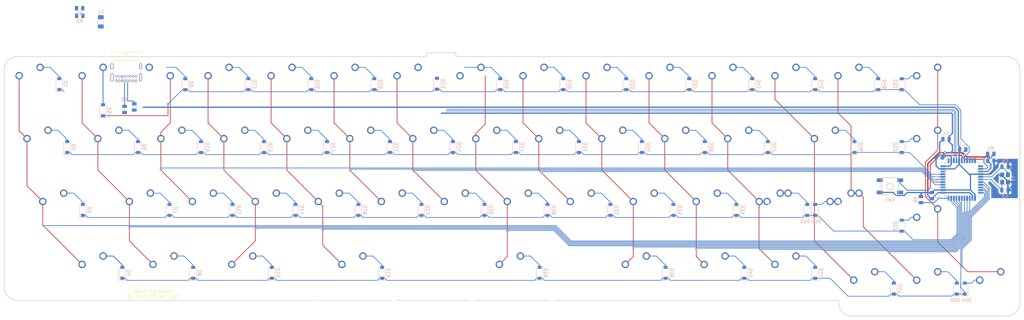
<source format=kicad_pcb>
(kicad_pcb (version 20171130) (host pcbnew 5.1.2)
  (layers (0 F.Cu signal) (31 B.Cu signal) (34 B.Paste user) (35 F.Paste user) (36 B.SilkS user) (37 F.SilkS user) (38 B.Mask user) (39 F.Mask user) (44 Edge.Cuts user))
  (net 0 "")
  (net 1 GND)
  (net 2 +5V)
  (net 3 "Net-(C7-Pad1)")
  (net 4 "Net-(D1-Pad2)")
  (net 5 "Net-(D2-Pad2)")
  (net 6 "Net-(D3-Pad2)")
  (net 7 "Net-(D4-Pad2)")
  (net 8 "Net-(D5-Pad2)")
  (net 9 "Net-(D6-Pad2)")
  (net 10 "Net-(D7-Pad2)")
  (net 11 "Net-(D8-Pad2)")
  (net 12 "Net-(D9-Pad2)")
  (net 13 "Net-(D10-Pad2)")
  (net 14 "Net-(D11-Pad2)")
  (net 15 "Net-(D12-Pad2)")
  (net 16 "Net-(D13-Pad2)")
  (net 17 "Net-(D15-Pad2)")
  (net 18 "Net-(D16-Pad2)")
  (net 19 "Net-(D17-Pad2)")
  (net 20 "Net-(D19-Pad2)")
  (net 21 "Net-(D20-Pad2)")
  (net 22 "Net-(D22-Pad2)")
  (net 23 "Net-(D23-Pad2)")
  (net 24 "Net-(D24-Pad2)")
  (net 25 "Net-(D25-Pad2)")
  (net 26 "Net-(D26-Pad2)")
  (net 27 "Net-(D27-Pad2)")
  (net 28 "Net-(D28-Pad2)")
  (net 29 "Net-(D29-Pad2)")
  (net 30 "Net-(D30-Pad2)")
  (net 31 "Net-(D31-Pad2)")
  (net 32 "Net-(D32-Pad2)")
  (net 33 "Net-(D33-Pad2)")
  (net 34 "Net-(D34-Pad2)")
  (net 35 "Net-(D35-Pad2)")
  (net 36 "Net-(D36-Pad2)")
  (net 37 "Net-(D37-Pad2)")
  (net 38 "Net-(D38-Pad2)")
  (net 39 "Net-(D39-Pad2)")
  (net 40 "Net-(D41-Pad2)")
  (net 41 "Net-(D42-Pad2)")
  (net 42 "Net-(D43-Pad2)")
  (net 43 "Net-(D45-Pad2)")
  (net 44 "Net-(D46-Pad2)")
  (net 45 "Net-(D47-Pad2)")
  (net 46 "Net-(D48-Pad2)")
  (net 47 "Net-(D49-Pad2)")
  (net 48 "Net-(D50-Pad2)")
  (net 49 "Net-(D51-Pad2)")
  (net 50 VCC)
  (net 51 D-)
  (net 52 D+)
  (net 53 "Net-(D18-Pad2)")
  (net 54 "Net-(D14-Pad2)")
  (net 55 "Net-(D21-Pad2)")
  (net 56 "Net-(D40-Pad2)")
  (net 57 /MCU_D-)
  (net 58 /MCU_D+)
  (net 59 /XT1)
  (net 60 /XT2)
  (net 61 row0)
  (net 62 row1)
  (net 63 row2)
  (net 64 "Net-(D44-Pad2)")
  (net 65 row3)
  (net 66 "Net-(D52-Pad2)")
  (net 67 "Net-(D53-Pad2)")
  (net 68 "Net-(D54-Pad2)")
  (net 69 colA)
  (net 70 colB)
  (net 71 colC)
  (net 72 colD)
  (net 73 colE)
  (net 74 colF)
  (net 75 colG)
  (net 76 colH)
  (net 77 colI)
  (net 78 colJ)
  (net 79 colK)
  (net 80 colL)
  (net 81 colM)
  (net 82 colN)
  (net 83 colO)
  (net 84 "Net-(P1-PadA5)")
  (net 85 "Net-(P1-PadB5)")
  (net 86 "Net-(R5-Pad2)")
  (net 87 "Net-(R6-Pad2)")
  (module Resistor_SMD:R_0805_2012Metric (layer B.Cu) (at 59.5884 35.4861 90)
    (fp_text reference R4 (at 2.976565 0) (layer F.SilkS))
    (fp_text value 22)
    (pad 2 smd roundrect (at 0.9375 0 90) (size 0.975 1.4) (layers B.Cu B.Paste B.Mask) (net 52 D+))
    (pad 1 smd roundrect (at -0.9375 0 90) (size 0.975 1.4) (layers B.Cu B.Paste B.Mask) (net 58 /MCU_D+))
  )
  (module MX_Alps_Hybrid:MXOnly-1U-NoLED (layer F.Cu) (at 142.875 28.575)
    (fp_text reference MX23)
    (fp_text value MX-1U)
    (pad 2 thru_hole circle (at 2.54 -5.08) (size 2.25 2.25) (drill 1.47) (layers *.Cu B.Mask) (net 23 "Net-(D23-Pad2)"))
    (pad "" np_thru_hole circle (at 0 0) (size 3.9878 3.9878) (drill 3.9878) (layers *.Cu *.Mask))
    (pad 1 thru_hole circle (at -3.81 -2.54) (size 2.25 2.25) (drill 1.47) (layers *.Cu B.Mask) (net 75 colG))
    (pad "" np_thru_hole circle (at -5.08 0 48.0996) (size 1.75 1.75) (drill 1.75) (layers *.Cu *.Mask))
    (pad "" np_thru_hole circle (at 5.08 0 48.0996) (size 1.75 1.75) (drill 1.75) (layers *.Cu *.Mask))
  )
  (module MX_Alps_Hybrid:MXOnly-1U-NoLED (layer F.Cu) (at 161.925 28.575)
    (fp_text reference MX26)
    (fp_text value MX-1U)
    (pad 2 thru_hole circle (at 2.54 -5.08) (size 2.25 2.25) (drill 1.47) (layers *.Cu B.Mask) (net 26 "Net-(D26-Pad2)"))
    (pad "" np_thru_hole circle (at 0 0) (size 3.9878 3.9878) (drill 3.9878) (layers *.Cu *.Mask))
    (pad 1 thru_hole circle (at -3.81 -2.54) (size 2.25 2.25) (drill 1.47) (layers *.Cu B.Mask) (net 76 colH))
    (pad "" np_thru_hole circle (at -5.08 0 48.0996) (size 1.75 1.75) (drill 1.75) (layers *.Cu *.Mask))
    (pad "" np_thru_hole circle (at 5.08 0 48.0996) (size 1.75 1.75) (drill 1.75) (layers *.Cu *.Mask))
  )
  (module Resistor_SMD:R_0805_2012Metric (layer B.Cu) (at 43.068 5.588)
    (fp_text reference R1 (at 0 1.65) (layer B.SilkS) (effects (justify mirror)))
    (fp_text value 5k1)
    (pad 2 smd roundrect (at 0.9375 0) (size 0.975 1.4) (layers B.Cu B.Paste B.Mask) (net 84 "Net-(P1-PadA5)"))
    (pad 1 smd roundrect (at -0.9375 0) (size 0.975 1.4) (layers B.Cu B.Paste B.Mask) (net 1 GND))
  )
  (module Resistor_SMD:R_0805_2012Metric (layer B.Cu) (at 43.1015 7.874)
    (fp_text reference R2 (at 0 1.65) (layer B.SilkS) (effects (justify mirror)))
    (fp_text value 5k1)
    (pad 1 smd roundrect (at -0.9375 0) (size 0.975 1.4) (layers B.Cu B.Paste B.Mask) (net 1 GND))
    (pad 2 smd roundrect (at 0.9375 0) (size 0.975 1.4) (layers B.Cu B.Paste B.Mask) (net 85 "Net-(P1-PadB5)"))
  )
  (module Resistor_SMD:R_0805_2012Metric (layer B.Cu) (at 56.642 36.2481 90)
    (fp_text reference R3 (at 2.976565 0 180) (layer B.SilkS) (effects (justify mirror)))
    (fp_text value 22)
    (pad 2 smd roundrect (at 0.9375 0 90) (size 0.975 1.4) (layers B.Cu B.Paste B.Mask) (net 51 D-))
    (pad 1 smd roundrect (at -0.9375 0 90) (size 0.975 1.4) (layers B.Cu B.Paste B.Mask) (net 57 /MCU_D-))
  )
  (module Type-C:USB_C_GCT_USB4085 (layer F.Cu) (at 57.15 21.43125 180)
    (fp_text reference P1 (at 0 1.85) (layer F.SilkS))
    (fp_text value USB_C_Plug_USB2.0)
    (pad S1 thru_hole oval (at 4.325 -1.74 180) (size 0.9 1.7) (drill oval 0.6 1.4) (layers *.Cu *.Mask) (net 1 GND))
    (pad S1 thru_hole oval (at -4.325 -1.74 180) (size 0.9 1.7) (drill oval 0.6 1.4) (layers *.Cu *.Mask) (net 1 GND))
    (pad S1 thru_hole oval (at 4.325 -5.12 180) (size 0.9 2.4) (drill oval 0.6 2.1) (layers *.Cu *.Mask) (net 1 GND))
    (pad S1 thru_hole oval (at -4.325 -5.12 180) (size 0.9 2.4) (drill oval 0.6 2.1) (layers *.Cu *.Mask) (net 1 GND))
    (pad B1 thru_hole circle (at 2.98 -4.775 180) (size 0.65 0.65) (drill 0.4) (layers *.Cu *.Mask) (net 1 GND))
    (pad B4 thru_hole circle (at 2.13 -4.775 180) (size 0.65 0.65) (drill 0.4) (layers *.Cu *.Mask) (net 50 VCC))
    (pad B5 thru_hole circle (at 1.28 -4.775 180) (size 0.65 0.65) (drill 0.4) (layers *.Cu *.Mask) (net 85 "Net-(P1-PadB5)"))
    (pad B6 thru_hole circle (at 0.43 -4.775 180) (size 0.65 0.65) (drill 0.4) (layers *.Cu *.Mask))
    (pad B7 thru_hole circle (at -0.42 -4.775 180) (size 0.65 0.65) (drill 0.4) (layers *.Cu *.Mask))
    (pad B8 thru_hole circle (at -1.27 -4.775 180) (size 0.65 0.65) (drill 0.4) (layers *.Cu *.Mask))
    (pad B9 thru_hole circle (at -2.12 -4.775 180) (size 0.65 0.65) (drill 0.4) (layers *.Cu *.Mask) (net 50 VCC))
    (pad B12 thru_hole circle (at -2.975 -4.775 180) (size 0.65 0.65) (drill 0.4) (layers *.Cu *.Mask) (net 1 GND))
    (pad A12 thru_hole circle (at 2.975 -6.1 180) (size 0.65 0.65) (drill 0.4) (layers *.Cu *.Mask) (net 1 GND))
    (pad A9 thru_hole circle (at 2.125 -6.1 180) (size 0.65 0.65) (drill 0.4) (layers *.Cu *.Mask) (net 50 VCC))
    (pad A8 thru_hole circle (at 1.275 -6.1 180) (size 0.65 0.65) (drill 0.4) (layers *.Cu *.Mask))
    (pad A7 thru_hole circle (at 0.425 -6.1 180) (size 0.65 0.65) (drill 0.4) (layers *.Cu *.Mask) (net 51 D-))
    (pad A6 thru_hole circle (at -0.425 -6.1 180) (size 0.65 0.65) (drill 0.4) (layers *.Cu *.Mask) (net 52 D+))
    (pad A4 thru_hole circle (at -2.125 -6.1 180) (size 0.65 0.65) (drill 0.4) (layers *.Cu *.Mask) (net 50 VCC))
    (pad A1 thru_hole circle (at -2.975 -6.1 180) (size 0.65 0.65) (drill 0.4) (layers *.Cu *.Mask) (net 1 GND))
    (pad A5 thru_hole circle (at -1.275 -6.1 180) (size 0.65 0.65) (drill 0.4) (layers *.Cu *.Mask) (net 84 "Net-(P1-PadA5)"))
  )
  (module Capacitor_SMD:C_0805_2012Metric (layer B.Cu) (at 303.013824 50.750364 180)
    (fp_text reference C3 (at 0 1.65 180) (layer B.SilkS) (effects (justify mirror)))
    (fp_text value 0.1uF)
    (pad 2 smd roundrect (at 0.9375 0 180) (size 0.975 1.4) (layers B.Cu B.Paste B.Mask) (net 1 GND))
    (pad 1 smd roundrect (at -0.9375 0 180) (size 0.975 1.4) (layers B.Cu B.Paste B.Mask) (net 2 +5V))
  )
  (module MX_Alps_Hybrid:MXOnly-1U-NoLED (layer F.Cu) (at 195.2625 66.675)
    (fp_text reference MX32)
    (fp_text value MX-1U)
    (pad 2 thru_hole circle (at 2.54 -5.08) (size 2.25 2.25) (drill 1.47) (layers *.Cu B.Mask) (net 32 "Net-(D32-Pad2)"))
    (pad "" np_thru_hole circle (at 0 0) (size 3.9878 3.9878) (drill 3.9878) (layers *.Cu *.Mask))
    (pad 1 thru_hole circle (at -3.81 -2.54) (size 2.25 2.25) (drill 1.47) (layers *.Cu B.Mask) (net 77 colI))
    (pad "" np_thru_hole circle (at -5.08 0 48.0996) (size 1.75 1.75) (drill 1.75) (layers *.Cu *.Mask))
    (pad "" np_thru_hole circle (at 5.08 0 48.0996) (size 1.75 1.75) (drill 1.75) (layers *.Cu *.Mask))
  )
  (module Capacitor_SMD:C_0805_2012Metric (layer B.Cu) (at 318.640764 51.79216)
    (fp_text reference C1 (at 0 1.65) (layer B.SilkS) (effects (justify mirror)))
    (fp_text value 0.1uF)
    (pad 2 smd roundrect (at 0.9375 0) (size 0.975 1.4) (layers B.Cu B.Paste B.Mask) (net 1 GND))
    (pad 1 smd roundrect (at -0.9375 0) (size 0.975 1.4) (layers B.Cu B.Paste B.Mask) (net 2 +5V))
  )
  (module Capacitor_SMD:C_0805_2012Metric (layer B.Cu) (at 300.781404 62.358948 90)
    (fp_text reference C2 (at 0 1.65 90) (layer B.SilkS) (effects (justify mirror)))
    (fp_text value 0.1uF)
    (pad 2 smd roundrect (at 0.9375 0 90) (size 0.975 1.4) (layers B.Cu B.Paste B.Mask) (net 1 GND))
    (pad 1 smd roundrect (at -0.9375 0 90) (size 0.975 1.4) (layers B.Cu B.Paste B.Mask) (net 2 +5V))
  )
  (module Capacitor_SMD:C_0805_2012Metric (layer B.Cu) (at 305.097416 45.243728 180)
    (fp_text reference C4 (at 0 1.65 180) (layer B.SilkS) (effects (justify mirror)))
    (fp_text value 10uF)
    (pad 2 smd roundrect (at 0.9375 0 180) (size 0.975 1.4) (layers B.Cu B.Paste B.Mask) (net 1 GND))
    (pad 1 smd roundrect (at -0.9375 0 180) (size 0.975 1.4) (layers B.Cu B.Paste B.Mask) (net 2 +5V))
  )
  (module Capacitor_SMD:C_0805_2012Metric (layer B.Cu) (at 322.9125 60.721875)
    (fp_text reference C5 (at 0 1.65) (layer B.SilkS) (effects (justify mirror)))
    (fp_text value 22pF)
    (pad 2 smd roundrect (at 0.9375 0) (size 0.975 1.4) (layers B.Cu B.Paste B.Mask) (net 1 GND))
    (pad 1 smd roundrect (at -0.9375 0) (size 0.975 1.4) (layers B.Cu B.Paste B.Mask) (net 59 /XT1))
  )
  (module Capacitor_SMD:C_0805_2012Metric (layer B.Cu) (at 322.956776 53.578096)
    (fp_text reference C6 (at 0 -1.65) (layer B.SilkS) (effects (justify mirror)))
    (fp_text value 22pF)
    (pad 2 smd roundrect (at 0.9375 0) (size 0.975 1.4) (layers B.Cu B.Paste B.Mask) (net 1 GND))
    (pad 1 smd roundrect (at -0.9375 0) (size 0.975 1.4) (layers B.Cu B.Paste B.Mask) (net 60 /XT2))
  )
  (module Capacitor_SMD:C_0805_2012Metric (layer B.Cu) (at 310.157568 48.369116 180)
    (fp_text reference C7 (at 0 1.65 180) (layer B.SilkS) (effects (justify mirror)))
    (fp_text value 1uF)
    (pad 2 smd roundrect (at 0.9375 0 180) (size 0.975 1.4) (layers B.Cu B.Paste B.Mask) (net 1 GND))
    (pad 1 smd roundrect (at -0.9375 0 180) (size 0.975 1.4) (layers B.Cu B.Paste B.Mask) (net 3 "Net-(C7-Pad1)"))
  )
  (module Diode_SMD:D_SOD-123 (layer B.Cu) (at 36.909375 28.575 90)
    (fp_text reference D1 (at 0 2 90) (layer B.SilkS) (effects (justify mirror)))
    (fp_text value D)
    (pad 2 smd rect (at 1.65 0 90) (size 0.9 1.2) (layers B.Cu B.Paste B.Mask) (net 4 "Net-(D1-Pad2)"))
    (pad 1 smd rect (at -1.65 0 90) (size 0.9 1.2) (layers B.Cu B.Paste B.Mask) (net 61 row0))
  )
  (module Diode_SMD:D_SOD-123 (layer B.Cu) (at 50.1396 36.5008 90)
    (fp_text reference D5 (at 0 2 90) (layer B.SilkS) (effects (justify mirror)))
    (fp_text value D)
    (pad 2 smd rect (at 1.65 0 90) (size 0.9 1.2) (layers B.Cu B.Paste B.Mask) (net 8 "Net-(D5-Pad2)"))
    (pad 1 smd rect (at -1.65 0 90) (size 0.9 1.2) (layers B.Cu B.Paste B.Mask) (net 61 row0))
  )
  (module Diode_SMD:D_SOD-123 (layer B.Cu) (at 75.009375 28.575 90)
    (fp_text reference D9 (at 0 2 90) (layer B.SilkS) (effects (justify mirror)))
    (fp_text value D)
    (pad 2 smd rect (at 1.65 0 90) (size 0.9 1.2) (layers B.Cu B.Paste B.Mask) (net 12 "Net-(D9-Pad2)"))
    (pad 1 smd rect (at -1.65 0 90) (size 0.9 1.2) (layers B.Cu B.Paste B.Mask) (net 61 row0))
  )
  (module Diode_SMD:D_SOD-123 (layer B.Cu) (at 94.059375 28.575 90)
    (fp_text reference D12 (at 0 2 90) (layer B.SilkS) (effects (justify mirror)))
    (fp_text value D)
    (pad 2 smd rect (at 1.65 0 90) (size 0.9 1.2) (layers B.Cu B.Paste B.Mask) (net 15 "Net-(D12-Pad2)"))
    (pad 1 smd rect (at -1.65 0 90) (size 0.9 1.2) (layers B.Cu B.Paste B.Mask) (net 61 row0))
  )
  (module Diode_SMD:D_SOD-123 (layer B.Cu) (at 113.109375 28.575 90)
    (fp_text reference D16 (at 0 2 90) (layer B.SilkS) (effects (justify mirror)))
    (fp_text value D)
    (pad 2 smd rect (at 1.65 0 90) (size 0.9 1.2) (layers B.Cu B.Paste B.Mask) (net 18 "Net-(D16-Pad2)"))
    (pad 1 smd rect (at -1.65 0 90) (size 0.9 1.2) (layers B.Cu B.Paste B.Mask) (net 61 row0))
  )
  (module Diode_SMD:D_SOD-123 (layer B.Cu) (at 132.159375 28.575 90)
    (fp_text reference D20 (at 0 2 90) (layer B.SilkS) (effects (justify mirror)))
    (fp_text value D)
    (pad 2 smd rect (at 1.65 0 90) (size 0.9 1.2) (layers B.Cu B.Paste B.Mask) (net 21 "Net-(D20-Pad2)"))
    (pad 1 smd rect (at -1.65 0 90) (size 0.9 1.2) (layers B.Cu B.Paste B.Mask) (net 61 row0))
  )
  (module Diode_SMD:D_SOD-123 (layer B.Cu) (at 151.13 28.447 90)
    (fp_text reference D23 (at 0 2 90) (layer B.SilkS) (effects (justify mirror)))
    (fp_text value D)
    (pad 2 smd rect (at 1.65 0 90) (size 0.9 1.2) (layers B.Cu B.Paste B.Mask) (net 23 "Net-(D23-Pad2)"))
    (pad 1 smd rect (at -1.65 0 90) (size 0.9 1.2) (layers B.Cu B.Paste B.Mask) (net 61 row0))
  )
  (module Diode_SMD:D_SOD-123 (layer B.Cu) (at 170.259375 28.575 90)
    (fp_text reference D26 (at 0 2 90) (layer B.SilkS) (effects (justify mirror)))
    (fp_text value D)
    (pad 2 smd rect (at 1.65 0 90) (size 0.9 1.2) (layers B.Cu B.Paste B.Mask) (net 26 "Net-(D26-Pad2)"))
    (pad 1 smd rect (at -1.65 0 90) (size 0.9 1.2) (layers B.Cu B.Paste B.Mask) (net 61 row0))
  )
  (module Diode_SMD:D_SOD-123 (layer B.Cu) (at 189.309375 28.575 90)
    (fp_text reference D30 (at 0 2 90) (layer B.SilkS) (effects (justify mirror)))
    (fp_text value D)
    (pad 2 smd rect (at 1.65 0 90) (size 0.9 1.2) (layers B.Cu B.Paste B.Mask) (net 30 "Net-(D30-Pad2)"))
    (pad 1 smd rect (at -1.65 0 90) (size 0.9 1.2) (layers B.Cu B.Paste B.Mask) (net 61 row0))
  )
  (module Diode_SMD:D_SOD-123 (layer B.Cu) (at 208.359375 28.575 90)
    (fp_text reference D33 (at 0 2 90) (layer B.SilkS) (effects (justify mirror)))
    (fp_text value D)
    (pad 2 smd rect (at 1.65 0 90) (size 0.9 1.2) (layers B.Cu B.Paste B.Mask) (net 33 "Net-(D33-Pad2)"))
    (pad 1 smd rect (at -1.65 0 90) (size 0.9 1.2) (layers B.Cu B.Paste B.Mask) (net 61 row0))
  )
  (module Diode_SMD:D_SOD-123 (layer B.Cu) (at 227.409375 28.575 90)
    (fp_text reference D37 (at 0 2 90) (layer B.SilkS) (effects (justify mirror)))
    (fp_text value D)
    (pad 2 smd rect (at 1.65 0 90) (size 0.9 1.2) (layers B.Cu B.Paste B.Mask) (net 37 "Net-(D37-Pad2)"))
    (pad 1 smd rect (at -1.65 0 90) (size 0.9 1.2) (layers B.Cu B.Paste B.Mask) (net 61 row0))
  )
  (module Diode_SMD:D_SOD-123 (layer B.Cu) (at 246.459375 28.575 90)
    (fp_text reference D41 (at 0 2 90) (layer B.SilkS) (effects (justify mirror)))
    (fp_text value D)
    (pad 2 smd rect (at 1.65 0 90) (size 0.9 1.2) (layers B.Cu B.Paste B.Mask) (net 40 "Net-(D41-Pad2)"))
    (pad 1 smd rect (at -1.65 0 90) (size 0.9 1.2) (layers B.Cu B.Paste B.Mask) (net 61 row0))
  )
  (module Diode_SMD:D_SOD-123 (layer B.Cu) (at 265.509375 28.575 90)
    (fp_text reference D45 (at 0 2 90) (layer B.SilkS) (effects (justify mirror)))
    (fp_text value D)
    (pad 2 smd rect (at 1.65 0 90) (size 0.9 1.2) (layers B.Cu B.Paste B.Mask) (net 43 "Net-(D45-Pad2)"))
    (pad 1 smd rect (at -1.65 0 90) (size 0.9 1.2) (layers B.Cu B.Paste B.Mask) (net 61 row0))
  )
  (module Diode_SMD:D_SOD-123 (layer B.Cu) (at 284.559375 28.575 90)
    (fp_text reference D48 (at 0 2 90) (layer B.SilkS) (effects (justify mirror)))
    (fp_text value D)
    (pad 2 smd rect (at 1.65 0 90) (size 0.9 1.2) (layers B.Cu B.Paste B.Mask) (net 46 "Net-(D48-Pad2)"))
    (pad 1 smd rect (at -1.65 0 90) (size 0.9 1.2) (layers B.Cu B.Paste B.Mask) (net 61 row0))
  )
  (module Diode_SMD:D_SOD-123 (layer B.Cu) (at 291.703125 28.575 90)
    (fp_text reference D51 (at 0 -2 90) (layer B.SilkS) (effects (justify mirror)))
    (fp_text value D)
    (pad 2 smd rect (at 1.65 0 90) (size 0.9 1.2) (layers B.Cu B.Paste B.Mask) (net 49 "Net-(D51-Pad2)"))
    (pad 1 smd rect (at -1.65 0 90) (size 0.9 1.2) (layers B.Cu B.Paste B.Mask) (net 61 row0))
  )
  (module Diode_SMD:D_SOD-123 (layer B.Cu) (at 39.290625 47.625 90)
    (fp_text reference D2 (at 0 2 90) (layer B.SilkS) (effects (justify mirror)))
    (fp_text value D)
    (pad 2 smd rect (at 1.65 0 90) (size 0.9 1.2) (layers B.Cu B.Paste B.Mask) (net 5 "Net-(D2-Pad2)"))
    (pad 1 smd rect (at -1.65 0 90) (size 0.9 1.2) (layers B.Cu B.Paste B.Mask) (net 62 row1))
  )
  (module Diode_SMD:D_SOD-123 (layer B.Cu) (at 60.721875 47.625 90)
    (fp_text reference D6 (at 0 2 90) (layer B.SilkS) (effects (justify mirror)))
    (fp_text value D)
    (pad 2 smd rect (at 1.65 0 90) (size 0.9 1.2) (layers B.Cu B.Paste B.Mask) (net 9 "Net-(D6-Pad2)"))
    (pad 1 smd rect (at -1.65 0 90) (size 0.9 1.2) (layers B.Cu B.Paste B.Mask) (net 62 row1))
  )
  (module Diode_SMD:D_SOD-123 (layer B.Cu) (at 79.771875 47.625 90)
    (fp_text reference D10 (at 0 2 90) (layer B.SilkS) (effects (justify mirror)))
    (fp_text value D)
    (pad 2 smd rect (at 1.65 0 90) (size 0.9 1.2) (layers B.Cu B.Paste B.Mask) (net 13 "Net-(D10-Pad2)"))
    (pad 1 smd rect (at -1.65 0 90) (size 0.9 1.2) (layers B.Cu B.Paste B.Mask) (net 62 row1))
  )
  (module Diode_SMD:D_SOD-123 (layer B.Cu) (at 98.821875 47.625 90)
    (fp_text reference D13 (at 0 2 90) (layer B.SilkS) (effects (justify mirror)))
    (fp_text value D)
    (pad 2 smd rect (at 1.65 0 90) (size 0.9 1.2) (layers B.Cu B.Paste B.Mask) (net 16 "Net-(D13-Pad2)"))
    (pad 1 smd rect (at -1.65 0 90) (size 0.9 1.2) (layers B.Cu B.Paste B.Mask) (net 62 row1))
  )
  (module Diode_SMD:D_SOD-123 (layer B.Cu) (at 117.871875 47.625 90)
    (fp_text reference D17 (at 0 2 90) (layer B.SilkS) (effects (justify mirror)))
    (fp_text value D)
    (pad 2 smd rect (at 1.65 0 90) (size 0.9 1.2) (layers B.Cu B.Paste B.Mask) (net 19 "Net-(D17-Pad2)"))
    (pad 1 smd rect (at -1.65 0 90) (size 0.9 1.2) (layers B.Cu B.Paste B.Mask) (net 62 row1))
  )
  (module Diode_SMD:D_SOD-123 (layer B.Cu) (at 136.921875 47.625 90)
    (fp_text reference D21 (at 0 2 90) (layer B.SilkS) (effects (justify mirror)))
    (fp_text value D)
    (pad 2 smd rect (at 1.65 0 90) (size 0.9 1.2) (layers B.Cu B.Paste B.Mask) (net 55 "Net-(D21-Pad2)"))
    (pad 1 smd rect (at -1.65 0 90) (size 0.9 1.2) (layers B.Cu B.Paste B.Mask) (net 62 row1))
  )
  (module Diode_SMD:D_SOD-123 (layer B.Cu) (at 155.971875 47.625 90)
    (fp_text reference D24 (at 0 2 90) (layer B.SilkS) (effects (justify mirror)))
    (fp_text value D)
    (pad 2 smd rect (at 1.65 0 90) (size 0.9 1.2) (layers B.Cu B.Paste B.Mask) (net 24 "Net-(D24-Pad2)"))
    (pad 1 smd rect (at -1.65 0 90) (size 0.9 1.2) (layers B.Cu B.Paste B.Mask) (net 62 row1))
  )
  (module Diode_SMD:D_SOD-123 (layer B.Cu) (at 175.021875 47.625 90)
    (fp_text reference D27 (at 0 2 90) (layer B.SilkS) (effects (justify mirror)))
    (fp_text value D)
    (pad 2 smd rect (at 1.65 0 90) (size 0.9 1.2) (layers B.Cu B.Paste B.Mask) (net 27 "Net-(D27-Pad2)"))
    (pad 1 smd rect (at -1.65 0 90) (size 0.9 1.2) (layers B.Cu B.Paste B.Mask) (net 62 row1))
  )
  (module Diode_SMD:D_SOD-123 (layer B.Cu) (at 194.071875 47.625 90)
    (fp_text reference D31 (at 0 2 90) (layer B.SilkS) (effects (justify mirror)))
    (fp_text value D)
    (pad 2 smd rect (at 1.65 0 90) (size 0.9 1.2) (layers B.Cu B.Paste B.Mask) (net 31 "Net-(D31-Pad2)"))
    (pad 1 smd rect (at -1.65 0 90) (size 0.9 1.2) (layers B.Cu B.Paste B.Mask) (net 62 row1))
  )
  (module Diode_SMD:D_SOD-123 (layer B.Cu) (at 213.121875 47.625 90)
    (fp_text reference D34 (at 0 2 90) (layer B.SilkS) (effects (justify mirror)))
    (fp_text value D)
    (pad 2 smd rect (at 1.65 0 90) (size 0.9 1.2) (layers B.Cu B.Paste B.Mask) (net 34 "Net-(D34-Pad2)"))
    (pad 1 smd rect (at -1.65 0 90) (size 0.9 1.2) (layers B.Cu B.Paste B.Mask) (net 62 row1))
  )
  (module Diode_SMD:D_SOD-123 (layer B.Cu) (at 232.171875 47.625 90)
    (fp_text reference D38 (at 0 2 90) (layer B.SilkS) (effects (justify mirror)))
    (fp_text value D)
    (pad 2 smd rect (at 1.65 0 90) (size 0.9 1.2) (layers B.Cu B.Paste B.Mask) (net 38 "Net-(D38-Pad2)"))
    (pad 1 smd rect (at -1.65 0 90) (size 0.9 1.2) (layers B.Cu B.Paste B.Mask) (net 62 row1))
  )
  (module Diode_SMD:D_SOD-123 (layer B.Cu) (at 251.221875 47.625 90)
    (fp_text reference D42 (at 0 2 90) (layer B.SilkS) (effects (justify mirror)))
    (fp_text value D)
    (pad 2 smd rect (at 1.65 0 90) (size 0.9 1.2) (layers B.Cu B.Paste B.Mask) (net 41 "Net-(D42-Pad2)"))
    (pad 1 smd rect (at -1.65 0 90) (size 0.9 1.2) (layers B.Cu B.Paste B.Mask) (net 62 row1))
  )
  (module Diode_SMD:D_SOD-123 (layer B.Cu) (at 277.415625 47.625 90)
    (fp_text reference D46 (at 0 2 90) (layer B.SilkS) (effects (justify mirror)))
    (fp_text value D)
    (pad 2 smd rect (at 1.65 0 90) (size 0.9 1.2) (layers B.Cu B.Paste B.Mask) (net 44 "Net-(D46-Pad2)"))
    (pad 1 smd rect (at -1.65 0 90) (size 0.9 1.2) (layers B.Cu B.Paste B.Mask) (net 62 row1))
  )
  (module Diode_SMD:D_SOD-123 (layer B.Cu) (at 291.703125 47.625 90)
    (fp_text reference D52 (at 0 -2 90) (layer B.SilkS) (effects (justify mirror)))
    (fp_text value D)
    (pad 2 smd rect (at 1.65 0 90) (size 0.9 1.2) (layers B.Cu B.Paste B.Mask) (net 66 "Net-(D52-Pad2)"))
    (pad 1 smd rect (at -1.65 0 90) (size 0.9 1.2) (layers B.Cu B.Paste B.Mask) (net 62 row1))
  )
  (module Diode_SMD:D_SOD-123 (layer B.Cu) (at 44.053125 66.675 90)
    (fp_text reference D3 (at 0 2 90) (layer B.SilkS) (effects (justify mirror)))
    (fp_text value D)
    (pad 2 smd rect (at 1.65 0 90) (size 0.9 1.2) (layers B.Cu B.Paste B.Mask) (net 6 "Net-(D3-Pad2)"))
    (pad 1 smd rect (at -1.65 0 90) (size 0.9 1.2) (layers B.Cu B.Paste B.Mask) (net 63 row2))
  )
  (module Diode_SMD:D_SOD-123 (layer B.Cu) (at 70.246875 66.675 90)
    (fp_text reference D7 (at 0 2 90) (layer B.SilkS) (effects (justify mirror)))
    (fp_text value D)
    (pad 2 smd rect (at 1.65 0 90) (size 0.9 1.2) (layers B.Cu B.Paste B.Mask) (net 10 "Net-(D7-Pad2)"))
    (pad 1 smd rect (at -1.65 0 90) (size 0.9 1.2) (layers B.Cu B.Paste B.Mask) (net 63 row2))
  )
  (module Diode_SMD:D_SOD-123 (layer B.Cu) (at 89.296875 66.675 90)
    (fp_text reference D11 (at 0 2 90) (layer B.SilkS) (effects (justify mirror)))
    (fp_text value D)
    (pad 2 smd rect (at 1.65 0 90) (size 0.9 1.2) (layers B.Cu B.Paste B.Mask) (net 14 "Net-(D11-Pad2)"))
    (pad 1 smd rect (at -1.65 0 90) (size 0.9 1.2) (layers B.Cu B.Paste B.Mask) (net 63 row2))
  )
  (module Diode_SMD:D_SOD-123 (layer B.Cu) (at 108.346875 66.675 90)
    (fp_text reference D14 (at 0 2 90) (layer B.SilkS) (effects (justify mirror)))
    (fp_text value D)
    (pad 2 smd rect (at 1.65 0 90) (size 0.9 1.2) (layers B.Cu B.Paste B.Mask) (net 54 "Net-(D14-Pad2)"))
    (pad 1 smd rect (at -1.65 0 90) (size 0.9 1.2) (layers B.Cu B.Paste B.Mask) (net 63 row2))
  )
  (module Diode_SMD:D_SOD-123 (layer B.Cu) (at 127.396875 66.675 90)
    (fp_text reference D18 (at 0 2 90) (layer B.SilkS) (effects (justify mirror)))
    (fp_text value D)
    (pad 2 smd rect (at 1.65 0 90) (size 0.9 1.2) (layers B.Cu B.Paste B.Mask) (net 53 "Net-(D18-Pad2)"))
    (pad 1 smd rect (at -1.65 0 90) (size 0.9 1.2) (layers B.Cu B.Paste B.Mask) (net 63 row2))
  )
  (module Diode_SMD:D_SOD-123 (layer B.Cu) (at 146.446875 66.675 90)
    (fp_text reference D22 (at 0 2 90) (layer B.SilkS) (effects (justify mirror)))
    (fp_text value D)
    (pad 2 smd rect (at 1.65 0 90) (size 0.9 1.2) (layers B.Cu B.Paste B.Mask) (net 22 "Net-(D22-Pad2)"))
    (pad 1 smd rect (at -1.65 0 90) (size 0.9 1.2) (layers B.Cu B.Paste B.Mask) (net 63 row2))
  )
  (module Diode_SMD:D_SOD-123 (layer B.Cu) (at 165.496875 66.675 90)
    (fp_text reference D25 (at 0 2 90) (layer B.SilkS) (effects (justify mirror)))
    (fp_text value D)
    (pad 2 smd rect (at 1.65 0 90) (size 0.9 1.2) (layers B.Cu B.Paste B.Mask) (net 25 "Net-(D25-Pad2)"))
    (pad 1 smd rect (at -1.65 0 90) (size 0.9 1.2) (layers B.Cu B.Paste B.Mask) (net 63 row2))
  )
  (module Diode_SMD:D_SOD-123 (layer B.Cu) (at 184.546875 66.675 90)
    (fp_text reference D28 (at 0 2 90) (layer B.SilkS) (effects (justify mirror)))
    (fp_text value D)
    (pad 2 smd rect (at 1.65 0 90) (size 0.9 1.2) (layers B.Cu B.Paste B.Mask) (net 28 "Net-(D28-Pad2)"))
    (pad 1 smd rect (at -1.65 0 90) (size 0.9 1.2) (layers B.Cu B.Paste B.Mask) (net 63 row2))
  )
  (module Diode_SMD:D_SOD-123 (layer B.Cu) (at 203.596875 66.675 90)
    (fp_text reference D32 (at 0 2 90) (layer B.SilkS) (effects (justify mirror)))
    (fp_text value D)
    (pad 2 smd rect (at 1.65 0 90) (size 0.9 1.2) (layers B.Cu B.Paste B.Mask) (net 32 "Net-(D32-Pad2)"))
    (pad 1 smd rect (at -1.65 0 90) (size 0.9 1.2) (layers B.Cu B.Paste B.Mask) (net 63 row2))
  )
  (module Diode_SMD:D_SOD-123 (layer B.Cu) (at 222.646875 66.675 90)
    (fp_text reference D35 (at 0 2 90) (layer B.SilkS) (effects (justify mirror)))
    (fp_text value D)
    (pad 2 smd rect (at 1.65 0 90) (size 0.9 1.2) (layers B.Cu B.Paste B.Mask) (net 35 "Net-(D35-Pad2)"))
    (pad 1 smd rect (at -1.65 0 90) (size 0.9 1.2) (layers B.Cu B.Paste B.Mask) (net 63 row2))
  )
  (module Diode_SMD:D_SOD-123 (layer B.Cu) (at 241.696875 66.675 90)
    (fp_text reference D39 (at 0 2 90) (layer B.SilkS) (effects (justify mirror)))
    (fp_text value D)
    (pad 2 smd rect (at 1.65 0 90) (size 0.9 1.2) (layers B.Cu B.Paste B.Mask) (net 39 "Net-(D39-Pad2)"))
    (pad 1 smd rect (at -1.65 0 90) (size 0.9 1.2) (layers B.Cu B.Paste B.Mask) (net 63 row2))
  )
  (module Diode_SMD:D_SOD-123 (layer B.Cu) (at 263.128125 66.675 90)
    (fp_text reference D43 (at -3.5 -0.5 180) (layer B.SilkS) (effects (justify mirror)))
    (fp_text value D)
    (pad 2 smd rect (at 1.65 0 90) (size 0.9 1.2) (layers B.Cu B.Paste B.Mask) (net 42 "Net-(D43-Pad2)"))
    (pad 1 smd rect (at -1.65 0 90) (size 0.9 1.2) (layers B.Cu B.Paste B.Mask) (net 63 row2))
  )
  (module Diode_SMD:D_SOD-123 (layer B.Cu) (at 265.509375 66.675 90)
    (fp_text reference D49 (at -3.5 0.5 180) (layer B.SilkS) (effects (justify mirror)))
    (fp_text value D)
    (pad 2 smd rect (at 1.65 0 90) (size 0.9 1.2) (layers B.Cu B.Paste B.Mask) (net 47 "Net-(D49-Pad2)"))
    (pad 1 smd rect (at -1.65 0 90) (size 0.9 1.2) (layers B.Cu B.Paste B.Mask) (net 63 row2))
  )
  (module Diode_SMD:D_SOD-123 (layer B.Cu) (at 291.703125 71.4375 90)
    (fp_text reference D53 (at 0 -2 90) (layer B.SilkS) (effects (justify mirror)))
    (fp_text value D)
    (pad 2 smd rect (at 1.65 0 90) (size 0.9 1.2) (layers B.Cu B.Paste B.Mask) (net 67 "Net-(D53-Pad2)"))
    (pad 1 smd rect (at -1.65 0 90) (size 0.9 1.2) (layers B.Cu B.Paste B.Mask) (net 63 row2))
  )
  (module Diode_SMD:D_SOD-123 (layer B.Cu) (at 55.959375 85.725 90)
    (fp_text reference D4 (at 0 2 90) (layer B.SilkS) (effects (justify mirror)))
    (fp_text value D)
    (pad 2 smd rect (at 1.65 0 90) (size 0.9 1.2) (layers B.Cu B.Paste B.Mask) (net 7 "Net-(D4-Pad2)"))
    (pad 1 smd rect (at -1.65 0 90) (size 0.9 1.2) (layers B.Cu B.Paste B.Mask) (net 65 row3))
  )
  (module Diode_SMD:D_SOD-123 (layer B.Cu) (at 77.390625 85.725 90)
    (fp_text reference D8 (at 0 2 90) (layer B.SilkS) (effects (justify mirror)))
    (fp_text value D)
    (pad 2 smd rect (at 1.65 0 90) (size 0.9 1.2) (layers B.Cu B.Paste B.Mask) (net 11 "Net-(D8-Pad2)"))
    (pad 1 smd rect (at -1.65 0 90) (size 0.9 1.2) (layers B.Cu B.Paste B.Mask) (net 65 row3))
  )
  (module Diode_SMD:D_SOD-123 (layer B.Cu) (at 101.203125 85.725 90)
    (fp_text reference D15 (at 0 2 90) (layer B.SilkS) (effects (justify mirror)))
    (fp_text value D)
    (pad 2 smd rect (at 1.65 0 90) (size 0.9 1.2) (layers B.Cu B.Paste B.Mask) (net 17 "Net-(D15-Pad2)"))
    (pad 1 smd rect (at -1.65 0 90) (size 0.9 1.2) (layers B.Cu B.Paste B.Mask) (net 65 row3))
  )
  (module Diode_SMD:D_SOD-123 (layer B.Cu) (at 134.540625 85.725 90)
    (fp_text reference D19 (at 0 2 90) (layer B.SilkS) (effects (justify mirror)))
    (fp_text value D)
    (pad 2 smd rect (at 1.65 0 90) (size 0.9 1.2) (layers B.Cu B.Paste B.Mask) (net 20 "Net-(D19-Pad2)"))
    (pad 1 smd rect (at -1.65 0 90) (size 0.9 1.2) (layers B.Cu B.Paste B.Mask) (net 65 row3))
  )
  (module Diode_SMD:D_SOD-123 (layer B.Cu) (at 182.165625 85.725 90)
    (fp_text reference D29 (at 0 2 90) (layer B.SilkS) (effects (justify mirror)))
    (fp_text value D)
    (pad 2 smd rect (at 1.65 0 90) (size 0.9 1.2) (layers B.Cu B.Paste B.Mask) (net 29 "Net-(D29-Pad2)"))
    (pad 1 smd rect (at -1.65 0 90) (size 0.9 1.2) (layers B.Cu B.Paste B.Mask) (net 65 row3))
  )
  (module Diode_SMD:D_SOD-123 (layer B.Cu) (at 220.265625 85.725 90)
    (fp_text reference D36 (at 0 2 90) (layer B.SilkS) (effects (justify mirror)))
    (fp_text value D)
    (pad 2 smd rect (at 1.65 0 90) (size 0.9 1.2) (layers B.Cu B.Paste B.Mask) (net 36 "Net-(D36-Pad2)"))
    (pad 1 smd rect (at -1.65 0 90) (size 0.9 1.2) (layers B.Cu B.Paste B.Mask) (net 65 row3))
  )
  (module Diode_SMD:D_SOD-123 (layer B.Cu) (at 244.078125 85.725 90)
    (fp_text reference D40 (at 0 2 90) (layer B.SilkS) (effects (justify mirror)))
    (fp_text value D)
    (pad 2 smd rect (at 1.65 0 90) (size 0.9 1.2) (layers B.Cu B.Paste B.Mask) (net 56 "Net-(D40-Pad2)"))
    (pad 1 smd rect (at -1.65 0 90) (size 0.9 1.2) (layers B.Cu B.Paste B.Mask) (net 65 row3))
  )
  (module Diode_SMD:D_SOD-123 (layer B.Cu) (at 265.509375 85.725 90)
    (fp_text reference D44 (at 0 2 90) (layer B.SilkS) (effects (justify mirror)))
    (fp_text value D)
    (pad 2 smd rect (at 1.65 0 90) (size 0.9 1.2) (layers B.Cu B.Paste B.Mask) (net 64 "Net-(D44-Pad2)"))
    (pad 1 smd rect (at -1.65 0 90) (size 0.9 1.2) (layers B.Cu B.Paste B.Mask) (net 65 row3))
  )
  (module Diode_SMD:D_SOD-123 (layer B.Cu) (at 289.321875 90.4875 90)
    (fp_text reference D47 (at 0 2 90) (layer B.SilkS) (effects (justify mirror)))
    (fp_text value D)
    (pad 2 smd rect (at 1.65 0 90) (size 0.9 1.2) (layers B.Cu B.Paste B.Mask) (net 45 "Net-(D47-Pad2)"))
    (pad 1 smd rect (at -1.65 0 90) (size 0.9 1.2) (layers B.Cu B.Paste B.Mask) (net 65 row3))
  )
  (module Diode_SMD:D_SOD-123 (layer B.Cu) (at 308.371875 90.4875 90)
    (fp_text reference D50 (at -3.5 -0.5 180) (layer B.SilkS) (effects (justify mirror)))
    (fp_text value D)
    (pad 2 smd rect (at 1.65 0 90) (size 0.9 1.2) (layers B.Cu B.Paste B.Mask) (net 48 "Net-(D50-Pad2)"))
    (pad 1 smd rect (at -1.65 0 90) (size 0.9 1.2) (layers B.Cu B.Paste B.Mask) (net 65 row3))
  )
  (module Diode_SMD:D_SOD-123 (layer B.Cu) (at 310.753125 90.4875 90)
    (fp_text reference D54 (at -3.5 0.5 180) (layer B.SilkS) (effects (justify mirror)))
    (fp_text value D)
    (pad 2 smd rect (at 1.65 0 90) (size 0.9 1.2) (layers B.Cu B.Paste B.Mask) (net 68 "Net-(D54-Pad2)"))
    (pad 1 smd rect (at -1.65 0 90) (size 0.9 1.2) (layers B.Cu B.Paste B.Mask) (net 65 row3))
  )
  (module Fuse:Fuse_1206_3216Metric (layer B.Cu) (at 49.4665 9.7185 90)
    (fp_text reference F1 (at 2.976565 0 180) (layer B.SilkS) (effects (justify mirror)))
    (fp_text value 500mA)
    (pad 2 smd roundrect (at 1.4 0 90) (size 1.25 1.75) (layers B.Cu B.Paste B.Mask) (roundrect_rratio 0.2) (net 50 VCC))
    (pad 1 smd roundrect (at -1.4 0 90) (size 1.25 1.75) (layers B.Cu B.Paste B.Mask) (roundrect_rratio 0.2) (net 2 +5V))
  )
  (module MX_Alps_Hybrid:MXOnly-1U-NoLED (layer F.Cu) (at 28.575 28.575)
    (fp_text reference MX1)
    (fp_text value MX-1U)
    (pad 2 thru_hole circle (at 2.54 -5.08) (size 2.25 2.25) (drill 1.47) (layers *.Cu B.Mask) (net 4 "Net-(D1-Pad2)"))
    (pad "" np_thru_hole circle (at 0 0) (size 3.9878 3.9878) (drill 3.9878) (layers *.Cu *.Mask))
    (pad 1 thru_hole circle (at -3.81 -2.54) (size 2.25 2.25) (drill 1.47) (layers *.Cu B.Mask) (net 69 colA))
    (pad "" np_thru_hole circle (at -5.08 0 48.0996) (size 1.75 1.75) (drill 1.75) (layers *.Cu *.Mask))
    (pad "" np_thru_hole circle (at 5.08 0 48.0996) (size 1.75 1.75) (drill 1.75) (layers *.Cu *.Mask))
  )
  (module MX_Alps_Hybrid:MXOnly-1U-NoLED (layer F.Cu) (at 47.625 28.575)
    (fp_text reference MX5)
    (fp_text value MX-1U)
    (pad 2 thru_hole circle (at 2.54 -5.08) (size 2.25 2.25) (drill 1.47) (layers *.Cu B.Mask) (net 8 "Net-(D5-Pad2)"))
    (pad "" np_thru_hole circle (at 0 0) (size 3.9878 3.9878) (drill 3.9878) (layers *.Cu *.Mask))
    (pad 1 thru_hole circle (at -3.81 -2.54) (size 2.25 2.25) (drill 1.47) (layers *.Cu B.Mask) (net 70 colB))
    (pad "" np_thru_hole circle (at -5.08 0 48.0996) (size 1.75 1.75) (drill 1.75) (layers *.Cu *.Mask))
    (pad "" np_thru_hole circle (at 5.08 0 48.0996) (size 1.75 1.75) (drill 1.75) (layers *.Cu *.Mask))
  )
  (module MX_Alps_Hybrid:MXOnly-1U-NoLED (layer B.Cu) (at 66.675 28.575 180)
    (fp_text reference MX9)
    (fp_text value MX-1U)
    (pad 2 thru_hole circle (at 2.54 5.08 180) (size 2.25 2.25) (drill 1.47) (layers *.Cu F.Mask) (net 12 "Net-(D9-Pad2)"))
    (pad "" np_thru_hole circle (at 0 0 180) (size 3.9878 3.9878) (drill 3.9878) (layers *.Cu *.Mask))
    (pad 1 thru_hole circle (at -3.81 2.54 180) (size 2.25 2.25) (drill 1.47) (layers *.Cu F.Mask) (net 71 colC))
    (pad "" np_thru_hole circle (at -5.08 0 131.9004) (size 1.75 1.75) (drill 1.75) (layers *.Cu *.Mask))
    (pad "" np_thru_hole circle (at 5.08 0 131.9004) (size 1.75 1.75) (drill 1.75) (layers *.Cu *.Mask))
  )
  (module MX_Alps_Hybrid:MXOnly-1U-NoLED (layer F.Cu) (at 85.725 28.575)
    (fp_text reference MX12)
    (fp_text value MX-1U)
    (pad 2 thru_hole circle (at 2.54 -5.08) (size 2.25 2.25) (drill 1.47) (layers *.Cu B.Mask) (net 15 "Net-(D12-Pad2)"))
    (pad "" np_thru_hole circle (at 0 0) (size 3.9878 3.9878) (drill 3.9878) (layers *.Cu *.Mask))
    (pad 1 thru_hole circle (at -3.81 -2.54) (size 2.25 2.25) (drill 1.47) (layers *.Cu B.Mask) (net 72 colD))
    (pad "" np_thru_hole circle (at -5.08 0 48.0996) (size 1.75 1.75) (drill 1.75) (layers *.Cu *.Mask))
    (pad "" np_thru_hole circle (at 5.08 0 48.0996) (size 1.75 1.75) (drill 1.75) (layers *.Cu *.Mask))
  )
  (module MX_Alps_Hybrid:MXOnly-1U-NoLED (layer F.Cu) (at 104.775 28.575)
    (fp_text reference MX16)
    (fp_text value MX-1U)
    (pad 2 thru_hole circle (at 2.54 -5.08) (size 2.25 2.25) (drill 1.47) (layers *.Cu B.Mask) (net 18 "Net-(D16-Pad2)"))
    (pad "" np_thru_hole circle (at 0 0) (size 3.9878 3.9878) (drill 3.9878) (layers *.Cu *.Mask))
    (pad 1 thru_hole circle (at -3.81 -2.54) (size 2.25 2.25) (drill 1.47) (layers *.Cu B.Mask) (net 73 colE))
    (pad "" np_thru_hole circle (at -5.08 0 48.0996) (size 1.75 1.75) (drill 1.75) (layers *.Cu *.Mask))
    (pad "" np_thru_hole circle (at 5.08 0 48.0996) (size 1.75 1.75) (drill 1.75) (layers *.Cu *.Mask))
  )
  (module MX_Alps_Hybrid:MXOnly-1U-NoLED (layer F.Cu) (at 123.825 28.575)
    (fp_text reference MX20)
    (fp_text value MX-1U)
    (pad 2 thru_hole circle (at 2.54 -5.08) (size 2.25 2.25) (drill 1.47) (layers *.Cu B.Mask) (net 21 "Net-(D20-Pad2)"))
    (pad "" np_thru_hole circle (at 0 0) (size 3.9878 3.9878) (drill 3.9878) (layers *.Cu *.Mask))
    (pad 1 thru_hole circle (at -3.81 -2.54) (size 2.25 2.25) (drill 1.47) (layers *.Cu B.Mask) (net 74 colF))
    (pad "" np_thru_hole circle (at -5.08 0 48.0996) (size 1.75 1.75) (drill 1.75) (layers *.Cu *.Mask))
    (pad "" np_thru_hole circle (at 5.08 0 48.0996) (size 1.75 1.75) (drill 1.75) (layers *.Cu *.Mask))
  )
  (module MX_Alps_Hybrid:MXOnly-1U-NoLED (layer F.Cu) (at 180.975 28.575)
    (fp_text reference MX30)
    (fp_text value MX-1U)
    (pad 2 thru_hole circle (at 2.54 -5.08) (size 2.25 2.25) (drill 1.47) (layers *.Cu B.Mask) (net 30 "Net-(D30-Pad2)"))
    (pad "" np_thru_hole circle (at 0 0) (size 3.9878 3.9878) (drill 3.9878) (layers *.Cu *.Mask))
    (pad 1 thru_hole circle (at -3.81 -2.54) (size 2.25 2.25) (drill 1.47) (layers *.Cu B.Mask) (net 77 colI))
    (pad "" np_thru_hole circle (at -5.08 0 48.0996) (size 1.75 1.75) (drill 1.75) (layers *.Cu *.Mask))
    (pad "" np_thru_hole circle (at 5.08 0 48.0996) (size 1.75 1.75) (drill 1.75) (layers *.Cu *.Mask))
  )
  (module MX_Alps_Hybrid:MXOnly-1U-NoLED (layer F.Cu) (at 200.025 28.575)
    (fp_text reference MX33)
    (fp_text value MX-1U)
    (pad 2 thru_hole circle (at 2.54 -5.08) (size 2.25 2.25) (drill 1.47) (layers *.Cu B.Mask) (net 33 "Net-(D33-Pad2)"))
    (pad "" np_thru_hole circle (at 0 0) (size 3.9878 3.9878) (drill 3.9878) (layers *.Cu *.Mask))
    (pad 1 thru_hole circle (at -3.81 -2.54) (size 2.25 2.25) (drill 1.47) (layers *.Cu B.Mask) (net 78 colJ))
    (pad "" np_thru_hole circle (at -5.08 0 48.0996) (size 1.75 1.75) (drill 1.75) (layers *.Cu *.Mask))
    (pad "" np_thru_hole circle (at 5.08 0 48.0996) (size 1.75 1.75) (drill 1.75) (layers *.Cu *.Mask))
  )
  (module MX_Alps_Hybrid:MXOnly-1U-NoLED (layer F.Cu) (at 219.075 28.575)
    (fp_text reference MX37)
    (fp_text value MX-1U)
    (pad 2 thru_hole circle (at 2.54 -5.08) (size 2.25 2.25) (drill 1.47) (layers *.Cu B.Mask) (net 37 "Net-(D37-Pad2)"))
    (pad "" np_thru_hole circle (at 0 0) (size 3.9878 3.9878) (drill 3.9878) (layers *.Cu *.Mask))
    (pad 1 thru_hole circle (at -3.81 -2.54) (size 2.25 2.25) (drill 1.47) (layers *.Cu B.Mask) (net 79 colK))
    (pad "" np_thru_hole circle (at -5.08 0 48.0996) (size 1.75 1.75) (drill 1.75) (layers *.Cu *.Mask))
    (pad "" np_thru_hole circle (at 5.08 0 48.0996) (size 1.75 1.75) (drill 1.75) (layers *.Cu *.Mask))
  )
  (module MX_Alps_Hybrid:MXOnly-1U-NoLED (layer F.Cu) (at 238.125 28.575)
    (fp_text reference MX41)
    (fp_text value MX-1U)
    (pad 2 thru_hole circle (at 2.54 -5.08) (size 2.25 2.25) (drill 1.47) (layers *.Cu B.Mask) (net 40 "Net-(D41-Pad2)"))
    (pad "" np_thru_hole circle (at 0 0) (size 3.9878 3.9878) (drill 3.9878) (layers *.Cu *.Mask))
    (pad 1 thru_hole circle (at -3.81 -2.54) (size 2.25 2.25) (drill 1.47) (layers *.Cu B.Mask) (net 80 colL))
    (pad "" np_thru_hole circle (at -5.08 0 48.0996) (size 1.75 1.75) (drill 1.75) (layers *.Cu *.Mask))
    (pad "" np_thru_hole circle (at 5.08 0 48.0996) (size 1.75 1.75) (drill 1.75) (layers *.Cu *.Mask))
  )
  (module MX_Alps_Hybrid:MXOnly-1U-NoLED (layer F.Cu) (at 257.175 28.575)
    (fp_text reference MX45)
    (fp_text value MX-1U)
    (pad 2 thru_hole circle (at 2.54 -5.08) (size 2.25 2.25) (drill 1.47) (layers *.Cu B.Mask) (net 43 "Net-(D45-Pad2)"))
    (pad "" np_thru_hole circle (at 0 0) (size 3.9878 3.9878) (drill 3.9878) (layers *.Cu *.Mask))
    (pad 1 thru_hole circle (at -3.81 -2.54) (size 2.25 2.25) (drill 1.47) (layers *.Cu B.Mask) (net 81 colM))
    (pad "" np_thru_hole circle (at -5.08 0 48.0996) (size 1.75 1.75) (drill 1.75) (layers *.Cu *.Mask))
    (pad "" np_thru_hole circle (at 5.08 0 48.0996) (size 1.75 1.75) (drill 1.75) (layers *.Cu *.Mask))
  )
  (module MX_Alps_Hybrid:MXOnly-1U-NoLED (layer F.Cu) (at 276.225 28.575)
    (fp_text reference MX48)
    (fp_text value MX-1U)
    (pad 2 thru_hole circle (at 2.54 -5.08) (size 2.25 2.25) (drill 1.47) (layers *.Cu B.Mask) (net 46 "Net-(D48-Pad2)"))
    (pad "" np_thru_hole circle (at 0 0) (size 3.9878 3.9878) (drill 3.9878) (layers *.Cu *.Mask))
    (pad 1 thru_hole circle (at -3.81 -2.54) (size 2.25 2.25) (drill 1.47) (layers *.Cu B.Mask) (net 82 colN))
    (pad "" np_thru_hole circle (at -5.08 0 48.0996) (size 1.75 1.75) (drill 1.75) (layers *.Cu *.Mask))
    (pad "" np_thru_hole circle (at 5.08 0 48.0996) (size 1.75 1.75) (drill 1.75) (layers *.Cu *.Mask))
  )
  (module MX_Alps_Hybrid:MXOnly-1U-NoLED (layer F.Cu) (at 300.0375 28.575)
    (fp_text reference MX51)
    (fp_text value MX-1U)
    (pad 2 thru_hole circle (at 2.54 -5.08) (size 2.25 2.25) (drill 1.47) (layers *.Cu B.Mask) (net 83 colO))
    (pad "" np_thru_hole circle (at 0 0) (size 3.9878 3.9878) (drill 3.9878) (layers *.Cu *.Mask))
    (pad 1 thru_hole circle (at -3.81 -2.54) (size 2.25 2.25) (drill 1.47) (layers *.Cu B.Mask) (net 49 "Net-(D51-Pad2)"))
    (pad "" np_thru_hole circle (at -5.08 0 48.0996) (size 1.75 1.75) (drill 1.75) (layers *.Cu *.Mask))
    (pad "" np_thru_hole circle (at 5.08 0 48.0996) (size 1.75 1.75) (drill 1.75) (layers *.Cu *.Mask))
  )
  (module MX_Alps_Hybrid:MXOnly-1.25U-NoLED (layer F.Cu) (at 30.95625 47.625)
    (fp_text reference MX2)
    (fp_text value MX-1.25U)
    (pad 2 thru_hole circle (at 2.54 -5.08) (size 2.25 2.25) (drill 1.47) (layers *.Cu B.Mask) (net 5 "Net-(D2-Pad2)"))
    (pad "" np_thru_hole circle (at 0 0) (size 3.9878 3.9878) (drill 3.9878) (layers *.Cu *.Mask))
    (pad 1 thru_hole circle (at -3.81 -2.54) (size 2.25 2.25) (drill 1.47) (layers *.Cu B.Mask) (net 69 colA))
    (pad "" np_thru_hole circle (at -5.08 0 48.0996) (size 1.75 1.75) (drill 1.75) (layers *.Cu *.Mask))
    (pad "" np_thru_hole circle (at 5.08 0 48.0996) (size 1.75 1.75) (drill 1.75) (layers *.Cu *.Mask))
  )
  (module MX_Alps_Hybrid:MXOnly-1U-NoLED (layer F.Cu) (at 52.3875 47.625)
    (fp_text reference MX6)
    (fp_text value MX-1U)
    (pad 2 thru_hole circle (at 2.54 -5.08) (size 2.25 2.25) (drill 1.47) (layers *.Cu B.Mask) (net 9 "Net-(D6-Pad2)"))
    (pad "" np_thru_hole circle (at 0 0) (size 3.9878 3.9878) (drill 3.9878) (layers *.Cu *.Mask))
    (pad 1 thru_hole circle (at -3.81 -2.54) (size 2.25 2.25) (drill 1.47) (layers *.Cu B.Mask) (net 70 colB))
    (pad "" np_thru_hole circle (at -5.08 0 48.0996) (size 1.75 1.75) (drill 1.75) (layers *.Cu *.Mask))
    (pad "" np_thru_hole circle (at 5.08 0 48.0996) (size 1.75 1.75) (drill 1.75) (layers *.Cu *.Mask))
  )
  (module MX_Alps_Hybrid:MXOnly-1U-NoLED (layer F.Cu) (at 71.4375 47.625)
    (fp_text reference MX10)
    (fp_text value MX-1U)
    (pad 2 thru_hole circle (at 2.54 -5.08) (size 2.25 2.25) (drill 1.47) (layers *.Cu B.Mask) (net 13 "Net-(D10-Pad2)"))
    (pad "" np_thru_hole circle (at 0 0) (size 3.9878 3.9878) (drill 3.9878) (layers *.Cu *.Mask))
    (pad 1 thru_hole circle (at -3.81 -2.54) (size 2.25 2.25) (drill 1.47) (layers *.Cu B.Mask) (net 71 colC))
    (pad "" np_thru_hole circle (at -5.08 0 48.0996) (size 1.75 1.75) (drill 1.75) (layers *.Cu *.Mask))
    (pad "" np_thru_hole circle (at 5.08 0 48.0996) (size 1.75 1.75) (drill 1.75) (layers *.Cu *.Mask))
  )
  (module MX_Alps_Hybrid:MXOnly-1U-NoLED (layer F.Cu) (at 90.4875 47.625)
    (fp_text reference MX13)
    (fp_text value MX-1U)
    (pad 2 thru_hole circle (at 2.54 -5.08) (size 2.25 2.25) (drill 1.47) (layers *.Cu B.Mask) (net 16 "Net-(D13-Pad2)"))
    (pad "" np_thru_hole circle (at 0 0) (size 3.9878 3.9878) (drill 3.9878) (layers *.Cu *.Mask))
    (pad 1 thru_hole circle (at -3.81 -2.54) (size 2.25 2.25) (drill 1.47) (layers *.Cu B.Mask) (net 72 colD))
    (pad "" np_thru_hole circle (at -5.08 0 48.0996) (size 1.75 1.75) (drill 1.75) (layers *.Cu *.Mask))
    (pad "" np_thru_hole circle (at 5.08 0 48.0996) (size 1.75 1.75) (drill 1.75) (layers *.Cu *.Mask))
  )
  (module MX_Alps_Hybrid:MXOnly-1U-NoLED (layer F.Cu) (at 109.5375 47.625)
    (fp_text reference MX17)
    (fp_text value MX-1U)
    (pad 2 thru_hole circle (at 2.54 -5.08) (size 2.25 2.25) (drill 1.47) (layers *.Cu B.Mask) (net 19 "Net-(D17-Pad2)"))
    (pad "" np_thru_hole circle (at 0 0) (size 3.9878 3.9878) (drill 3.9878) (layers *.Cu *.Mask))
    (pad 1 thru_hole circle (at -3.81 -2.54) (size 2.25 2.25) (drill 1.47) (layers *.Cu B.Mask) (net 73 colE))
    (pad "" np_thru_hole circle (at -5.08 0 48.0996) (size 1.75 1.75) (drill 1.75) (layers *.Cu *.Mask))
    (pad "" np_thru_hole circle (at 5.08 0 48.0996) (size 1.75 1.75) (drill 1.75) (layers *.Cu *.Mask))
  )
  (module MX_Alps_Hybrid:MXOnly-1U-NoLED (layer F.Cu) (at 128.5875 47.625)
    (fp_text reference MX21)
    (fp_text value MX-1U)
    (pad 2 thru_hole circle (at 2.54 -5.08) (size 2.25 2.25) (drill 1.47) (layers *.Cu B.Mask) (net 55 "Net-(D21-Pad2)"))
    (pad "" np_thru_hole circle (at 0 0) (size 3.9878 3.9878) (drill 3.9878) (layers *.Cu *.Mask))
    (pad 1 thru_hole circle (at -3.81 -2.54) (size 2.25 2.25) (drill 1.47) (layers *.Cu B.Mask) (net 74 colF))
    (pad "" np_thru_hole circle (at -5.08 0 48.0996) (size 1.75 1.75) (drill 1.75) (layers *.Cu *.Mask))
    (pad "" np_thru_hole circle (at 5.08 0 48.0996) (size 1.75 1.75) (drill 1.75) (layers *.Cu *.Mask))
  )
  (module MX_Alps_Hybrid:MXOnly-1U-NoLED (layer F.Cu) (at 147.6375 47.625)
    (fp_text reference MX24)
    (fp_text value MX-1U)
    (pad 2 thru_hole circle (at 2.54 -5.08) (size 2.25 2.25) (drill 1.47) (layers *.Cu B.Mask) (net 24 "Net-(D24-Pad2)"))
    (pad "" np_thru_hole circle (at 0 0) (size 3.9878 3.9878) (drill 3.9878) (layers *.Cu *.Mask))
    (pad 1 thru_hole circle (at -3.81 -2.54) (size 2.25 2.25) (drill 1.47) (layers *.Cu B.Mask) (net 75 colG))
    (pad "" np_thru_hole circle (at -5.08 0 48.0996) (size 1.75 1.75) (drill 1.75) (layers *.Cu *.Mask))
    (pad "" np_thru_hole circle (at 5.08 0 48.0996) (size 1.75 1.75) (drill 1.75) (layers *.Cu *.Mask))
  )
  (module MX_Alps_Hybrid:MXOnly-1U-NoLED (layer F.Cu) (at 166.6875 47.625)
    (fp_text reference MX27)
    (fp_text value MX-1U)
    (pad 2 thru_hole circle (at 2.54 -5.08) (size 2.25 2.25) (drill 1.47) (layers *.Cu B.Mask) (net 27 "Net-(D27-Pad2)"))
    (pad "" np_thru_hole circle (at 0 0) (size 3.9878 3.9878) (drill 3.9878) (layers *.Cu *.Mask))
    (pad 1 thru_hole circle (at -3.81 -2.54) (size 2.25 2.25) (drill 1.47) (layers *.Cu B.Mask) (net 76 colH))
    (pad "" np_thru_hole circle (at -5.08 0 48.0996) (size 1.75 1.75) (drill 1.75) (layers *.Cu *.Mask))
    (pad "" np_thru_hole circle (at 5.08 0 48.0996) (size 1.75 1.75) (drill 1.75) (layers *.Cu *.Mask))
  )
  (module MX_Alps_Hybrid:MXOnly-1U-NoLED (layer F.Cu) (at 185.7375 47.625)
    (fp_text reference MX31)
    (fp_text value MX-1U)
    (pad 2 thru_hole circle (at 2.54 -5.08) (size 2.25 2.25) (drill 1.47) (layers *.Cu B.Mask) (net 31 "Net-(D31-Pad2)"))
    (pad "" np_thru_hole circle (at 0 0) (size 3.9878 3.9878) (drill 3.9878) (layers *.Cu *.Mask))
    (pad 1 thru_hole circle (at -3.81 -2.54) (size 2.25 2.25) (drill 1.47) (layers *.Cu B.Mask) (net 77 colI))
    (pad "" np_thru_hole circle (at -5.08 0 48.0996) (size 1.75 1.75) (drill 1.75) (layers *.Cu *.Mask))
    (pad "" np_thru_hole circle (at 5.08 0 48.0996) (size 1.75 1.75) (drill 1.75) (layers *.Cu *.Mask))
  )
  (module MX_Alps_Hybrid:MXOnly-1U-NoLED (layer F.Cu) (at 204.7875 47.625)
    (fp_text reference MX34)
    (fp_text value MX-1U)
    (pad 2 thru_hole circle (at 2.54 -5.08) (size 2.25 2.25) (drill 1.47) (layers *.Cu B.Mask) (net 34 "Net-(D34-Pad2)"))
    (pad "" np_thru_hole circle (at 0 0) (size 3.9878 3.9878) (drill 3.9878) (layers *.Cu *.Mask))
    (pad 1 thru_hole circle (at -3.81 -2.54) (size 2.25 2.25) (drill 1.47) (layers *.Cu B.Mask) (net 78 colJ))
    (pad "" np_thru_hole circle (at -5.08 0 48.0996) (size 1.75 1.75) (drill 1.75) (layers *.Cu *.Mask))
    (pad "" np_thru_hole circle (at 5.08 0 48.0996) (size 1.75 1.75) (drill 1.75) (layers *.Cu *.Mask))
  )
  (module MX_Alps_Hybrid:MXOnly-1U-NoLED (layer F.Cu) (at 242.8875 47.625)
    (fp_text reference MX42)
    (fp_text value MX-1U)
    (pad 2 thru_hole circle (at 2.54 -5.08) (size 2.25 2.25) (drill 1.47) (layers *.Cu B.Mask) (net 41 "Net-(D42-Pad2)"))
    (pad "" np_thru_hole circle (at 0 0) (size 3.9878 3.9878) (drill 3.9878) (layers *.Cu *.Mask))
    (pad 1 thru_hole circle (at -3.81 -2.54) (size 2.25 2.25) (drill 1.47) (layers *.Cu B.Mask) (net 80 colL))
    (pad "" np_thru_hole circle (at -5.08 0 48.0996) (size 1.75 1.75) (drill 1.75) (layers *.Cu *.Mask))
    (pad "" np_thru_hole circle (at 5.08 0 48.0996) (size 1.75 1.75) (drill 1.75) (layers *.Cu *.Mask))
  )
  (module MX_Alps_Hybrid:MXOnly-1.75U-NoLED (layer F.Cu) (at 269.08125 47.625)
    (fp_text reference MX46)
    (fp_text value MX-1.75U)
    (pad 2 thru_hole circle (at 2.54 -5.08) (size 2.25 2.25) (drill 1.47) (layers *.Cu B.Mask) (net 44 "Net-(D46-Pad2)"))
    (pad "" np_thru_hole circle (at 0 0) (size 3.9878 3.9878) (drill 3.9878) (layers *.Cu *.Mask))
    (pad 1 thru_hole circle (at -3.81 -2.54) (size 2.25 2.25) (drill 1.47) (layers *.Cu B.Mask) (net 81 colM))
    (pad "" np_thru_hole circle (at -5.08 0 48.0996) (size 1.75 1.75) (drill 1.75) (layers *.Cu *.Mask))
    (pad "" np_thru_hole circle (at 5.08 0 48.0996) (size 1.75 1.75) (drill 1.75) (layers *.Cu *.Mask))
  )
  (module MX_Alps_Hybrid:MXOnly-1U-NoLED (layer F.Cu) (at 300.0375 47.625)
    (fp_text reference MX52)
    (fp_text value MX-1U)
    (pad 2 thru_hole circle (at 2.54 -5.08) (size 2.25 2.25) (drill 1.47) (layers *.Cu B.Mask) (net 83 colO))
    (pad "" np_thru_hole circle (at 0 0) (size 3.9878 3.9878) (drill 3.9878) (layers *.Cu *.Mask))
    (pad 1 thru_hole circle (at -3.81 -2.54) (size 2.25 2.25) (drill 1.47) (layers *.Cu B.Mask) (net 66 "Net-(D52-Pad2)"))
    (pad "" np_thru_hole circle (at -5.08 0 48.0996) (size 1.75 1.75) (drill 1.75) (layers *.Cu *.Mask))
    (pad "" np_thru_hole circle (at 5.08 0 48.0996) (size 1.75 1.75) (drill 1.75) (layers *.Cu *.Mask))
  )
  (module MX_Alps_Hybrid:MXOnly-1.75U-NoLED (layer F.Cu) (at 35.71875 66.675)
    (fp_text reference MX3)
    (fp_text value MX-1.75U)
    (pad 2 thru_hole circle (at 2.54 -5.08) (size 2.25 2.25) (drill 1.47) (layers *.Cu B.Mask) (net 6 "Net-(D3-Pad2)"))
    (pad "" np_thru_hole circle (at 0 0) (size 3.9878 3.9878) (drill 3.9878) (layers *.Cu *.Mask))
    (pad 1 thru_hole circle (at -3.81 -2.54) (size 2.25 2.25) (drill 1.47) (layers *.Cu B.Mask) (net 69 colA))
    (pad "" np_thru_hole circle (at -5.08 0 48.0996) (size 1.75 1.75) (drill 1.75) (layers *.Cu *.Mask))
    (pad "" np_thru_hole circle (at 5.08 0 48.0996) (size 1.75 1.75) (drill 1.75) (layers *.Cu *.Mask))
  )
  (module MX_Alps_Hybrid:MXOnly-1U-NoLED (layer F.Cu) (at 61.9125 66.675)
    (fp_text reference MX7)
    (fp_text value MX-1U)
    (pad 2 thru_hole circle (at 2.54 -5.08) (size 2.25 2.25) (drill 1.47) (layers *.Cu B.Mask) (net 10 "Net-(D7-Pad2)"))
    (pad "" np_thru_hole circle (at 0 0) (size 3.9878 3.9878) (drill 3.9878) (layers *.Cu *.Mask))
    (pad 1 thru_hole circle (at -3.81 -2.54) (size 2.25 2.25) (drill 1.47) (layers *.Cu B.Mask) (net 70 colB))
    (pad "" np_thru_hole circle (at -5.08 0 48.0996) (size 1.75 1.75) (drill 1.75) (layers *.Cu *.Mask))
    (pad "" np_thru_hole circle (at 5.08 0 48.0996) (size 1.75 1.75) (drill 1.75) (layers *.Cu *.Mask))
  )
  (module MX_Alps_Hybrid:MXOnly-1U-NoLED (layer F.Cu) (at 80.9625 66.675)
    (fp_text reference MX11)
    (fp_text value MX-1U)
    (pad 2 thru_hole circle (at 2.54 -5.08) (size 2.25 2.25) (drill 1.47) (layers *.Cu B.Mask) (net 14 "Net-(D11-Pad2)"))
    (pad "" np_thru_hole circle (at 0 0) (size 3.9878 3.9878) (drill 3.9878) (layers *.Cu *.Mask))
    (pad 1 thru_hole circle (at -3.81 -2.54) (size 2.25 2.25) (drill 1.47) (layers *.Cu B.Mask) (net 71 colC))
    (pad "" np_thru_hole circle (at -5.08 0 48.0996) (size 1.75 1.75) (drill 1.75) (layers *.Cu *.Mask))
    (pad "" np_thru_hole circle (at 5.08 0 48.0996) (size 1.75 1.75) (drill 1.75) (layers *.Cu *.Mask))
  )
  (module MX_Alps_Hybrid:MXOnly-1U-NoLED (layer F.Cu) (at 100.0125 66.675)
    (fp_text reference MX14)
    (fp_text value MX-1U)
    (pad 2 thru_hole circle (at 2.54 -5.08) (size 2.25 2.25) (drill 1.47) (layers *.Cu B.Mask) (net 54 "Net-(D14-Pad2)"))
    (pad "" np_thru_hole circle (at 0 0) (size 3.9878 3.9878) (drill 3.9878) (layers *.Cu *.Mask))
    (pad 1 thru_hole circle (at -3.81 -2.54) (size 2.25 2.25) (drill 1.47) (layers *.Cu B.Mask) (net 72 colD))
    (pad "" np_thru_hole circle (at -5.08 0 48.0996) (size 1.75 1.75) (drill 1.75) (layers *.Cu *.Mask))
    (pad "" np_thru_hole circle (at 5.08 0 48.0996) (size 1.75 1.75) (drill 1.75) (layers *.Cu *.Mask))
  )
  (module MX_Alps_Hybrid:MXOnly-1U-NoLED (layer F.Cu) (at 119.0625 66.675)
    (fp_text reference MX18)
    (fp_text value MX-1U)
    (pad 2 thru_hole circle (at 2.54 -5.08) (size 2.25 2.25) (drill 1.47) (layers *.Cu B.Mask) (net 53 "Net-(D18-Pad2)"))
    (pad "" np_thru_hole circle (at 0 0) (size 3.9878 3.9878) (drill 3.9878) (layers *.Cu *.Mask))
    (pad 1 thru_hole circle (at -3.81 -2.54) (size 2.25 2.25) (drill 1.47) (layers *.Cu B.Mask) (net 73 colE))
    (pad "" np_thru_hole circle (at -5.08 0 48.0996) (size 1.75 1.75) (drill 1.75) (layers *.Cu *.Mask))
    (pad "" np_thru_hole circle (at 5.08 0 48.0996) (size 1.75 1.75) (drill 1.75) (layers *.Cu *.Mask))
  )
  (module MX_Alps_Hybrid:MXOnly-1U-NoLED (layer F.Cu) (at 138.1125 66.675)
    (fp_text reference MX22)
    (fp_text value MX-1U)
    (pad 2 thru_hole circle (at 2.54 -5.08) (size 2.25 2.25) (drill 1.47) (layers *.Cu B.Mask) (net 22 "Net-(D22-Pad2)"))
    (pad "" np_thru_hole circle (at 0 0) (size 3.9878 3.9878) (drill 3.9878) (layers *.Cu *.Mask))
    (pad 1 thru_hole circle (at -3.81 -2.54) (size 2.25 2.25) (drill 1.47) (layers *.Cu B.Mask) (net 74 colF))
    (pad "" np_thru_hole circle (at -5.08 0 48.0996) (size 1.75 1.75) (drill 1.75) (layers *.Cu *.Mask))
    (pad "" np_thru_hole circle (at 5.08 0 48.0996) (size 1.75 1.75) (drill 1.75) (layers *.Cu *.Mask))
  )
  (module MX_Alps_Hybrid:MXOnly-1U-NoLED (layer F.Cu) (at 157.1625 66.675)
    (fp_text reference MX25)
    (fp_text value MX-1U)
    (pad 2 thru_hole circle (at 2.54 -5.08) (size 2.25 2.25) (drill 1.47) (layers *.Cu B.Mask) (net 25 "Net-(D25-Pad2)"))
    (pad "" np_thru_hole circle (at 0 0) (size 3.9878 3.9878) (drill 3.9878) (layers *.Cu *.Mask))
    (pad 1 thru_hole circle (at -3.81 -2.54) (size 2.25 2.25) (drill 1.47) (layers *.Cu B.Mask) (net 75 colG))
    (pad "" np_thru_hole circle (at -5.08 0 48.0996) (size 1.75 1.75) (drill 1.75) (layers *.Cu *.Mask))
    (pad "" np_thru_hole circle (at 5.08 0 48.0996) (size 1.75 1.75) (drill 1.75) (layers *.Cu *.Mask))
  )
  (module MX_Alps_Hybrid:MXOnly-1U-NoLED (layer F.Cu) (at 176.2125 66.675)
    (fp_text reference MX28)
    (fp_text value MX-1U)
    (pad 2 thru_hole circle (at 2.54 -5.08) (size 2.25 2.25) (drill 1.47) (layers *.Cu B.Mask) (net 28 "Net-(D28-Pad2)"))
    (pad "" np_thru_hole circle (at 0 0) (size 3.9878 3.9878) (drill 3.9878) (layers *.Cu *.Mask))
    (pad 1 thru_hole circle (at -3.81 -2.54) (size 2.25 2.25) (drill 1.47) (layers *.Cu B.Mask) (net 76 colH))
    (pad "" np_thru_hole circle (at -5.08 0 48.0996) (size 1.75 1.75) (drill 1.75) (layers *.Cu *.Mask))
    (pad "" np_thru_hole circle (at 5.08 0 48.0996) (size 1.75 1.75) (drill 1.75) (layers *.Cu *.Mask))
  )
  (module MX_Alps_Hybrid:MXOnly-1U-NoLED (layer F.Cu) (at 214.3125 66.675)
    (fp_text reference MX35)
    (fp_text value MX-1U)
    (pad 2 thru_hole circle (at 2.54 -5.08) (size 2.25 2.25) (drill 1.47) (layers *.Cu B.Mask) (net 35 "Net-(D35-Pad2)"))
    (pad "" np_thru_hole circle (at 0 0) (size 3.9878 3.9878) (drill 3.9878) (layers *.Cu *.Mask))
    (pad 1 thru_hole circle (at -3.81 -2.54) (size 2.25 2.25) (drill 1.47) (layers *.Cu B.Mask) (net 78 colJ))
    (pad "" np_thru_hole circle (at -5.08 0 48.0996) (size 1.75 1.75) (drill 1.75) (layers *.Cu *.Mask))
    (pad "" np_thru_hole circle (at 5.08 0 48.0996) (size 1.75 1.75) (drill 1.75) (layers *.Cu *.Mask))
  )
  (module MX_Alps_Hybrid:MXOnly-1U-NoLED (layer F.Cu) (at 233.3625 66.675)
    (fp_text reference MX39)
    (fp_text value MX-1U)
    (pad 2 thru_hole circle (at 2.54 -5.08) (size 2.25 2.25) (drill 1.47) (layers *.Cu B.Mask) (net 39 "Net-(D39-Pad2)"))
    (pad "" np_thru_hole circle (at 0 0) (size 3.9878 3.9878) (drill 3.9878) (layers *.Cu *.Mask))
    (pad 1 thru_hole circle (at -3.81 -2.54) (size 2.25 2.25) (drill 1.47) (layers *.Cu B.Mask) (net 79 colK))
    (pad "" np_thru_hole circle (at -5.08 0 48.0996) (size 1.75 1.75) (drill 1.75) (layers *.Cu *.Mask))
    (pad "" np_thru_hole circle (at 5.08 0 48.0996) (size 1.75 1.75) (drill 1.75) (layers *.Cu *.Mask))
  )
  (module MX_Alps_Hybrid:MXOnly-1U-NoLED (layer F.Cu) (at 252.4125 66.675)
    (fp_text reference MX43)
    (fp_text value MX-1U)
    (pad 2 thru_hole circle (at 2.54 -5.08) (size 2.25 2.25) (drill 1.47) (layers *.Cu B.Mask) (net 42 "Net-(D43-Pad2)"))
    (pad "" np_thru_hole circle (at 0 0) (size 3.9878 3.9878) (drill 3.9878) (layers *.Cu *.Mask))
    (pad 1 thru_hole circle (at -3.81 -2.54) (size 2.25 2.25) (drill 1.47) (layers *.Cu B.Mask) (net 80 colL))
    (pad "" np_thru_hole circle (at -5.08 0 48.0996) (size 1.75 1.75) (drill 1.75) (layers *.Cu *.Mask))
    (pad "" np_thru_hole circle (at 5.08 0 48.0996) (size 1.75 1.75) (drill 1.75) (layers *.Cu *.Mask))
  )
  (module MX_Alps_Hybrid:MXOnly-1U-NoLED (layer F.Cu) (at 300.0375 71.4375)
    (fp_text reference MX53)
    (fp_text value MX-1U)
    (pad 2 thru_hole circle (at 2.54 -5.08) (size 2.25 2.25) (drill 1.47) (layers *.Cu B.Mask) (net 83 colO))
    (pad "" np_thru_hole circle (at 0 0) (size 3.9878 3.9878) (drill 3.9878) (layers *.Cu *.Mask))
    (pad 1 thru_hole circle (at -3.81 -2.54) (size 2.25 2.25) (drill 1.47) (layers *.Cu B.Mask) (net 67 "Net-(D53-Pad2)"))
    (pad "" np_thru_hole circle (at -5.08 0 48.0996) (size 1.75 1.75) (drill 1.75) (layers *.Cu *.Mask))
    (pad "" np_thru_hole circle (at 5.08 0 48.0996) (size 1.75 1.75) (drill 1.75) (layers *.Cu *.Mask))
  )
  (module MX_Alps_Hybrid:MXOnly-1U-NoLED (layer F.Cu) (at 47.625 85.725)
    (fp_text reference MX4)
    (fp_text value MX-1U)
    (pad 2 thru_hole circle (at 2.54 -5.08) (size 2.25 2.25) (drill 1.47) (layers *.Cu B.Mask) (net 7 "Net-(D4-Pad2)"))
    (pad "" np_thru_hole circle (at 0 0) (size 3.9878 3.9878) (drill 3.9878) (layers *.Cu *.Mask))
    (pad 1 thru_hole circle (at -3.81 -2.54) (size 2.25 2.25) (drill 1.47) (layers *.Cu B.Mask) (net 69 colA))
    (pad "" np_thru_hole circle (at -5.08 0 48.0996) (size 1.75 1.75) (drill 1.75) (layers *.Cu *.Mask))
    (pad "" np_thru_hole circle (at 5.08 0 48.0996) (size 1.75 1.75) (drill 1.75) (layers *.Cu *.Mask))
  )
  (module MX_Alps_Hybrid:MXOnly-1.25U-NoLED (layer F.Cu) (at 69.05625 85.725)
    (fp_text reference MX8)
    (fp_text value MX-1.25U)
    (pad 2 thru_hole circle (at 2.54 -5.08) (size 2.25 2.25) (drill 1.47) (layers *.Cu B.Mask) (net 11 "Net-(D8-Pad2)"))
    (pad "" np_thru_hole circle (at 0 0) (size 3.9878 3.9878) (drill 3.9878) (layers *.Cu *.Mask))
    (pad 1 thru_hole circle (at -3.81 -2.54) (size 2.25 2.25) (drill 1.47) (layers *.Cu B.Mask) (net 70 colB))
    (pad "" np_thru_hole circle (at -5.08 0 48.0996) (size 1.75 1.75) (drill 1.75) (layers *.Cu *.Mask))
    (pad "" np_thru_hole circle (at 5.08 0 48.0996) (size 1.75 1.75) (drill 1.75) (layers *.Cu *.Mask))
  )
  (module MX_Alps_Hybrid:MXOnly-1.25U-NoLED (layer F.Cu) (at 92.86875 85.725)
    (fp_text reference MX15)
    (fp_text value MX-1.25U)
    (pad 2 thru_hole circle (at 2.54 -5.08) (size 2.25 2.25) (drill 1.47) (layers *.Cu B.Mask) (net 17 "Net-(D15-Pad2)"))
    (pad "" np_thru_hole circle (at 0 0) (size 3.9878 3.9878) (drill 3.9878) (layers *.Cu *.Mask))
    (pad 1 thru_hole circle (at -3.81 -2.54) (size 2.25 2.25) (drill 1.47) (layers *.Cu B.Mask) (net 72 colD))
    (pad "" np_thru_hole circle (at -5.08 0 48.0996) (size 1.75 1.75) (drill 1.75) (layers *.Cu *.Mask))
    (pad "" np_thru_hole circle (at 5.08 0 48.0996) (size 1.75 1.75) (drill 1.75) (layers *.Cu *.Mask))
  )
  (module MX_Alps_Hybrid:MXOnly-1.25U-NoLED (layer F.Cu) (at 211.93125 85.725)
    (fp_text reference MX36)
    (fp_text value MX-1.25U)
    (pad 2 thru_hole circle (at 2.54 -5.08) (size 2.25 2.25) (drill 1.47) (layers *.Cu B.Mask) (net 36 "Net-(D36-Pad2)"))
    (pad "" np_thru_hole circle (at 0 0) (size 3.9878 3.9878) (drill 3.9878) (layers *.Cu *.Mask))
    (pad 1 thru_hole circle (at -3.81 -2.54) (size 2.25 2.25) (drill 1.47) (layers *.Cu B.Mask) (net 78 colJ))
    (pad "" np_thru_hole circle (at -5.08 0 48.0996) (size 1.75 1.75) (drill 1.75) (layers *.Cu *.Mask))
    (pad "" np_thru_hole circle (at 5.08 0 48.0996) (size 1.75 1.75) (drill 1.75) (layers *.Cu *.Mask))
  )
  (module MX_Alps_Hybrid:MXOnly-1.25U-NoLED (layer F.Cu) (at 235.74375 85.725)
    (fp_text reference MX40)
    (fp_text value MX-1.25U)
    (pad 2 thru_hole circle (at 2.54 -5.08) (size 2.25 2.25) (drill 1.47) (layers *.Cu B.Mask) (net 56 "Net-(D40-Pad2)"))
    (pad "" np_thru_hole circle (at 0 0) (size 3.9878 3.9878) (drill 3.9878) (layers *.Cu *.Mask))
    (pad 1 thru_hole circle (at -3.81 -2.54) (size 2.25 2.25) (drill 1.47) (layers *.Cu B.Mask) (net 79 colK))
    (pad "" np_thru_hole circle (at -5.08 0 48.0996) (size 1.75 1.75) (drill 1.75) (layers *.Cu *.Mask))
    (pad "" np_thru_hole circle (at 5.08 0 48.0996) (size 1.75 1.75) (drill 1.75) (layers *.Cu *.Mask))
  )
  (module MX_Alps_Hybrid:MXOnly-1U-NoLED (layer F.Cu) (at 257.175 85.725)
    (fp_text reference MX44)
    (fp_text value MX-1U)
    (pad 2 thru_hole circle (at 2.54 -5.08) (size 2.25 2.25) (drill 1.47) (layers *.Cu B.Mask) (net 64 "Net-(D44-Pad2)"))
    (pad "" np_thru_hole circle (at 0 0) (size 3.9878 3.9878) (drill 3.9878) (layers *.Cu *.Mask))
    (pad 1 thru_hole circle (at -3.81 -2.54) (size 2.25 2.25) (drill 1.47) (layers *.Cu B.Mask) (net 80 colL))
    (pad "" np_thru_hole circle (at -5.08 0 48.0996) (size 1.75 1.75) (drill 1.75) (layers *.Cu *.Mask))
    (pad "" np_thru_hole circle (at 5.08 0 48.0996) (size 1.75 1.75) (drill 1.75) (layers *.Cu *.Mask))
  )
  (module MX_Alps_Hybrid:MXOnly-1U-NoLED (layer F.Cu) (at 280.9875 90.4875)
    (fp_text reference MX47)
    (fp_text value MX-1U)
    (pad 2 thru_hole circle (at 2.54 -5.08) (size 2.25 2.25) (drill 1.47) (layers *.Cu B.Mask) (net 45 "Net-(D47-Pad2)"))
    (pad "" np_thru_hole circle (at 0 0) (size 3.9878 3.9878) (drill 3.9878) (layers *.Cu *.Mask))
    (pad 1 thru_hole circle (at -3.81 -2.54) (size 2.25 2.25) (drill 1.47) (layers *.Cu B.Mask) (net 81 colM))
    (pad "" np_thru_hole circle (at -5.08 0 48.0996) (size 1.75 1.75) (drill 1.75) (layers *.Cu *.Mask))
    (pad "" np_thru_hole circle (at 5.08 0 48.0996) (size 1.75 1.75) (drill 1.75) (layers *.Cu *.Mask))
  )
  (module MX_Alps_Hybrid:MXOnly-1U-NoLED (layer F.Cu) (at 300.0375 90.4875)
    (fp_text reference MX50)
    (fp_text value MX-1U)
    (pad 2 thru_hole circle (at 2.54 -5.08) (size 2.25 2.25) (drill 1.47) (layers *.Cu B.Mask) (net 48 "Net-(D50-Pad2)"))
    (pad "" np_thru_hole circle (at 0 0) (size 3.9878 3.9878) (drill 3.9878) (layers *.Cu *.Mask))
    (pad 1 thru_hole circle (at -3.81 -2.54) (size 2.25 2.25) (drill 1.47) (layers *.Cu B.Mask) (net 82 colN))
    (pad "" np_thru_hole circle (at -5.08 0 48.0996) (size 1.75 1.75) (drill 1.75) (layers *.Cu *.Mask))
    (pad "" np_thru_hole circle (at 5.08 0 48.0996) (size 1.75 1.75) (drill 1.75) (layers *.Cu *.Mask))
  )
  (module MX_Alps_Hybrid:MXOnly-1U-NoLED (layer F.Cu) (at 319.0875 90.4875)
    (fp_text reference MX54)
    (fp_text value MX-1U)
    (pad 2 thru_hole circle (at 2.54 -5.08) (size 2.25 2.25) (drill 1.47) (layers *.Cu B.Mask) (net 83 colO))
    (pad "" np_thru_hole circle (at 0 0) (size 3.9878 3.9878) (drill 3.9878) (layers *.Cu *.Mask))
    (pad 1 thru_hole circle (at -3.81 -2.54) (size 2.25 2.25) (drill 1.47) (layers *.Cu B.Mask) (net 68 "Net-(D54-Pad2)"))
    (pad "" np_thru_hole circle (at -5.08 0 48.0996) (size 1.75 1.75) (drill 1.75) (layers *.Cu *.Mask))
    (pad "" np_thru_hole circle (at 5.08 0 48.0996) (size 1.75 1.75) (drill 1.75) (layers *.Cu *.Mask))
  )
  (module Resistor_SMD:R_0805_2012Metric (layer B.Cu) (at 318.640764 49.708568 180)
    (fp_text reference R5 (at 0 1.65 180) (layer B.SilkS) (effects (justify mirror)))
    (fp_text value 10k)
    (pad 2 smd roundrect (at 0.9375 0 180) (size 0.975 1.4) (layers B.Cu B.Paste B.Mask) (net 86 "Net-(R5-Pad2)"))
    (pad 1 smd roundrect (at -0.9375 0 180) (size 0.975 1.4) (layers B.Cu B.Paste B.Mask) (net 2 +5V))
  )
  (module Resistor_SMD:R_0805_2012Metric (layer B.Cu) (at 297.507188 63.549572 270)
    (fp_text reference R6 (at 0 1.65 270) (layer B.SilkS) (effects (justify mirror)))
    (fp_text value 10k)
    (pad 2 smd roundrect (at 0.9375 0 270) (size 0.975 1.4) (layers B.Cu B.Paste B.Mask) (net 87 "Net-(R6-Pad2)"))
    (pad 1 smd roundrect (at -0.9375 0 270) (size 0.975 1.4) (layers B.Cu B.Paste B.Mask) (net 1 GND))
  )
  (module random-keyboard-parts:SKQG-1155865 (layer B.Cu) (at 288.13125 59.53125 180)
    (fp_text reference SW1 (at 0 -4.064 180) (layer B.SilkS) (effects (justify mirror)))
    (fp_text value SW_Push)
    (pad 4 smd rect (at -3.1 -1.85 180) (size 1.8 1.1) (layers B.Cu B.Paste B.Mask))
    (pad 3 smd rect (at 3.1 1.85 180) (size 1.8 1.1) (layers B.Cu B.Paste B.Mask))
    (pad 2 smd rect (at -3.1 1.85 180) (size 1.8 1.1) (layers B.Cu B.Paste B.Mask) (net 86 "Net-(R5-Pad2)"))
    (pad 1 smd rect (at 3.1 -1.85 180) (size 1.8 1.1) (layers B.Cu B.Paste B.Mask) (net 1 GND))
  )
  (module Package_QFP:TQFP-44_10x10mm_P0.8mm (layer B.Cu) (at 309.859912 57.447624 270)
    (fp_text reference U1 (at 0 7.45 270) (layer B.SilkS) (effects (justify mirror)))
    (fp_text value ATmega32U4-AU)
    (pad 44 smd rect (at -4 5.7 180) (size 1.5 0.55) (layers B.Cu B.Paste B.Mask) (net 2 +5V))
    (pad 43 smd rect (at -3.2 5.7 180) (size 1.5 0.55) (layers B.Cu B.Paste B.Mask) (net 1 GND))
    (pad 42 smd rect (at -2.4 5.7 180) (size 1.5 0.55) (layers B.Cu B.Paste B.Mask))
    (pad 41 smd rect (at -1.6 5.7 180) (size 1.5 0.55) (layers B.Cu B.Paste B.Mask) (net 62 row1))
    (pad 40 smd rect (at -0.8 5.7 180) (size 1.5 0.55) (layers B.Cu B.Paste B.Mask) (net 71 colC))
    (pad 39 smd rect (at 0 5.7 180) (size 1.5 0.55) (layers B.Cu B.Paste B.Mask) (net 74 colF))
    (pad 38 smd rect (at 0.8 5.7 180) (size 1.5 0.55) (layers B.Cu B.Paste B.Mask) (net 75 colG))
    (pad 37 smd rect (at 1.6 5.7 180) (size 1.5 0.55) (layers B.Cu B.Paste B.Mask) (net 77 colI))
    (pad 36 smd rect (at 2.4 5.7 180) (size 1.5 0.55) (layers B.Cu B.Paste B.Mask))
    (pad 35 smd rect (at 3.2 5.7 180) (size 1.5 0.55) (layers B.Cu B.Paste B.Mask) (net 1 GND))
    (pad 34 smd rect (at 4 5.7 180) (size 1.5 0.55) (layers B.Cu B.Paste B.Mask) (net 2 +5V))
    (pad 33 smd rect (at 5.7 4 270) (size 1.5 0.55) (layers B.Cu B.Paste B.Mask) (net 87 "Net-(R6-Pad2)"))
    (pad 32 smd rect (at 5.7 3.2 270) (size 1.5 0.55) (layers B.Cu B.Paste B.Mask) (net 63 row2))
    (pad 31 smd rect (at 5.7 2.4 270) (size 1.5 0.55) (layers B.Cu B.Paste B.Mask) (net 69 colA))
    (pad 30 smd rect (at 5.7 1.6 270) (size 1.5 0.55) (layers B.Cu B.Paste B.Mask) (net 70 colB))
    (pad 29 smd rect (at 5.7 0.8 270) (size 1.5 0.55) (layers B.Cu B.Paste B.Mask) (net 72 colD))
    (pad 28 smd rect (at 5.7 0 270) (size 1.5 0.55) (layers B.Cu B.Paste B.Mask) (net 73 colE))
    (pad 27 smd rect (at 5.7 -0.8 270) (size 1.5 0.55) (layers B.Cu B.Paste B.Mask) (net 76 colH))
    (pad 26 smd rect (at 5.7 -1.6 270) (size 1.5 0.55) (layers B.Cu B.Paste B.Mask) (net 78 colJ))
    (pad 25 smd rect (at 5.7 -2.4 270) (size 1.5 0.55) (layers B.Cu B.Paste B.Mask) (net 79 colK))
    (pad 24 smd rect (at 5.7 -3.2 270) (size 1.5 0.55) (layers B.Cu B.Paste B.Mask) (net 2 +5V))
    (pad 23 smd rect (at 5.7 -4 270) (size 1.5 0.55) (layers B.Cu B.Paste B.Mask) (net 1 GND))
    (pad 22 smd rect (at 4 -5.7 180) (size 1.5 0.55) (layers B.Cu B.Paste B.Mask) (net 80 colL))
    (pad 21 smd rect (at 3.2 -5.7 180) (size 1.5 0.55) (layers B.Cu B.Paste B.Mask) (net 81 colM))
    (pad 20 smd rect (at 2.4 -5.7 180) (size 1.5 0.55) (layers B.Cu B.Paste B.Mask) (net 82 colN))
    (pad 19 smd rect (at 1.6 -5.7 180) (size 1.5 0.55) (layers B.Cu B.Paste B.Mask) (net 65 row3))
    (pad 18 smd rect (at 0.8 -5.7 180) (size 1.5 0.55) (layers B.Cu B.Paste B.Mask) (net 83 colO))
    (pad 17 smd rect (at 0 -5.7 180) (size 1.5 0.55) (layers B.Cu B.Paste B.Mask) (net 59 /XT1))
    (pad 16 smd rect (at -0.8 -5.7 180) (size 1.5 0.55) (layers B.Cu B.Paste B.Mask) (net 60 /XT2))
    (pad 15 smd rect (at -1.6 -5.7 180) (size 1.5 0.55) (layers B.Cu B.Paste B.Mask) (net 1 GND))
    (pad 14 smd rect (at -2.4 -5.7 180) (size 1.5 0.55) (layers B.Cu B.Paste B.Mask) (net 2 +5V))
    (pad 13 smd rect (at -3.2 -5.7 180) (size 1.5 0.55) (layers B.Cu B.Paste B.Mask) (net 86 "Net-(R5-Pad2)"))
    (pad 12 smd rect (at -4 -5.7 180) (size 1.5 0.55) (layers B.Cu B.Paste B.Mask))
    (pad 11 smd rect (at -5.7 -4 270) (size 1.5 0.55) (layers B.Cu B.Paste B.Mask))
    (pad 10 smd rect (at -5.7 -3.2 270) (size 1.5 0.55) (layers B.Cu B.Paste B.Mask))
    (pad 9 smd rect (at -5.7 -2.4 270) (size 1.5 0.55) (layers B.Cu B.Paste B.Mask))
    (pad 8 smd rect (at -5.7 -1.6 270) (size 1.5 0.55) (layers B.Cu B.Paste B.Mask) (net 61 row0))
    (pad 7 smd rect (at -5.7 -0.8 270) (size 1.5 0.55) (layers B.Cu B.Paste B.Mask) (net 2 +5V))
    (pad 6 smd rect (at -5.7 0 270) (size 1.5 0.55) (layers B.Cu B.Paste B.Mask) (net 3 "Net-(C7-Pad1)"))
    (pad 5 smd rect (at -5.7 0.8 270) (size 1.5 0.55) (layers B.Cu B.Paste B.Mask) (net 1 GND))
    (pad 4 smd rect (at -5.7 1.6 270) (size 1.5 0.55) (layers B.Cu B.Paste B.Mask) (net 58 /MCU_D+))
    (pad 3 smd rect (at -5.7 2.4 270) (size 1.5 0.55) (layers B.Cu B.Paste B.Mask) (net 57 /MCU_D-))
    (pad 2 smd rect (at -5.7 3.2 270) (size 1.5 0.55) (layers B.Cu B.Paste B.Mask) (net 2 +5V))
    (pad 1 smd rect (at -5.7 4 270) (size 1.5 0.55) (layers B.Cu B.Paste B.Mask))
  )
  (module Crystal:Crystal_SMD_3225-4Pin_3.2x2.5mm (layer B.Cu) (at 322.956776 57.149968 90)
    (fp_text reference Y1 (at 0 2.45 90) (layer B.SilkS) (effects (justify mirror)))
    (fp_text value 16MHz)
    (pad 4 smd rect (at -1.1 0.85 90) (size 1.4 1.2) (layers B.Cu B.Paste B.Mask) (net 1 GND))
    (pad 3 smd rect (at 1.1 0.85 90) (size 1.4 1.2) (layers B.Cu B.Paste B.Mask) (net 60 /XT2))
    (pad 2 smd rect (at 1.1 -0.85 90) (size 1.4 1.2) (layers B.Cu B.Paste B.Mask) (net 1 GND))
    (pad 1 smd rect (at -1.1 -0.85 90) (size 1.4 1.2) (layers B.Cu B.Paste B.Mask) (net 59 /XT1))
  )
  (module MX_Alps_Hybrid:MXOnly-1U-NoLED (layer F.Cu) (at 223.8375 47.625)
    (fp_text reference MX38)
    (fp_text value MX-1U)
    (pad 2 thru_hole circle (at 2.54 -5.08) (size 2.25 2.25) (drill 1.47) (layers *.Cu B.Mask) (net 38 "Net-(D38-Pad2)"))
    (pad "" np_thru_hole circle (at 0 0) (size 3.9878 3.9878) (drill 3.9878) (layers *.Cu *.Mask))
    (pad 1 thru_hole circle (at -3.81 -2.54) (size 2.25 2.25) (drill 1.47) (layers *.Cu B.Mask) (net 79 colK))
    (pad "" np_thru_hole circle (at -5.08 0 48.0996) (size 1.75 1.75) (drill 1.75) (layers *.Cu *.Mask))
    (pad "" np_thru_hole circle (at 5.08 0 48.0996) (size 1.75 1.75) (drill 1.75) (layers *.Cu *.Mask))
  )
  (module MX_Alps_Hybrid:MXOnly-1U-NoLED (layer F.Cu) (at 276.225 66.675)
    (fp_text reference MX42-1)
    (fp_text value MX-1U)
    (pad 2 thru_hole circle (at 2.54 -5.08) (size 2.25 2.25) (drill 1.47) (layers *.Cu B.Mask) (net 82 colN))
    (pad "" np_thru_hole circle (at 0 0) (size 3.9878 3.9878) (drill 3.9878) (layers *.Cu *.Mask))
    (pad 1 thru_hole circle (at -3.81 -2.54) (size 2.25 2.25) (drill 1.47) (layers *.Cu B.Mask) (net 47 "Net-(D49-Pad2)"))
    (pad "" np_thru_hole circle (at -5.08 0 48.0996) (size 1.75 1.75) (drill 1.75) (layers *.Cu *.Mask))
    (pad "" np_thru_hole circle (at 5.08 0 48.0996) (size 1.75 1.75) (drill 1.75) (layers *.Cu *.Mask))
  )
  (module MX_Alps_Hybrid:MXOnly-1.25U-NoLED (layer F.Cu) (at 273.84375 66.675)
    (fp_text reference MX49)
    (fp_text value MX-1.25U)
    (pad 2 thru_hole circle (at 2.54 -5.08) (size 2.25 2.25) (drill 1.47) (layers *.Cu B.Mask) (net 82 colN))
    (pad "" np_thru_hole circle (at 0 0) (size 3.9878 3.9878) (drill 3.9878) (layers *.Cu *.Mask))
    (pad 1 thru_hole circle (at -3.81 -2.54) (size 2.25 2.25) (drill 1.47) (layers *.Cu B.Mask) (net 47 "Net-(D49-Pad2)"))
    (pad "" np_thru_hole circle (at -5.08 0 48.0996) (size 1.75 1.75) (drill 1.75) (layers *.Cu *.Mask))
    (pad "" np_thru_hole circle (at 5.08 0 48.0996) (size 1.75 1.75) (drill 1.75) (layers *.Cu *.Mask))
  )
  (module MX_Alps_Hybrid:MXOnly-1.25U-NoLED (layer F.Cu) (at 254.79375 66.675)
    (fp_text reference MX41-1)
    (fp_text value MX-1.25U)
    (pad 2 thru_hole circle (at 2.54 -5.08) (size 2.25 2.25) (drill 1.47) (layers *.Cu B.Mask) (net 42 "Net-(D43-Pad2)"))
    (pad "" np_thru_hole circle (at 0 0) (size 3.9878 3.9878) (drill 3.9878) (layers *.Cu *.Mask))
    (pad 1 thru_hole circle (at -3.81 -2.54) (size 2.25 2.25) (drill 1.47) (layers *.Cu B.Mask) (net 80 colL))
    (pad "" np_thru_hole circle (at -5.08 0 48.0996) (size 1.75 1.75) (drill 1.75) (layers *.Cu *.Mask))
    (pad "" np_thru_hole circle (at 5.08 0 48.0996) (size 1.75 1.75) (drill 1.75) (layers *.Cu *.Mask))
  )
  (module MX_Alps_Hybrid:MXOnly-2.25U-ReversedStabilizers-NoLED (layer F.Cu) (at 126.20625 85.725)
    (fp_text reference MX19)
    (fp_text value MX-2.25U)
    (pad 2 thru_hole circle (at 2.54 -5.08) (size 2.25 2.25) (drill 1.47) (layers *.Cu B.Mask) (net 20 "Net-(D19-Pad2)"))
    (pad "" np_thru_hole circle (at 0 0) (size 3.9878 3.9878) (drill 3.9878) (layers *.Cu *.Mask))
    (pad 1 thru_hole circle (at -3.81 -2.54) (size 2.25 2.25) (drill 1.47) (layers *.Cu B.Mask) (net 73 colE))
    (pad "" np_thru_hole circle (at -5.08 0 48.0996) (size 1.75 1.75) (drill 1.75) (layers *.Cu *.Mask))
    (pad "" np_thru_hole circle (at 5.08 0 48.0996) (size 1.75 1.75) (drill 1.75) (layers *.Cu *.Mask))
    (pad "" np_thru_hole circle (at -11.90625 6.985) (size 3.048 3.048) (drill 3.048) (layers *.Cu *.Mask))
    (pad "" np_thru_hole circle (at 11.90625 6.985) (size 3.048 3.048) (drill 3.048) (layers *.Cu *.Mask))
    (pad "" np_thru_hole circle (at -11.90625 -8.255) (size 3.9878 3.9878) (drill 3.9878) (layers *.Cu *.Mask))
    (pad "" np_thru_hole circle (at 11.90625 -8.255) (size 3.9878 3.9878) (drill 3.9878) (layers *.Cu *.Mask))
  )
  (module MX_Alps_Hybrid:MXOnly-2.75U-ReversedStabilizers-NoLED (layer F.Cu) (at 173.83125 85.725)
    (fp_text reference MX29)
    (fp_text value MX-2.75U)
    (pad 2 thru_hole circle (at 2.54 -5.08) (size 2.25 2.25) (drill 1.47) (layers *.Cu B.Mask) (net 29 "Net-(D29-Pad2)"))
    (pad "" np_thru_hole circle (at 0 0) (size 3.9878 3.9878) (drill 3.9878) (layers *.Cu *.Mask))
    (pad 1 thru_hole circle (at -3.81 -2.54) (size 2.25 2.25) (drill 1.47) (layers *.Cu B.Mask) (net 76 colH))
    (pad "" np_thru_hole circle (at -5.08 0 48.0996) (size 1.75 1.75) (drill 1.75) (layers *.Cu *.Mask))
    (pad "" np_thru_hole circle (at 5.08 0 48.0996) (size 1.75 1.75) (drill 1.75) (layers *.Cu *.Mask))
    (pad "" np_thru_hole circle (at -11.90625 6.985) (size 3.048 3.048) (drill 3.048) (layers *.Cu *.Mask))
    (pad "" np_thru_hole circle (at 11.90625 6.985) (size 3.048 3.048) (drill 3.048) (layers *.Cu *.Mask))
    (pad "" np_thru_hole circle (at -11.90625 -8.255) (size 3.9878 3.9878) (drill 3.9878) (layers *.Cu *.Mask))
    (pad "" np_thru_hole circle (at 11.90625 -8.255) (size 3.9878 3.9878) (drill 3.9878) (layers *.Cu *.Mask))
  )
  (gr_arc (start 156.364728 19.55) (end 156.864728 19.55) (angle -90) (layer Edge.Cuts) (width 0.2))
  (gr_line (start 156.864728 19.55) (end 156.864728 20.240624) (layer Edge.Cuts) (width 0.2))
  (gr_line (start 148.435048 19.05) (end 156.364728 19.05) (layer Edge.Cuts) (width 0.2))
  (gr_arc (start 148.435048 19.55) (end 148.435048 19.05) (angle -90) (layer Edge.Cuts) (width 0.2))
  (gr_line (start 147.935048 19.55) (end 147.935048 20.240624) (layer Edge.Cuts) (width 0.2))
  (gr_text "Coqui Keyboard\nBy TheHalfDeaf Chef" (at 65.0875 92.075) (layer F.SilkS) (effects (font (size 1 1))))
  (gr_line (start 24.240624 20.240624) (end 147.935048 20.240624) (layer Edge.Cuts) (width 0.2))
  (gr_arc (start 323.421616 24.240624) (end 327.421616 24.240624) (angle -90) (layer Edge.Cuts) (width 0.2))
  (gr_arc (start 323.421616 94.821808) (end 323.421616 98.821808) (angle -90) (layer Edge.Cuts) (width 0.2))
  (gr_arc (start 276.652912 94.821808) (end 272.652912 94.821808) (angle -90) (layer Edge.Cuts) (width 0.2))
  (gr_arc (start 24.240624 90.059312) (end 20.240624 90.059312) (angle -90) (layer Edge.Cuts) (width 0.2))
  (gr_arc (start 24.240624 24.240624) (end 24.240624 20.240624) (angle -90) (layer Edge.Cuts) (width 0.2))
  (gr_line (start 20.240624 90.059312) (end 20.240624 24.240624) (layer Edge.Cuts) (width 0.2))
  (gr_line (start 272.652912 94.059312) (end 24.240624 94.059312) (layer Edge.Cuts) (width 0.2))
  (gr_line (start 272.652912 94.821808) (end 272.652912 94.059312) (layer Edge.Cuts) (width 0.2))
  (gr_line (start 323.421616 98.821808) (end 276.652912 98.821808) (layer Edge.Cuts) (width 0.2))
  (gr_line (start 327.421616 24.240624) (end 327.421616 94.821808) (layer Edge.Cuts) (width 0.2))
  (gr_line (start 156.864728 20.240624) (end 323.421616 20.240624) (layer Edge.Cuts) (width 0.2))
  (segment (start 305.290912 54.247624) (end 304.159912 54.247624) (width 0.381) (layer B.Cu) (net 1))
  (segment (start 309.059912 52.878624) (end 307.690912 54.247624) (width 0.381) (layer B.Cu) (net 1))
  (segment (start 307.690912 54.247624) (end 305.290912 54.247624) (width 0.381) (layer B.Cu) (net 1))
  (segment (start 309.059912 51.747624) (end 309.059912 52.878624) (width 0.381) (layer B.Cu) (net 1))
  (segment (start 313.859912 62.016624) (end 313.859912 63.147624) (width 0.381) (layer B.Cu) (net 1))
  (segment (start 312.490912 60.647624) (end 313.859912 62.016624) (width 0.381) (layer B.Cu) (net 1))
  (segment (start 304.159912 60.647624) (end 312.490912 60.647624) (width 0.381) (layer B.Cu) (net 1))
  (segment (start 312.028912 55.847624) (end 309.059912 52.878624) (width 0.381) (layer B.Cu) (net 1))
  (segment (start 315.559912 55.847624) (end 312.028912 55.847624) (width 0.381) (layer B.Cu) (net 1))
  (segment (start 312.490912 56.309624) (end 312.028912 55.847624) (width 0.381) (layer B.Cu) (net 1))
  (segment (start 312.490912 60.647624) (end 312.490912 56.309624) (width 0.381) (layer B.Cu) (net 1))
  (segment (start 318.19428 55.847624) (end 315.559912 55.847624) (width 0.381) (layer B.Cu) (net 1))
  (segment (start 319.087248 55.215204) (end 318.454828 55.847624) (width 0.381) (layer B.Cu) (net 1))
  (segment (start 318.454828 55.847624) (end 318.19428 55.847624) (width 0.381) (layer B.Cu) (net 1))
  (segment (start 319.578264 54.724188) (end 319.087248 55.215204) (width 0.381) (layer B.Cu) (net 1))
  (segment (start 319.578264 51.79216) (end 319.578264 54.724188) (width 0.381) (layer B.Cu) (net 1))
  (segment (start 301.555228 60.647624) (end 300.781404 61.421448) (width 0.381) (layer B.Cu) (net 1))
  (segment (start 304.159912 60.647624) (end 301.555228 60.647624) (width 0.381) (layer B.Cu) (net 1))
  (segment (start 309.059912 48.529272) (end 309.220068 48.369116) (width 0.381) (layer B.Cu) (net 1))
  (segment (start 309.059912 51.747624) (end 309.059912 48.529272) (width 0.381) (layer B.Cu) (net 1))
  (segment (start 302.076324 53.295036) (end 302.076324 50.750364) (width 0.381) (layer B.Cu) (net 1))
  (segment (start 304.159912 54.247624) (end 303.028912 54.247624) (width 0.381) (layer B.Cu) (net 1))
  (segment (start 303.028912 54.247624) (end 302.076324 53.295036) (width 0.381) (layer B.Cu) (net 1))
  (segment (start 309.220068 47.569116) (end 308.818116 47.167164) (width 0.381) (layer B.Cu) (net 1))
  (segment (start 308.818116 36.760532) (end 307.627492 35.569908) (width 0.381) (layer B.Cu) (net 1))
  (segment (start 308.818116 47.167164) (end 308.818116 36.760532) (width 0.381) (layer B.Cu) (net 1))
  (segment (start 309.220068 48.369116) (end 309.220068 47.569116) (width 0.381) (layer B.Cu) (net 1))
  (segment (start 302.632561 50.194127) (end 302.076324 50.750364) (width 0.381) (layer B.Cu) (net 1))
  (segment (start 304.159916 45.243728) (end 303.162652 46.240992) (width 0.381) (layer B.Cu) (net 1))
  (segment (start 303.162652 46.240992) (end 303.162652 49.664036) (width 0.381) (layer B.Cu) (net 1))
  (segment (start 303.162652 49.664036) (end 302.632561 50.194127) (width 0.381) (layer B.Cu) (net 1))
  (segment (start 289.096348 61.38125) (end 285.03125 61.38125) (width 0.381) (layer B.Cu) (net 1))
  (segment (start 290.026849 62.311751) (end 289.096348 61.38125) (width 0.381) (layer B.Cu) (net 1))
  (segment (start 292.435651 62.311751) (end 290.026849 62.311751) (width 0.381) (layer B.Cu) (net 1))
  (segment (start 293.325954 61.421448) (end 292.435651 62.311751) (width 0.381) (layer B.Cu) (net 1))
  (segment (start 297.953672 61.421448) (end 293.325954 61.421448) (width 0.381) (layer B.Cu) (net 1))
  (segment (start 297.507188 61.867932) (end 297.953672 61.421448) (width 0.381) (layer B.Cu) (net 1))
  (segment (start 297.507188 62.612072) (end 297.507188 61.867932) (width 0.381) (layer B.Cu) (net 1))
  (segment (start 300.781404 61.421448) (end 297.953672 61.421448) (width 0.381) (layer B.Cu) (net 1))
  (segment (start 323.806776 57.965066) (end 323.806776 58.249968) (width 0.381) (layer B.Cu) (net 1))
  (segment (start 322.106776 56.265066) (end 323.806776 57.965066) (width 0.381) (layer B.Cu) (net 1))
  (segment (start 322.106776 56.049968) (end 322.106776 56.265066) (width 0.381) (layer B.Cu) (net 1))
  (segment (start 323.806776 60.678651) (end 323.85 60.721875) (width 0.381) (layer B.Cu) (net 1))
  (segment (start 323.806776 58.249968) (end 323.806776 60.678651) (width 0.381) (layer B.Cu) (net 1))
  (segment (start 323.894276 53.578096) (end 325.189196 54.873016) (width 0.381) (layer B.Cu) (net 1))
  (segment (start 325.189196 59.382679) (end 323.85 60.721875) (width 0.381) (layer B.Cu) (net 1))
  (segment (start 325.189196 54.873016) (end 325.189196 59.382679) (width 0.381) (layer B.Cu) (net 1))
  (segment (start 322.90834 51.79216) (end 322.361464 51.79216) (width 0.381) (layer B.Cu) (net 1))
  (segment (start 323.894276 52.778096) (end 322.90834 51.79216) (width 0.381) (layer B.Cu) (net 1))
  (segment (start 323.894276 53.578096) (end 323.894276 52.778096) (width 0.381) (layer B.Cu) (net 1))
  (segment (start 319.578264 51.79216) (end 322.361464 51.79216) (width 0.381) (layer B.Cu) (net 1))
  (segment (start 307.627492 35.569908) (end 157.311212 35.569908) (width 0.381) (layer B.Cu) (net 1))
  (segment (start 157.311212 35.569908) (end 62.239908 35.569908) (width 0.381) (layer B.Cu) (net 1))
  (segment (start 315.559912 55.047624) (end 317.61772 55.047624) (width 0.381) (layer B.Cu) (net 2))
  (segment (start 317.61772 55.047624) (end 318.640764 54.02458) (width 0.381) (layer B.Cu) (net 2))
  (segment (start 318.259501 52.348397) (end 317.703264 51.79216) (width 0.381) (layer B.Cu) (net 2))
  (segment (start 318.640764 52.72966) (end 318.259501 52.348397) (width 0.381) (layer B.Cu) (net 2))
  (segment (start 318.640764 54.02458) (end 318.640764 52.72966) (width 0.381) (layer B.Cu) (net 2))
  (segment (start 317.703264 51.79216) (end 317.703264 51.583568) (width 0.381) (layer B.Cu) (net 2))
  (segment (start 302.630228 61.447624) (end 300.781404 63.296448) (width 0.381) (layer B.Cu) (net 2))
  (segment (start 304.159912 61.447624) (end 302.630228 61.447624) (width 0.381) (layer B.Cu) (net 2))
  (segment (start 306.659912 52.878624) (end 306.659912 51.747624) (width 0.381) (layer B.Cu) (net 2))
  (segment (start 306.090912 53.447624) (end 306.659912 52.878624) (width 0.381) (layer B.Cu) (net 2))
  (segment (start 304.159912 53.447624) (end 306.090912 53.447624) (width 0.381) (layer B.Cu) (net 2))
  (segment (start 310.659912 51.747624) (end 310.659912 50.006224) (width 0.381) (layer B.Cu) (net 2))
  (via (at 310.659912 50.006224) (size 0.8) (drill 0.4) (layers F.Cu B.Cu) (net 2))
  (via (at 318.640764 50.646068) (size 0.8) (drill 0.4) (layers F.Cu B.Cu) (net 2))
  (segment (start 317.703264 51.583568) (end 318.640764 50.646068) (width 0.381) (layer B.Cu) (net 2))
  (segment (start 318.640764 50.646068) (end 319.578264 49.708568) (width 0.381) (layer B.Cu) (net 2))
  (segment (start 313.059912 62.237722) (end 313.059912 63.147624) (width 0.381) (layer B.Cu) (net 2))
  (segment (start 312.269814 61.447624) (end 313.059912 62.237722) (width 0.381) (layer B.Cu) (net 2))
  (segment (start 304.159912 61.447624) (end 312.269814 61.447624) (width 0.381) (layer B.Cu) (net 2))
  (via (at 299.59078 62.358948) (size 0.8) (drill 0.4) (layers F.Cu B.Cu) (net 2))
  (segment (start 299.59078 52.685128) (end 299.59078 62.358948) (width 0.381) (layer F.Cu) (net 2))
  (segment (start 300.52828 63.296448) (end 299.59078 62.358948) (width 0.381) (layer B.Cu) (net 2))
  (segment (start 300.781404 63.296448) (end 300.52828 63.296448) (width 0.381) (layer B.Cu) (net 2))
  (segment (start 310.020068 49.36638) (end 310.659912 50.006224) (width 0.381) (layer F.Cu) (net 2))
  (segment (start 302.909528 49.36638) (end 301.972028 50.30388) (width 0.381) (layer F.Cu) (net 2))
  (segment (start 303.951324 49.36638) (end 302.909528 49.36638) (width 0.381) (layer F.Cu) (net 2))
  (segment (start 301.972028 50.30388) (end 299.59078 52.685128) (width 0.381) (layer F.Cu) (net 2))
  (segment (start 311.299756 50.646068) (end 310.659912 50.006224) (width 0.381) (layer F.Cu) (net 2))
  (segment (start 306.659912 50.616624) (end 306.659912 51.747624) (width 0.381) (layer B.Cu) (net 2))
  (segment (start 306.347168 50.30388) (end 306.659912 50.616624) (width 0.381) (layer B.Cu) (net 2))
  (segment (start 304.985308 50.30388) (end 306.347168 50.30388) (width 0.381) (layer B.Cu) (net 2))
  (segment (start 304.538824 50.750364) (end 304.985308 50.30388) (width 0.381) (layer B.Cu) (net 2))
  (segment (start 303.951324 50.750364) (end 304.538824 50.750364) (width 0.381) (layer B.Cu) (net 2))
  (via (at 304.79976 49.36638) (size 0.8) (drill 0.4) (layers F.Cu B.Cu) (net 2))
  (segment (start 303.951324 50.214816) (end 304.79976 49.36638) (width 0.381) (layer B.Cu) (net 2))
  (segment (start 303.951324 50.750364) (end 303.951324 50.214816) (width 0.381) (layer B.Cu) (net 2))
  (segment (start 303.951324 49.36638) (end 304.79976 49.36638) (width 0.381) (layer F.Cu) (net 2))
  (segment (start 304.79976 49.36638) (end 306.585696 49.36638) (width 0.381) (layer F.Cu) (net 2))
  (segment (start 306.585696 49.36638) (end 310.020068 49.36638) (width 0.381) (layer F.Cu) (net 2))
  (segment (start 306.034916 45.243728) (end 306.034916 46.043728) (width 0.381) (layer B.Cu) (net 2))
  (segment (start 306.034916 44.443728) (end 306.034916 45.243728) (width 0.381) (layer B.Cu) (net 2))
  (segment (start 307.03218 43.446464) (end 306.034916 44.443728) (width 0.381) (layer B.Cu) (net 2))
  (segment (start 307.03218 37.6535) (end 307.03218 43.446464) (width 0.381) (layer B.Cu) (net 2))
  (segment (start 306.734524 37.355844) (end 307.03218 37.6535) (width 0.381) (layer B.Cu) (net 2))
  (segment (start 152.488168 37.355844) (end 306.734524 37.355844) (width 0.381) (layer B.Cu) (net 2))
  (segment (start 306.034916 46.043728) (end 307.03218 47.040992) (width 0.381) (layer B.Cu) (net 2))
  (segment (start 307.03218 47.040992) (end 307.03218 48.8156) (width 0.381) (layer B.Cu) (net 2))
  (segment (start 306.4814 49.36638) (end 305.5439 49.36638) (width 0.381) (layer B.Cu) (net 2))
  (segment (start 307.03218 48.8156) (end 306.4814 49.36638) (width 0.381) (layer B.Cu) (net 2))
  (segment (start 304.79976 49.36638) (end 305.5439 49.36638) (width 0.381) (layer B.Cu) (net 2))
  (segment (start 318.640764 50.646068) (end 311.299756 50.646068) (width 0.381) (layer F.Cu) (net 2))
  (segment (start 309.859912 49.604272) (end 311.095068 48.369116) (width 0.25) (layer B.Cu) (net 3))
  (segment (start 309.859912 51.747624) (end 309.859912 49.604272) (width 0.25) (layer B.Cu) (net 3))
  (segment (start 36.909375 26.2718) (end 36.909375 26.925) (width 0.2032) (layer B.Cu) (net 4))
  (segment (start 34.132575 23.495) (end 36.909375 26.2718) (width 0.2032) (layer B.Cu) (net 4))
  (segment (start 31.115 23.495) (end 34.132575 23.495) (width 0.2032) (layer B.Cu) (net 4))
  (segment (start 39.290625 45.3218) (end 39.290625 45.975) (width 0.2032) (layer B.Cu) (net 5))
  (segment (start 36.513825 42.545) (end 39.290625 45.3218) (width 0.2032) (layer B.Cu) (net 5))
  (segment (start 33.49625 42.545) (end 36.513825 42.545) (width 0.2032) (layer B.Cu) (net 5))
  (segment (start 44.053125 64.3718) (end 44.053125 65.025) (width 0.2032) (layer B.Cu) (net 6))
  (segment (start 41.276325 61.595) (end 44.053125 64.3718) (width 0.2032) (layer B.Cu) (net 6))
  (segment (start 38.25875 61.595) (end 41.276325 61.595) (width 0.2032) (layer B.Cu) (net 6))
  (segment (start 55.959375 83.375) (end 55.959375 84.075) (width 0.25) (layer B.Cu) (net 7))
  (segment (start 53.229375 80.645) (end 55.959375 83.375) (width 0.25) (layer B.Cu) (net 7))
  (segment (start 50.165 80.645) (end 53.229375 80.645) (width 0.25) (layer B.Cu) (net 7))
  (segment (start 50.1396 23.5204) (end 50.165 23.495) (width 0.25) (layer B.Cu) (net 8))
  (segment (start 50.1396 34.8508) (end 50.1396 23.5204) (width 0.25) (layer B.Cu) (net 8))
  (segment (start 55.959375 26.2718) (end 55.959375 26.925) (width 0.2032) (layer B.Cu) (net 85))
  (segment (start 60.721875 45.3218) (end 60.721875 45.975) (width 0.2032) (layer B.Cu) (net 9))
  (segment (start 57.945075 42.545) (end 60.721875 45.3218) (width 0.2032) (layer B.Cu) (net 9))
  (segment (start 54.9275 42.545) (end 57.945075 42.545) (width 0.2032) (layer B.Cu) (net 9))
  (segment (start 70.246875 64.3718) (end 70.246875 65.025) (width 0.2032) (layer B.Cu) (net 10))
  (segment (start 67.470075 61.595) (end 70.246875 64.3718) (width 0.2032) (layer B.Cu) (net 10))
  (segment (start 64.4525 61.595) (end 67.470075 61.595) (width 0.2032) (layer B.Cu) (net 10))
  (segment (start 77.390625 83.4218) (end 77.390625 84.075) (width 0.2032) (layer B.Cu) (net 11))
  (segment (start 74.613825 80.645) (end 77.390625 83.4218) (width 0.2032) (layer B.Cu) (net 11))
  (segment (start 71.59625 80.645) (end 74.613825 80.645) (width 0.2032) (layer B.Cu) (net 11))
  (segment (start 75.009375 26.2718) (end 75.009375 26.925) (width 0.2032) (layer B.Cu) (net 12))
  (segment (start 72.232575 23.495) (end 75.009375 26.2718) (width 0.2032) (layer B.Cu) (net 12))
  (segment (start 69.215 23.495) (end 72.232575 23.495) (width 0.2032) (layer B.Cu) (net 12))
  (segment (start 79.771875 45.3218) (end 79.771875 45.975) (width 0.2032) (layer B.Cu) (net 13))
  (segment (start 76.995075 42.545) (end 79.771875 45.3218) (width 0.2032) (layer B.Cu) (net 13))
  (segment (start 73.9775 42.545) (end 76.995075 42.545) (width 0.2032) (layer B.Cu) (net 13))
  (segment (start 89.296875 64.3718) (end 89.296875 65.025) (width 0.2032) (layer B.Cu) (net 14))
  (segment (start 86.520075 61.595) (end 89.296875 64.3718) (width 0.2032) (layer B.Cu) (net 14))
  (segment (start 83.5025 61.595) (end 86.520075 61.595) (width 0.2032) (layer B.Cu) (net 14))
  (segment (start 94.059375 26.2718) (end 94.059375 26.925) (width 0.2032) (layer B.Cu) (net 15))
  (segment (start 91.282575 23.495) (end 94.059375 26.2718) (width 0.2032) (layer B.Cu) (net 15))
  (segment (start 88.265 23.495) (end 91.282575 23.495) (width 0.2032) (layer B.Cu) (net 15))
  (segment (start 98.821875 45.3218) (end 98.821875 45.975) (width 0.2032) (layer B.Cu) (net 16))
  (segment (start 96.045075 42.545) (end 98.821875 45.3218) (width 0.2032) (layer B.Cu) (net 16))
  (segment (start 93.0275 42.545) (end 96.045075 42.545) (width 0.2032) (layer B.Cu) (net 16))
  (segment (start 101.203125 83.4218) (end 101.203125 84.075) (width 0.2032) (layer B.Cu) (net 17))
  (segment (start 98.426325 80.645) (end 101.203125 83.4218) (width 0.2032) (layer B.Cu) (net 17))
  (segment (start 95.40875 80.645) (end 98.426325 80.645) (width 0.2032) (layer B.Cu) (net 17))
  (segment (start 113.109375 26.2718) (end 113.109375 26.925) (width 0.2032) (layer B.Cu) (net 18))
  (segment (start 110.332575 23.495) (end 113.109375 26.2718) (width 0.2032) (layer B.Cu) (net 18))
  (segment (start 107.315 23.495) (end 110.332575 23.495) (width 0.2032) (layer B.Cu) (net 18))
  (segment (start 117.871875 45.3218) (end 117.871875 45.975) (width 0.2032) (layer B.Cu) (net 19))
  (segment (start 115.095075 42.545) (end 117.871875 45.3218) (width 0.2032) (layer B.Cu) (net 19))
  (segment (start 112.0775 42.545) (end 115.095075 42.545) (width 0.2032) (layer B.Cu) (net 19))
  (segment (start 134.540625 83.4218) (end 134.540625 84.075) (width 0.2032) (layer B.Cu) (net 20))
  (segment (start 131.763825 80.645) (end 134.540625 83.4218) (width 0.2032) (layer B.Cu) (net 20))
  (segment (start 128.74625 80.645) (end 131.763825 80.645) (width 0.2032) (layer B.Cu) (net 20))
  (segment (start 132.159375 26.2718) (end 132.159375 26.925) (width 0.2032) (layer B.Cu) (net 21))
  (segment (start 129.382575 23.495) (end 132.159375 26.2718) (width 0.2032) (layer B.Cu) (net 21))
  (segment (start 126.365 23.495) (end 129.382575 23.495) (width 0.2032) (layer B.Cu) (net 21))
  (segment (start 146.446875 64.3718) (end 146.446875 65.025) (width 0.2032) (layer B.Cu) (net 22))
  (segment (start 143.670075 61.595) (end 146.446875 64.3718) (width 0.2032) (layer B.Cu) (net 22))
  (segment (start 140.6525 61.595) (end 143.670075 61.595) (width 0.2032) (layer B.Cu) (net 22))
  (segment (start 155.971875 45.3218) (end 155.971875 45.975) (width 0.2032) (layer B.Cu) (net 24))
  (segment (start 153.195075 42.545) (end 155.971875 45.3218) (width 0.2032) (layer B.Cu) (net 24))
  (segment (start 150.1775 42.545) (end 153.195075 42.545) (width 0.2032) (layer B.Cu) (net 24))
  (segment (start 165.496875 64.3718) (end 165.496875 65.025) (width 0.2032) (layer B.Cu) (net 25))
  (segment (start 162.720075 61.595) (end 165.496875 64.3718) (width 0.2032) (layer B.Cu) (net 25))
  (segment (start 159.7025 61.595) (end 162.720075 61.595) (width 0.2032) (layer B.Cu) (net 25))
  (segment (start 170.259375 26.2718) (end 170.259375 26.925) (width 0.2032) (layer B.Cu) (net 26))
  (segment (start 167.482575 23.495) (end 170.259375 26.2718) (width 0.2032) (layer B.Cu) (net 26))
  (segment (start 164.465 23.495) (end 167.482575 23.495) (width 0.2032) (layer B.Cu) (net 26))
  (segment (start 164.465 23.495) (end 159.385 23.495) (width 0.2032) (layer B.Cu) (net 26))
  (segment (start 175.021875 45.3218) (end 175.021875 45.975) (width 0.2032) (layer B.Cu) (net 27))
  (segment (start 172.245075 42.545) (end 175.021875 45.3218) (width 0.2032) (layer B.Cu) (net 27))
  (segment (start 169.2275 42.545) (end 172.245075 42.545) (width 0.2032) (layer B.Cu) (net 27))
  (segment (start 184.546875 64.3718) (end 184.546875 65.025) (width 0.2032) (layer B.Cu) (net 28))
  (segment (start 181.770075 61.595) (end 184.546875 64.3718) (width 0.2032) (layer B.Cu) (net 28))
  (segment (start 178.7525 61.595) (end 181.770075 61.595) (width 0.2032) (layer B.Cu) (net 28))
  (segment (start 182.165625 83.4218) (end 182.165625 84.075) (width 0.2032) (layer B.Cu) (net 29))
  (segment (start 179.388825 80.645) (end 182.165625 83.4218) (width 0.2032) (layer B.Cu) (net 29))
  (segment (start 176.37125 80.645) (end 179.388825 80.645) (width 0.2032) (layer B.Cu) (net 29))
  (segment (start 189.309375 26.2718) (end 189.309375 26.925) (width 0.2032) (layer B.Cu) (net 30))
  (segment (start 186.532575 23.495) (end 189.309375 26.2718) (width 0.2032) (layer B.Cu) (net 30))
  (segment (start 183.515 23.495) (end 186.532575 23.495) (width 0.2032) (layer B.Cu) (net 30))
  (segment (start 194.071875 45.3218) (end 194.071875 45.975) (width 0.2032) (layer B.Cu) (net 31))
  (segment (start 191.295075 42.545) (end 194.071875 45.3218) (width 0.2032) (layer B.Cu) (net 31))
  (segment (start 188.2775 42.545) (end 191.295075 42.545) (width 0.2032) (layer B.Cu) (net 31))
  (segment (start 203.596875 64.3718) (end 203.596875 65.025) (width 0.2032) (layer B.Cu) (net 32))
  (segment (start 200.820075 61.595) (end 203.596875 64.3718) (width 0.2032) (layer B.Cu) (net 32))
  (segment (start 197.8025 61.595) (end 200.820075 61.595) (width 0.2032) (layer B.Cu) (net 32))
  (segment (start 208.359375 26.2718) (end 208.359375 26.925) (width 0.2032) (layer B.Cu) (net 33))
  (segment (start 205.582575 23.495) (end 208.359375 26.2718) (width 0.2032) (layer B.Cu) (net 33))
  (segment (start 202.565 23.495) (end 205.582575 23.495) (width 0.2032) (layer B.Cu) (net 33))
  (segment (start 213.121875 45.3218) (end 213.121875 45.975) (width 0.2032) (layer B.Cu) (net 34))
  (segment (start 210.345075 42.545) (end 213.121875 45.3218) (width 0.2032) (layer B.Cu) (net 34))
  (segment (start 207.3275 42.545) (end 210.345075 42.545) (width 0.2032) (layer B.Cu) (net 34))
  (segment (start 222.646875 64.3718) (end 222.646875 65.025) (width 0.2032) (layer B.Cu) (net 35))
  (segment (start 219.870075 61.595) (end 222.646875 64.3718) (width 0.2032) (layer B.Cu) (net 35))
  (segment (start 216.8525 61.595) (end 219.870075 61.595) (width 0.2032) (layer B.Cu) (net 35))
  (segment (start 220.265625 83.4218) (end 220.265625 84.075) (width 0.2032) (layer B.Cu) (net 36))
  (segment (start 217.488825 80.645) (end 220.265625 83.4218) (width 0.2032) (layer B.Cu) (net 36))
  (segment (start 214.47125 80.645) (end 217.488825 80.645) (width 0.2032) (layer B.Cu) (net 36))
  (segment (start 227.409375 26.2718) (end 227.409375 26.925) (width 0.2032) (layer B.Cu) (net 37))
  (segment (start 224.632575 23.495) (end 227.409375 26.2718) (width 0.2032) (layer B.Cu) (net 37))
  (segment (start 221.615 23.495) (end 224.632575 23.495) (width 0.2032) (layer B.Cu) (net 37))
  (segment (start 232.171875 45.3218) (end 232.171875 45.975) (width 0.2032) (layer B.Cu) (net 38))
  (segment (start 229.395075 42.545) (end 232.171875 45.3218) (width 0.2032) (layer B.Cu) (net 38))
  (segment (start 226.3775 42.545) (end 229.395075 42.545) (width 0.2032) (layer B.Cu) (net 38))
  (segment (start 241.696875 64.3718) (end 241.696875 65.025) (width 0.2032) (layer B.Cu) (net 39))
  (segment (start 238.920075 61.595) (end 241.696875 64.3718) (width 0.2032) (layer B.Cu) (net 39))
  (segment (start 235.9025 61.595) (end 238.920075 61.595) (width 0.2032) (layer B.Cu) (net 39))
  (segment (start 246.459375 26.2718) (end 246.459375 26.925) (width 0.2032) (layer B.Cu) (net 40))
  (segment (start 243.682575 23.495) (end 246.459375 26.2718) (width 0.2032) (layer B.Cu) (net 40))
  (segment (start 240.665 23.495) (end 243.682575 23.495) (width 0.2032) (layer B.Cu) (net 40))
  (segment (start 251.221875 45.3218) (end 251.221875 45.975) (width 0.2032) (layer B.Cu) (net 41))
  (segment (start 248.445075 42.545) (end 251.221875 45.3218) (width 0.2032) (layer B.Cu) (net 41))
  (segment (start 245.4275 42.545) (end 248.445075 42.545) (width 0.2032) (layer B.Cu) (net 41))
  (segment (start 263.128125 64.3718) (end 263.128125 65.025) (width 0.2032) (layer B.Cu) (net 42))
  (segment (start 260.351325 61.595) (end 263.128125 64.3718) (width 0.2032) (layer B.Cu) (net 42))
  (segment (start 257.33375 61.595) (end 260.351325 61.595) (width 0.2032) (layer B.Cu) (net 42))
  (segment (start 254.9525 61.595) (end 257.33375 61.595) (width 0.2032) (layer B.Cu) (net 42))
  (segment (start 265.509375 26.2718) (end 265.509375 26.925) (width 0.2032) (layer B.Cu) (net 43))
  (segment (start 262.732575 23.495) (end 265.509375 26.2718) (width 0.2032) (layer B.Cu) (net 43))
  (segment (start 259.715 23.495) (end 262.732575 23.495) (width 0.2032) (layer B.Cu) (net 43))
  (segment (start 277.415625 45.3218) (end 277.415625 45.975) (width 0.2032) (layer B.Cu) (net 44))
  (segment (start 274.638825 42.545) (end 277.415625 45.3218) (width 0.2032) (layer B.Cu) (net 44))
  (segment (start 271.62125 42.545) (end 274.638825 42.545) (width 0.2032) (layer B.Cu) (net 44))
  (segment (start 289.321875 88.1375) (end 289.321875 88.8375) (width 0.2032) (layer B.Cu) (net 45))
  (segment (start 286.591875 85.4075) (end 289.321875 88.1375) (width 0.2032) (layer B.Cu) (net 45))
  (segment (start 283.5275 85.4075) (end 286.591875 85.4075) (width 0.2032) (layer B.Cu) (net 45))
  (segment (start 284.559375 26.2718) (end 284.559375 26.925) (width 0.2032) (layer B.Cu) (net 46))
  (segment (start 281.782575 23.495) (end 284.559375 26.2718) (width 0.2032) (layer B.Cu) (net 46))
  (segment (start 278.765 23.495) (end 281.782575 23.495) (width 0.2032) (layer B.Cu) (net 46))
  (segment (start 272.415 64.135) (end 270.03375 64.135) (width 0.2032) (layer B.Cu) (net 47))
  (segment (start 267.55276 65.025) (end 267.295521 65.025) (width 0.2032) (layer B.Cu) (net 47))
  (segment (start 268.44276 64.135) (end 267.55276 65.025) (width 0.2032) (layer B.Cu) (net 47))
  (segment (start 270.03375 64.135) (end 268.44276 64.135) (width 0.2032) (layer B.Cu) (net 47))
  (segment (start 265.509375 65.025) (end 267.295521 65.025) (width 0.2032) (layer B.Cu) (net 47))
  (segment (start 308.371875 88.1375) (end 308.371875 88.8375) (width 0.2032) (layer B.Cu) (net 48))
  (segment (start 305.641875 85.4075) (end 308.371875 88.1375) (width 0.2032) (layer B.Cu) (net 48))
  (segment (start 302.5775 85.4075) (end 305.641875 85.4075) (width 0.2032) (layer B.Cu) (net 48))
  (segment (start 293.74651 26.925) (end 292.89398 26.925) (width 0.2032) (layer B.Cu) (net 49))
  (segment (start 294.63651 26.035) (end 293.74651 26.925) (width 0.2032) (layer B.Cu) (net 49))
  (segment (start 296.2275 26.035) (end 294.63651 26.035) (width 0.2032) (layer B.Cu) (net 49))
  (segment (start 291.703125 26.925) (end 292.89398 26.925) (width 0.2032) (layer B.Cu) (net 49))
  (segment (start 56.642 27.61425) (end 56.725 27.53125) (width 0.25) (layer B.Cu) (net 51))
  (segment (start 56.642 35.3106) (end 56.642 27.61425) (width 0.25) (layer B.Cu) (net 51))
  (segment (start 59.5884 33.9611) (end 59.3077 33.6804) (width 0.25) (layer B.Cu) (net 52))
  (segment (start 59.5884 34.5486) (end 59.5884 33.9611) (width 0.25) (layer B.Cu) (net 52))
  (segment (start 59.3077 33.6804) (end 57.6072 33.6804) (width 0.25) (layer B.Cu) (net 52))
  (segment (start 57.575 33.6482) (end 57.575 27.53125) (width 0.25) (layer B.Cu) (net 52))
  (segment (start 57.6072 33.6804) (end 57.575 33.6482) (width 0.25) (layer B.Cu) (net 52))
  (segment (start 127.396875 64.3718) (end 127.396875 65.025) (width 0.2032) (layer B.Cu) (net 53))
  (segment (start 124.620075 61.595) (end 127.396875 64.3718) (width 0.2032) (layer B.Cu) (net 53))
  (segment (start 121.6025 61.595) (end 124.620075 61.595) (width 0.2032) (layer B.Cu) (net 53))
  (segment (start 108.346875 64.3718) (end 108.346875 65.025) (width 0.2032) (layer B.Cu) (net 54))
  (segment (start 105.570075 61.595) (end 108.346875 64.3718) (width 0.2032) (layer B.Cu) (net 54))
  (segment (start 102.5525 61.595) (end 105.570075 61.595) (width 0.2032) (layer B.Cu) (net 54))
  (segment (start 136.921875 45.3218) (end 136.921875 45.975) (width 0.2032) (layer B.Cu) (net 55))
  (segment (start 134.145075 42.545) (end 136.921875 45.3218) (width 0.2032) (layer B.Cu) (net 55))
  (segment (start 131.1275 42.545) (end 134.145075 42.545) (width 0.2032) (layer B.Cu) (net 55))
  (segment (start 244.078125 83.4218) (end 244.078125 84.075) (width 0.2032) (layer B.Cu) (net 56))
  (segment (start 241.301325 80.645) (end 244.078125 83.4218) (width 0.2032) (layer B.Cu) (net 56))
  (segment (start 238.28375 80.645) (end 241.301325 80.645) (width 0.2032) (layer B.Cu) (net 56))
  (segment (start 307.634912 37.23498) (end 307.634912 50.447623) (width 0.2) (layer B.Cu) (net 57))
  (segment (start 307.087808 36.687876) (end 307.634912 37.23498) (width 0.2) (layer B.Cu) (net 57))
  (segment (start 307.634912 50.447623) (end 307.459912 50.622623) (width 0.2) (layer B.Cu) (net 57))
  (segment (start 307.459912 50.622623) (end 307.459912 51.747624) (width 0.2) (layer B.Cu) (net 57))
  (segment (start 153.943796 36.687876) (end 307.087808 36.687876) (width 0.2) (layer B.Cu) (net 57))
  (segment (start 308.084912 50.447623) (end 308.259912 50.622623) (width 0.2) (layer B.Cu) (net 58))
  (segment (start 308.259912 50.622623) (end 308.259912 51.747624) (width 0.2) (layer B.Cu) (net 58))
  (segment (start 307.274208 36.237876) (end 308.084912 37.04858) (width 0.2) (layer B.Cu) (net 58))
  (segment (start 308.084912 37.04858) (end 308.084912 50.447623) (width 0.2) (layer B.Cu) (net 58))
  (segment (start 154.130196 36.237876) (end 307.274208 36.237876) (width 0.2) (layer B.Cu) (net 58))
  (segment (start 318.700749 57.447624) (end 321.975 60.721875) (width 0.2032) (layer B.Cu) (net 59))
  (segment (start 315.559912 57.447624) (end 318.700749 57.447624) (width 0.2032) (layer B.Cu) (net 59))
  (segment (start 321.975 58.381744) (end 322.106776 58.249968) (width 0.2032) (layer B.Cu) (net 59))
  (segment (start 321.975 60.721875) (end 321.975 58.381744) (width 0.2032) (layer B.Cu) (net 59))
  (segment (start 318.949748 56.647624) (end 322.019276 53.578096) (width 0.2032) (layer B.Cu) (net 60))
  (segment (start 315.559912 56.647624) (end 318.949748 56.647624) (width 0.2032) (layer B.Cu) (net 60))
  (segment (start 322.575513 54.134333) (end 322.019276 53.578096) (width 0.2032) (layer B.Cu) (net 60))
  (segment (start 323.806776 55.365596) (end 322.575513 54.134333) (width 0.2032) (layer B.Cu) (net 60))
  (segment (start 323.806776 56.049968) (end 323.806776 55.365596) (width 0.2032) (layer B.Cu) (net 60))
  (segment (start 188.459375 30.225) (end 189.309375 30.225) (width 0.2032) (layer B.Cu) (net 61))
  (segment (start 187.820474 30.863901) (end 188.459375 30.225) (width 0.2032) (layer B.Cu) (net 61))
  (segment (start 171.748276 30.863901) (end 187.820474 30.863901) (width 0.2032) (layer B.Cu) (net 61))
  (segment (start 171.109375 30.225) (end 171.748276 30.863901) (width 0.2032) (layer B.Cu) (net 61))
  (segment (start 170.259375 30.225) (end 171.109375 30.225) (width 0.2032) (layer B.Cu) (net 61))
  (segment (start 207.509375 30.225) (end 208.359375 30.225) (width 0.2032) (layer B.Cu) (net 61))
  (segment (start 206.870474 30.863901) (end 207.509375 30.225) (width 0.2032) (layer B.Cu) (net 61))
  (segment (start 190.798276 30.863901) (end 206.870474 30.863901) (width 0.2032) (layer B.Cu) (net 61))
  (segment (start 190.159375 30.225) (end 190.798276 30.863901) (width 0.2032) (layer B.Cu) (net 61))
  (segment (start 189.309375 30.225) (end 190.159375 30.225) (width 0.2032) (layer B.Cu) (net 61))
  (segment (start 226.559375 30.225) (end 227.409375 30.225) (width 0.2032) (layer B.Cu) (net 61))
  (segment (start 225.920474 30.863901) (end 226.559375 30.225) (width 0.2032) (layer B.Cu) (net 61))
  (segment (start 209.848276 30.863901) (end 225.920474 30.863901) (width 0.2032) (layer B.Cu) (net 61))
  (segment (start 209.209375 30.225) (end 209.848276 30.863901) (width 0.2032) (layer B.Cu) (net 61))
  (segment (start 208.359375 30.225) (end 209.209375 30.225) (width 0.2032) (layer B.Cu) (net 61))
  (segment (start 245.609375 30.225) (end 246.459375 30.225) (width 0.2032) (layer B.Cu) (net 61))
  (segment (start 244.970474 30.863901) (end 245.609375 30.225) (width 0.2032) (layer B.Cu) (net 61))
  (segment (start 228.898276 30.863901) (end 244.970474 30.863901) (width 0.2032) (layer B.Cu) (net 61))
  (segment (start 228.259375 30.225) (end 228.898276 30.863901) (width 0.2032) (layer B.Cu) (net 61))
  (segment (start 227.409375 30.225) (end 228.259375 30.225) (width 0.2032) (layer B.Cu) (net 61))
  (segment (start 264.659375 30.225) (end 265.509375 30.225) (width 0.2032) (layer B.Cu) (net 61))
  (segment (start 264.020474 30.863901) (end 264.659375 30.225) (width 0.2032) (layer B.Cu) (net 61))
  (segment (start 247.948276 30.863901) (end 264.020474 30.863901) (width 0.2032) (layer B.Cu) (net 61))
  (segment (start 247.309375 30.225) (end 247.948276 30.863901) (width 0.2032) (layer B.Cu) (net 61))
  (segment (start 246.459375 30.225) (end 247.309375 30.225) (width 0.2032) (layer B.Cu) (net 61))
  (segment (start 283.709375 30.225) (end 284.559375 30.225) (width 0.2032) (layer B.Cu) (net 61))
  (segment (start 283.070474 30.863901) (end 283.709375 30.225) (width 0.2032) (layer B.Cu) (net 61))
  (segment (start 266.998276 30.863901) (end 283.070474 30.863901) (width 0.2032) (layer B.Cu) (net 61))
  (segment (start 266.359375 30.225) (end 266.998276 30.863901) (width 0.2032) (layer B.Cu) (net 61))
  (segment (start 265.509375 30.225) (end 266.359375 30.225) (width 0.2032) (layer B.Cu) (net 61))
  (segment (start 284.559375 30.225) (end 291.703125 30.225) (width 0.2032) (layer B.Cu) (net 61))
  (segment (start 113.959375 30.225) (end 113.109375 30.225) (width 0.2032) (layer B.Cu) (net 61))
  (segment (start 114.598276 30.863901) (end 113.959375 30.225) (width 0.2032) (layer B.Cu) (net 61))
  (segment (start 130.670474 30.863901) (end 114.598276 30.863901) (width 0.2032) (layer B.Cu) (net 61))
  (segment (start 131.309375 30.225) (end 130.670474 30.863901) (width 0.2032) (layer B.Cu) (net 61))
  (segment (start 132.159375 30.225) (end 131.309375 30.225) (width 0.2032) (layer B.Cu) (net 61))
  (segment (start 94.909375 30.225) (end 94.059375 30.225) (width 0.2032) (layer B.Cu) (net 61))
  (segment (start 95.548276 30.863901) (end 94.909375 30.225) (width 0.2032) (layer B.Cu) (net 61))
  (segment (start 111.620474 30.863901) (end 95.548276 30.863901) (width 0.2032) (layer B.Cu) (net 61))
  (segment (start 112.259375 30.225) (end 111.620474 30.863901) (width 0.2032) (layer B.Cu) (net 61))
  (segment (start 113.109375 30.225) (end 112.259375 30.225) (width 0.2032) (layer B.Cu) (net 61))
  (segment (start 75.859375 30.225) (end 75.009375 30.225) (width 0.2032) (layer B.Cu) (net 61))
  (segment (start 76.498276 30.863901) (end 75.859375 30.225) (width 0.2032) (layer B.Cu) (net 61))
  (segment (start 92.570474 30.863901) (end 76.498276 30.863901) (width 0.2032) (layer B.Cu) (net 61))
  (segment (start 93.209375 30.225) (end 92.570474 30.863901) (width 0.2032) (layer B.Cu) (net 61))
  (segment (start 94.059375 30.225) (end 93.209375 30.225) (width 0.2032) (layer B.Cu) (net 61))
  (segment (start 74.159375 30.225) (end 73.520474 30.863901) (width 0.2032) (layer B.Cu) (net 61))
  (segment (start 75.009375 30.225) (end 74.159375 30.225) (width 0.2032) (layer B.Cu) (net 61))
  (segment (start 37.759375 30.225) (end 36.909375 30.225) (width 0.2032) (layer B.Cu) (net 61))
  (segment (start 38.398276 30.863901) (end 37.759375 30.225) (width 0.2032) (layer B.Cu) (net 61))
  (segment (start 169.456175 30.225) (end 170.259375 30.225) (width 0.2032) (layer B.Cu) (net 61))
  (segment (start 132.159375 30.225) (end 132.962575 30.225) (width 0.2032) (layer B.Cu) (net 61))
  (segment (start 309.562256 45.0949) (end 309.562256 36.462876) (width 0.2032) (layer B.Cu) (net 61))
  (segment (start 309.562256 36.462876) (end 307.925148 34.825768) (width 0.2032) (layer B.Cu) (net 61))
  (segment (start 292.506325 30.225) (end 291.703125 30.225) (width 0.2032) (layer B.Cu) (net 61))
  (segment (start 297.107093 34.825768) (end 292.506325 30.225) (width 0.2032) (layer B.Cu) (net 61))
  (segment (start 307.925148 34.825768) (end 297.107093 34.825768) (width 0.2032) (layer B.Cu) (net 61))
  (segment (start 311.459912 51.747624) (end 311.459912 49.764428) (width 0.2032) (layer B.Cu) (net 61))
  (segment (start 312.092332 47.624976) (end 312.092332 49.132008) (width 0.2032) (layer B.Cu) (net 61))
  (segment (start 311.459912 49.764428) (end 312.092332 49.132008) (width 0.2032) (layer B.Cu) (net 61))
  (segment (start 312.092332 47.624976) (end 309.562256 45.0949) (width 0.2032) (layer B.Cu) (net 61))
  (segment (start 169.456175 30.225) (end 169.419 30.225) (width 0.2032) (layer B.Cu) (net 61))
  (segment (start 169.456175 30.225) (end 169.292 30.225) (width 0.2032) (layer B.Cu) (net 61))
  (segment (start 169.292 30.225) (end 168.656 30.861) (width 0.2032) (layer B.Cu) (net 61))
  (segment (start 168.656 30.861) (end 152.654 30.861) (width 0.2032) (layer B.Cu) (net 61))
  (segment (start 151.255 29.972) (end 151.13 30.097) (width 0.25) (layer B.Cu) (net 61))
  (segment (start 152.654 30.861) (end 151.892 30.099) (width 0.2032) (layer B.Cu) (net 61))
  (segment (start 151.132 30.099) (end 151.13 30.097) (width 0.2032) (layer B.Cu) (net 61))
  (segment (start 151.892 30.099) (end 151.132 30.099) (width 0.2032) (layer B.Cu) (net 61))
  (segment (start 150.37 30.097) (end 151.13 30.097) (width 0.2032) (layer B.Cu) (net 61))
  (segment (start 149.626499 30.840501) (end 150.37 30.097) (width 0.2032) (layer B.Cu) (net 61))
  (segment (start 132.55625 30.1625) (end 133.234251 30.840501) (width 0.2032) (layer B.Cu) (net 61))
  (segment (start 133.234251 30.840501) (end 149.626499 30.840501) (width 0.2032) (layer B.Cu) (net 61))
  (segment (start 73.520474 30.863901) (end 73.520474 30.873526) (width 0.2032) (layer B.Cu) (net 61))
  (segment (start 73.520474 30.873526) (end 69.7992 34.5948) (width 0.2032) (layer B.Cu) (net 61))
  (segment (start 69.7992 34.5948) (end 69.7992 34.5948) (width 0.2032) (layer F.Cu) (net 61))
  (via (at 69.7992 34.5948) (size 0.6) (drill 0.3) (layers F.Cu B.Cu) (net 61))
  (segment (start 69.7992 34.5948) (end 69.7992 38.1) (width 0.2032) (layer F.Cu) (net 61))
  (segment (start 69.7992 38.1) (end 52.07 38.1) (width 0.2032) (layer F.Cu) (net 61))
  (segment (start 52.07 38.1) (end 52.07 38.1) (width 0.2032) (layer F.Cu) (net 61))
  (via (at 52.07 38.1) (size 0.6) (drill 0.3) (layers F.Cu B.Cu) (net 61))
  (segment (start 50.1904 38.1) (end 50.1396 38.1508) (width 0.2032) (layer B.Cu) (net 61))
  (segment (start 52.07 38.1) (end 50.1904 38.1) (width 0.2032) (layer B.Cu) (net 61))
  (segment (start 59.871875 49.275) (end 60.721875 49.275) (width 0.2032) (layer B.Cu) (net 62))
  (segment (start 59.232974 49.913901) (end 59.871875 49.275) (width 0.2032) (layer B.Cu) (net 62))
  (segment (start 40.779526 49.913901) (end 59.232974 49.913901) (width 0.2032) (layer B.Cu) (net 62))
  (segment (start 40.140625 49.275) (end 40.779526 49.913901) (width 0.2032) (layer B.Cu) (net 62))
  (segment (start 39.290625 49.275) (end 40.140625 49.275) (width 0.2032) (layer B.Cu) (net 62))
  (segment (start 78.921875 49.275) (end 79.771875 49.275) (width 0.2032) (layer B.Cu) (net 62))
  (segment (start 78.282974 49.913901) (end 78.921875 49.275) (width 0.2032) (layer B.Cu) (net 62))
  (segment (start 62.210776 49.913901) (end 78.282974 49.913901) (width 0.2032) (layer B.Cu) (net 62))
  (segment (start 61.571875 49.275) (end 62.210776 49.913901) (width 0.2032) (layer B.Cu) (net 62))
  (segment (start 60.721875 49.275) (end 61.571875 49.275) (width 0.2032) (layer B.Cu) (net 62))
  (segment (start 97.971875 49.275) (end 98.821875 49.275) (width 0.2032) (layer B.Cu) (net 62))
  (segment (start 97.332974 49.913901) (end 97.971875 49.275) (width 0.2032) (layer B.Cu) (net 62))
  (segment (start 81.260776 49.913901) (end 97.332974 49.913901) (width 0.2032) (layer B.Cu) (net 62))
  (segment (start 80.621875 49.275) (end 81.260776 49.913901) (width 0.2032) (layer B.Cu) (net 62))
  (segment (start 79.771875 49.275) (end 80.621875 49.275) (width 0.2032) (layer B.Cu) (net 62))
  (segment (start 117.021875 49.275) (end 117.871875 49.275) (width 0.2032) (layer B.Cu) (net 62))
  (segment (start 116.382974 49.913901) (end 117.021875 49.275) (width 0.2032) (layer B.Cu) (net 62))
  (segment (start 100.310776 49.913901) (end 116.382974 49.913901) (width 0.2032) (layer B.Cu) (net 62))
  (segment (start 99.671875 49.275) (end 100.310776 49.913901) (width 0.2032) (layer B.Cu) (net 62))
  (segment (start 98.821875 49.275) (end 99.671875 49.275) (width 0.2032) (layer B.Cu) (net 62))
  (segment (start 136.071875 49.275) (end 136.921875 49.275) (width 0.2032) (layer B.Cu) (net 62))
  (segment (start 135.432974 49.913901) (end 136.071875 49.275) (width 0.2032) (layer B.Cu) (net 62))
  (segment (start 119.360776 49.913901) (end 135.432974 49.913901) (width 0.2032) (layer B.Cu) (net 62))
  (segment (start 118.721875 49.275) (end 119.360776 49.913901) (width 0.2032) (layer B.Cu) (net 62))
  (segment (start 117.871875 49.275) (end 118.721875 49.275) (width 0.2032) (layer B.Cu) (net 62))
  (segment (start 155.121875 49.275) (end 155.971875 49.275) (width 0.2032) (layer B.Cu) (net 62))
  (segment (start 154.482974 49.913901) (end 155.121875 49.275) (width 0.2032) (layer B.Cu) (net 62))
  (segment (start 138.410776 49.913901) (end 154.482974 49.913901) (width 0.2032) (layer B.Cu) (net 62))
  (segment (start 137.771875 49.275) (end 138.410776 49.913901) (width 0.2032) (layer B.Cu) (net 62))
  (segment (start 136.921875 49.275) (end 137.771875 49.275) (width 0.2032) (layer B.Cu) (net 62))
  (segment (start 174.171875 49.275) (end 175.021875 49.275) (width 0.2032) (layer B.Cu) (net 62))
  (segment (start 155.971875 49.275) (end 156.821875 49.275) (width 0.2032) (layer B.Cu) (net 62))
  (segment (start 156.821875 49.275) (end 157.460776 49.913901) (width 0.2032) (layer B.Cu) (net 62))
  (segment (start 157.460776 49.913901) (end 173.532974 49.913901) (width 0.2032) (layer B.Cu) (net 62))
  (segment (start 173.532974 49.913901) (end 174.171875 49.275) (width 0.2032) (layer B.Cu) (net 62))
  (segment (start 193.221875 49.275) (end 194.071875 49.275) (width 0.2032) (layer B.Cu) (net 62))
  (segment (start 192.582974 49.913901) (end 193.221875 49.275) (width 0.2032) (layer B.Cu) (net 62))
  (segment (start 176.510776 49.913901) (end 192.582974 49.913901) (width 0.2032) (layer B.Cu) (net 62))
  (segment (start 175.871875 49.275) (end 176.510776 49.913901) (width 0.2032) (layer B.Cu) (net 62))
  (segment (start 175.021875 49.275) (end 175.871875 49.275) (width 0.2032) (layer B.Cu) (net 62))
  (segment (start 212.271875 49.275) (end 213.121875 49.275) (width 0.2032) (layer B.Cu) (net 62))
  (segment (start 211.632974 49.913901) (end 212.271875 49.275) (width 0.2032) (layer B.Cu) (net 62))
  (segment (start 195.560776 49.913901) (end 211.632974 49.913901) (width 0.2032) (layer B.Cu) (net 62))
  (segment (start 194.921875 49.275) (end 195.560776 49.913901) (width 0.2032) (layer B.Cu) (net 62))
  (segment (start 194.071875 49.275) (end 194.921875 49.275) (width 0.2032) (layer B.Cu) (net 62))
  (segment (start 231.321875 49.275) (end 232.171875 49.275) (width 0.2032) (layer B.Cu) (net 62))
  (segment (start 230.682974 49.913901) (end 231.321875 49.275) (width 0.2032) (layer B.Cu) (net 62))
  (segment (start 214.610776 49.913901) (end 230.682974 49.913901) (width 0.2032) (layer B.Cu) (net 62))
  (segment (start 213.971875 49.275) (end 214.610776 49.913901) (width 0.2032) (layer B.Cu) (net 62))
  (segment (start 213.121875 49.275) (end 213.971875 49.275) (width 0.2032) (layer B.Cu) (net 62))
  (segment (start 250.371875 49.275) (end 251.221875 49.275) (width 0.2032) (layer B.Cu) (net 62))
  (segment (start 249.732974 49.913901) (end 250.371875 49.275) (width 0.2032) (layer B.Cu) (net 62))
  (segment (start 233.660776 49.913901) (end 249.732974 49.913901) (width 0.2032) (layer B.Cu) (net 62))
  (segment (start 233.021875 49.275) (end 233.660776 49.913901) (width 0.2032) (layer B.Cu) (net 62))
  (segment (start 232.171875 49.275) (end 233.021875 49.275) (width 0.2032) (layer B.Cu) (net 62))
  (segment (start 276.565625 49.275) (end 277.415625 49.275) (width 0.2032) (layer B.Cu) (net 62))
  (segment (start 275.926724 49.913901) (end 276.565625 49.275) (width 0.2032) (layer B.Cu) (net 62))
  (segment (start 252.710776 49.913901) (end 275.926724 49.913901) (width 0.2032) (layer B.Cu) (net 62))
  (segment (start 252.071875 49.275) (end 252.710776 49.913901) (width 0.2032) (layer B.Cu) (net 62))
  (segment (start 251.221875 49.275) (end 252.071875 49.275) (width 0.2032) (layer B.Cu) (net 62))
  (segment (start 277.415625 49.275) (end 291.703125 49.275) (width 0.2032) (layer B.Cu) (net 62))
  (segment (start 304.159912 55.847624) (end 300.655196 55.847624) (width 0.2032) (layer B.Cu) (net 62))
  (segment (start 294.082572 49.275) (end 291.703125 49.275) (width 0.2032) (layer B.Cu) (net 62))
  (segment (start 300.655196 55.847624) (end 294.082572 49.275) (width 0.2032) (layer B.Cu) (net 62))
  (segment (start 69.396875 68.325) (end 70.246875 68.325) (width 0.2032) (layer B.Cu) (net 63))
  (segment (start 68.757974 68.963901) (end 69.396875 68.325) (width 0.2032) (layer B.Cu) (net 63))
  (segment (start 45.542026 68.963901) (end 68.757974 68.963901) (width 0.2032) (layer B.Cu) (net 63))
  (segment (start 44.903125 68.325) (end 45.542026 68.963901) (width 0.2032) (layer B.Cu) (net 63))
  (segment (start 44.053125 68.325) (end 44.903125 68.325) (width 0.2032) (layer B.Cu) (net 63))
  (segment (start 88.446875 68.325) (end 89.296875 68.325) (width 0.2032) (layer B.Cu) (net 63))
  (segment (start 87.807974 68.963901) (end 88.446875 68.325) (width 0.2032) (layer B.Cu) (net 63))
  (segment (start 71.735776 68.963901) (end 87.807974 68.963901) (width 0.2032) (layer B.Cu) (net 63))
  (segment (start 71.096875 68.325) (end 71.735776 68.963901) (width 0.2032) (layer B.Cu) (net 63))
  (segment (start 70.246875 68.325) (end 71.096875 68.325) (width 0.2032) (layer B.Cu) (net 63))
  (segment (start 107.496875 68.325) (end 108.346875 68.325) (width 0.2032) (layer B.Cu) (net 63))
  (segment (start 106.857974 68.963901) (end 107.496875 68.325) (width 0.2032) (layer B.Cu) (net 63))
  (segment (start 90.785776 68.963901) (end 106.857974 68.963901) (width 0.2032) (layer B.Cu) (net 63))
  (segment (start 90.146875 68.325) (end 90.785776 68.963901) (width 0.2032) (layer B.Cu) (net 63))
  (segment (start 89.296875 68.325) (end 90.146875 68.325) (width 0.2032) (layer B.Cu) (net 63))
  (segment (start 126.546875 68.325) (end 127.396875 68.325) (width 0.2032) (layer B.Cu) (net 63))
  (segment (start 125.907974 68.963901) (end 126.546875 68.325) (width 0.2032) (layer B.Cu) (net 63))
  (segment (start 109.835776 68.963901) (end 125.907974 68.963901) (width 0.2032) (layer B.Cu) (net 63))
  (segment (start 109.196875 68.325) (end 109.835776 68.963901) (width 0.2032) (layer B.Cu) (net 63))
  (segment (start 108.346875 68.325) (end 109.196875 68.325) (width 0.2032) (layer B.Cu) (net 63))
  (segment (start 145.596875 68.325) (end 146.446875 68.325) (width 0.2032) (layer B.Cu) (net 63))
  (segment (start 144.957974 68.963901) (end 145.596875 68.325) (width 0.2032) (layer B.Cu) (net 63))
  (segment (start 128.885776 68.963901) (end 144.957974 68.963901) (width 0.2032) (layer B.Cu) (net 63))
  (segment (start 128.246875 68.325) (end 128.885776 68.963901) (width 0.2032) (layer B.Cu) (net 63))
  (segment (start 127.396875 68.325) (end 128.246875 68.325) (width 0.2032) (layer B.Cu) (net 63))
  (segment (start 164.646875 68.325) (end 165.496875 68.325) (width 0.2032) (layer B.Cu) (net 63))
  (segment (start 164.007974 68.963901) (end 164.646875 68.325) (width 0.2032) (layer B.Cu) (net 63))
  (segment (start 147.935776 68.963901) (end 164.007974 68.963901) (width 0.2032) (layer B.Cu) (net 63))
  (segment (start 147.296875 68.325) (end 147.935776 68.963901) (width 0.2032) (layer B.Cu) (net 63))
  (segment (start 146.446875 68.325) (end 147.296875 68.325) (width 0.2032) (layer B.Cu) (net 63))
  (segment (start 183.696875 68.325) (end 184.546875 68.325) (width 0.2032) (layer B.Cu) (net 63))
  (segment (start 183.057974 68.963901) (end 183.696875 68.325) (width 0.2032) (layer B.Cu) (net 63))
  (segment (start 166.985776 68.963901) (end 183.057974 68.963901) (width 0.2032) (layer B.Cu) (net 63))
  (segment (start 166.346875 68.325) (end 166.985776 68.963901) (width 0.2032) (layer B.Cu) (net 63))
  (segment (start 165.496875 68.325) (end 166.346875 68.325) (width 0.2032) (layer B.Cu) (net 63))
  (segment (start 202.746875 68.325) (end 203.596875 68.325) (width 0.2032) (layer B.Cu) (net 63))
  (segment (start 202.107974 68.963901) (end 202.746875 68.325) (width 0.2032) (layer B.Cu) (net 63))
  (segment (start 186.035776 68.963901) (end 202.107974 68.963901) (width 0.2032) (layer B.Cu) (net 63))
  (segment (start 185.396875 68.325) (end 186.035776 68.963901) (width 0.2032) (layer B.Cu) (net 63))
  (segment (start 184.546875 68.325) (end 185.396875 68.325) (width 0.2032) (layer B.Cu) (net 63))
  (segment (start 204.446875 68.325) (end 203.596875 68.325) (width 0.2032) (layer B.Cu) (net 63))
  (segment (start 205.085776 68.963901) (end 204.446875 68.325) (width 0.2032) (layer B.Cu) (net 63))
  (segment (start 221.157974 68.963901) (end 205.085776 68.963901) (width 0.2032) (layer B.Cu) (net 63))
  (segment (start 221.796875 68.325) (end 221.157974 68.963901) (width 0.2032) (layer B.Cu) (net 63))
  (segment (start 222.646875 68.325) (end 221.796875 68.325) (width 0.2032) (layer B.Cu) (net 63))
  (segment (start 240.846875 68.325) (end 241.696875 68.325) (width 0.2032) (layer B.Cu) (net 63))
  (segment (start 240.207974 68.963901) (end 240.846875 68.325) (width 0.2032) (layer B.Cu) (net 63))
  (segment (start 224.135776 68.963901) (end 240.207974 68.963901) (width 0.2032) (layer B.Cu) (net 63))
  (segment (start 223.496875 68.325) (end 224.135776 68.963901) (width 0.2032) (layer B.Cu) (net 63))
  (segment (start 222.646875 68.325) (end 223.496875 68.325) (width 0.2032) (layer B.Cu) (net 63))
  (segment (start 262.278125 68.325) (end 263.128125 68.325) (width 0.2032) (layer B.Cu) (net 63))
  (segment (start 261.639224 68.963901) (end 262.278125 68.325) (width 0.2032) (layer B.Cu) (net 63))
  (segment (start 243.185776 68.963901) (end 261.639224 68.963901) (width 0.2032) (layer B.Cu) (net 63))
  (segment (start 242.546875 68.325) (end 243.185776 68.963901) (width 0.2032) (layer B.Cu) (net 63))
  (segment (start 241.696875 68.325) (end 242.546875 68.325) (width 0.2032) (layer B.Cu) (net 63))
  (segment (start 263.128125 68.325) (end 265.509375 68.325) (width 0.2032) (layer B.Cu) (net 63))
  (segment (start 290.853125 73.0875) (end 291.703125 73.0875) (width 0.2032) (layer B.Cu) (net 63))
  (segment (start 271.121875 73.0875) (end 290.853125 73.0875) (width 0.2032) (layer B.Cu) (net 63))
  (segment (start 266.359375 68.325) (end 271.121875 73.0875) (width 0.2032) (layer B.Cu) (net 63))
  (segment (start 265.509375 68.325) (end 266.359375 68.325) (width 0.2032) (layer B.Cu) (net 63))
  (segment (start 306.659912 64.100824) (end 306.659912 63.147624) (width 0.2032) (layer B.Cu) (net 63))
  (segment (start 291.703125 73.0875) (end 292.506325 73.0875) (width 0.2032) (layer B.Cu) (net 63))
  (segment (start 292.506325 73.0875) (end 295.129379 75.710554) (width 0.2032) (layer B.Cu) (net 63))
  (segment (start 295.129379 75.710554) (end 306.583018 75.710554) (width 0.2032) (layer B.Cu) (net 63))
  (segment (start 306.583018 75.710554) (end 308.396832 73.89674) (width 0.2032) (layer B.Cu) (net 63))
  (segment (start 308.396832 73.89674) (end 308.396832 65.837744) (width 0.2032) (layer B.Cu) (net 63))
  (segment (start 308.396832 65.837744) (end 306.659912 64.100824) (width 0.2032) (layer B.Cu) (net 63))
  (segment (start 265.509375 83.4218) (end 265.509375 84.075) (width 0.2032) (layer B.Cu) (net 64))
  (segment (start 262.732575 80.645) (end 265.509375 83.4218) (width 0.2032) (layer B.Cu) (net 64))
  (segment (start 259.715 80.645) (end 262.732575 80.645) (width 0.2032) (layer B.Cu) (net 64))
  (segment (start 76.540625 87.375) (end 77.390625 87.375) (width 0.2032) (layer B.Cu) (net 65))
  (segment (start 75.901724 88.013901) (end 76.540625 87.375) (width 0.2032) (layer B.Cu) (net 65))
  (segment (start 57.448276 88.013901) (end 75.901724 88.013901) (width 0.2032) (layer B.Cu) (net 65))
  (segment (start 56.809375 87.375) (end 57.448276 88.013901) (width 0.2032) (layer B.Cu) (net 65))
  (segment (start 55.959375 87.375) (end 56.809375 87.375) (width 0.2032) (layer B.Cu) (net 65))
  (segment (start 100.353125 87.375) (end 101.203125 87.375) (width 0.2032) (layer B.Cu) (net 65))
  (segment (start 99.714224 88.013901) (end 100.353125 87.375) (width 0.2032) (layer B.Cu) (net 65))
  (segment (start 78.879526 88.013901) (end 99.714224 88.013901) (width 0.2032) (layer B.Cu) (net 65))
  (segment (start 78.240625 87.375) (end 78.879526 88.013901) (width 0.2032) (layer B.Cu) (net 65))
  (segment (start 77.390625 87.375) (end 78.240625 87.375) (width 0.2032) (layer B.Cu) (net 65))
  (segment (start 133.690625 87.375) (end 134.540625 87.375) (width 0.2032) (layer B.Cu) (net 65))
  (segment (start 133.051724 88.013901) (end 133.690625 87.375) (width 0.2032) (layer B.Cu) (net 65))
  (segment (start 102.692026 88.013901) (end 133.051724 88.013901) (width 0.2032) (layer B.Cu) (net 65))
  (segment (start 102.053125 87.375) (end 102.692026 88.013901) (width 0.2032) (layer B.Cu) (net 65))
  (segment (start 101.203125 87.375) (end 102.053125 87.375) (width 0.2032) (layer B.Cu) (net 65))
  (segment (start 181.315625 87.375) (end 182.165625 87.375) (width 0.2032) (layer B.Cu) (net 65))
  (segment (start 180.676724 88.013901) (end 181.315625 87.375) (width 0.2032) (layer B.Cu) (net 65))
  (segment (start 136.029526 88.013901) (end 180.676724 88.013901) (width 0.2032) (layer B.Cu) (net 65))
  (segment (start 135.390625 87.375) (end 136.029526 88.013901) (width 0.2032) (layer B.Cu) (net 65))
  (segment (start 134.540625 87.375) (end 135.390625 87.375) (width 0.2032) (layer B.Cu) (net 65))
  (segment (start 219.415625 87.375) (end 220.265625 87.375) (width 0.2032) (layer B.Cu) (net 65))
  (segment (start 218.776724 88.013901) (end 219.415625 87.375) (width 0.2032) (layer B.Cu) (net 65))
  (segment (start 183.654526 88.013901) (end 218.776724 88.013901) (width 0.2032) (layer B.Cu) (net 65))
  (segment (start 183.015625 87.375) (end 183.654526 88.013901) (width 0.2032) (layer B.Cu) (net 65))
  (segment (start 182.165625 87.375) (end 183.015625 87.375) (width 0.2032) (layer B.Cu) (net 65))
  (segment (start 243.228125 87.375) (end 244.078125 87.375) (width 0.2032) (layer B.Cu) (net 65))
  (segment (start 242.589224 88.013901) (end 243.228125 87.375) (width 0.2032) (layer B.Cu) (net 65))
  (segment (start 221.754526 88.013901) (end 242.589224 88.013901) (width 0.2032) (layer B.Cu) (net 65))
  (segment (start 221.115625 87.375) (end 221.754526 88.013901) (width 0.2032) (layer B.Cu) (net 65))
  (segment (start 220.265625 87.375) (end 221.115625 87.375) (width 0.2032) (layer B.Cu) (net 65))
  (segment (start 264.659375 87.375) (end 265.509375 87.375) (width 0.2032) (layer B.Cu) (net 65))
  (segment (start 264.020474 88.013901) (end 264.659375 87.375) (width 0.2032) (layer B.Cu) (net 65))
  (segment (start 245.567026 88.013901) (end 264.020474 88.013901) (width 0.2032) (layer B.Cu) (net 65))
  (segment (start 244.928125 87.375) (end 245.567026 88.013901) (width 0.2032) (layer B.Cu) (net 65))
  (segment (start 244.078125 87.375) (end 244.928125 87.375) (width 0.2032) (layer B.Cu) (net 65))
  (segment (start 288.471875 92.1375) (end 287.771875 92.8375) (width 0.2032) (layer B.Cu) (net 65))
  (segment (start 289.321875 92.1375) (end 288.471875 92.1375) (width 0.2032) (layer B.Cu) (net 65))
  (segment (start 307.521875 92.1375) (end 308.371875 92.1375) (width 0.2032) (layer B.Cu) (net 65))
  (segment (start 306.882974 92.776401) (end 307.521875 92.1375) (width 0.2032) (layer B.Cu) (net 65))
  (segment (start 290.810776 92.776401) (end 306.882974 92.776401) (width 0.2032) (layer B.Cu) (net 65))
  (segment (start 290.171875 92.1375) (end 290.810776 92.776401) (width 0.2032) (layer B.Cu) (net 65))
  (segment (start 289.321875 92.1375) (end 290.171875 92.1375) (width 0.2032) (layer B.Cu) (net 65))
  (segment (start 308.371875 92.1375) (end 310.753125 92.1375) (width 0.2032) (layer B.Cu) (net 65))
  (segment (start 310.753125 91.4843) (end 310.753125 92.1375) (width 0.2032) (layer B.Cu) (net 65))
  (segment (start 309.562256 90.293431) (end 310.753125 91.4843) (width 0.2032) (layer B.Cu) (net 65))
  (segment (start 315.559912 59.047624) (end 316.513112 59.047624) (width 0.2032) (layer B.Cu) (net 65))
  (segment (start 317.80331 60.337822) (end 317.80331 63.23475) (width 0.2032) (layer B.Cu) (net 65))
  (segment (start 317.80331 63.23475) (end 312.420302 68.617758) (width 0.2032) (layer B.Cu) (net 65))
  (segment (start 309.562256 78.421352) (end 309.562256 90.293431) (width 0.2032) (layer B.Cu) (net 65))
  (segment (start 312.420302 68.617758) (end 312.420302 75.563306) (width 0.2032) (layer B.Cu) (net 65))
  (segment (start 316.513112 59.047624) (end 317.80331 60.337822) (width 0.2032) (layer B.Cu) (net 65))
  (segment (start 312.420302 75.563306) (end 309.562256 78.421352) (width 0.2032) (layer B.Cu) (net 65))
  (segment (start 270.018144 87.375) (end 275.480644 92.8375) (width 0.2032) (layer B.Cu) (net 65))
  (segment (start 265.509375 87.375) (end 270.018144 87.375) (width 0.2032) (layer B.Cu) (net 65))
  (segment (start 287.771875 92.8375) (end 275.480644 92.8375) (width 0.2032) (layer B.Cu) (net 65))
  (segment (start 293.74651 45.975) (end 292.89398 45.975) (width 0.2032) (layer B.Cu) (net 66))
  (segment (start 294.63651 45.085) (end 293.74651 45.975) (width 0.2032) (layer B.Cu) (net 66))
  (segment (start 296.2275 45.085) (end 294.63651 45.085) (width 0.2032) (layer B.Cu) (net 66))
  (segment (start 291.703125 45.975) (end 292.89398 45.975) (width 0.2032) (layer B.Cu) (net 66))
  (segment (start 293.74651 69.7875) (end 292.89398 69.7875) (width 0.2032) (layer B.Cu) (net 67))
  (segment (start 294.63651 68.8975) (end 293.74651 69.7875) (width 0.2032) (layer B.Cu) (net 67))
  (segment (start 296.2275 68.8975) (end 294.63651 68.8975) (width 0.2032) (layer B.Cu) (net 67))
  (segment (start 291.703125 69.7875) (end 292.89398 69.7875) (width 0.2032) (layer B.Cu) (net 67))
  (segment (start 312.79651 88.8375) (end 311.943996 88.8375) (width 0.2032) (layer B.Cu) (net 68))
  (segment (start 313.68651 87.9475) (end 312.79651 88.8375) (width 0.2032) (layer B.Cu) (net 68))
  (segment (start 315.2775 87.9475) (end 313.68651 87.9475) (width 0.2032) (layer B.Cu) (net 68))
  (segment (start 310.753125 88.8375) (end 311.943996 88.8375) (width 0.2032) (layer B.Cu) (net 68))
  (segment (start 24.765 42.70375) (end 27.14625 45.085) (width 0.2032) (layer F.Cu) (net 69))
  (segment (start 24.765 26.035) (end 24.765 42.70375) (width 0.2032) (layer F.Cu) (net 69))
  (segment (start 27.14625 59.3725) (end 31.90875 64.135) (width 0.2032) (layer F.Cu) (net 69))
  (segment (start 27.14625 45.085) (end 27.14625 59.3725) (width 0.2032) (layer F.Cu) (net 69))
  (segment (start 31.90875 64.135) (end 31.90875 71.27875) (width 0.2032) (layer F.Cu) (net 69))
  (segment (start 34.299876 73.669876) (end 43.815 83.185) (width 0.2032) (layer F.Cu) (net 69))
  (via (at 32.067456 71.437456) (size 0.6) (drill 0.3) (layers F.Cu B.Cu) (net 69))
  (segment (start 31.90875 71.27875) (end 32.067456 71.437456) (width 0.2032) (layer F.Cu) (net 69))
  (segment (start 32.067456 71.437456) (end 34.299876 73.669876) (width 0.2032) (layer F.Cu) (net 69))
  (segment (start 187.076812 71.437456) (end 32.067456 71.437456) (width 0.2032) (layer B.Cu) (net 69))
  (segment (start 306.734524 76.076324) (end 191.71568 76.076324) (width 0.2032) (layer B.Cu) (net 69))
  (segment (start 191.71568 76.076324) (end 187.076812 71.437456) (width 0.2032) (layer B.Cu) (net 69))
  (segment (start 307.459912 63.147624) (end 307.459912 64.100824) (width 0.2032) (layer B.Cu) (net 69))
  (segment (start 307.459912 64.100824) (end 308.762602 65.403514) (width 0.2032) (layer B.Cu) (net 69))
  (segment (start 308.762602 74.048246) (end 308.222804 74.588044) (width 0.2032) (layer B.Cu) (net 69))
  (segment (start 308.762602 65.403514) (end 308.762602 74.048246) (width 0.2032) (layer B.Cu) (net 69))
  (segment (start 308.396832 74.414016) (end 308.222804 74.588044) (width 0.2032) (layer B.Cu) (net 69))
  (segment (start 308.222804 74.588044) (end 306.734524 76.076324) (width 0.2032) (layer B.Cu) (net 69))
  (segment (start 43.815 40.3225) (end 48.5775 45.085) (width 0.2032) (layer F.Cu) (net 70))
  (segment (start 43.815 26.035) (end 43.815 40.3225) (width 0.2032) (layer F.Cu) (net 70))
  (segment (start 48.5775 54.61) (end 58.1025 64.135) (width 0.2032) (layer F.Cu) (net 70))
  (segment (start 48.5775 45.085) (end 48.5775 54.61) (width 0.2032) (layer F.Cu) (net 70))
  (segment (start 58.1025 76.04125) (end 65.24625 83.185) (width 0.2032) (layer F.Cu) (net 70))
  (segment (start 58.1025 74.265188) (end 58.1025 76.04125) (width 0.2032) (layer F.Cu) (net 70))
  (via (at 58.1025 72.001616) (size 0.6) (drill 0.3) (layers F.Cu B.Cu) (net 70))
  (segment (start 58.1025 64.135) (end 58.1025 72.001616) (width 0.2032) (layer F.Cu) (net 70))
  (segment (start 58.1025 72.001616) (end 58.1025 74.265188) (width 0.2032) (layer F.Cu) (net 70))
  (segment (start 58.222916 72.001616) (end 58.1025 72.001616) (width 0.2032) (layer B.Cu) (net 70))
  (segment (start 308.259912 64.100824) (end 309.128372 64.969284) (width 0.2032) (layer B.Cu) (net 70))
  (segment (start 58.421306 71.803226) (end 58.222916 72.001616) (width 0.2032) (layer B.Cu) (net 70))
  (segment (start 308.259912 63.147624) (end 308.259912 64.100824) (width 0.2032) (layer B.Cu) (net 70))
  (segment (start 186.925306 71.803226) (end 58.421306 71.803226) (width 0.2032) (layer B.Cu) (net 70))
  (segment (start 309.128372 64.969284) (end 309.128372 74.199752) (width 0.2032) (layer B.Cu) (net 70))
  (segment (start 309.128372 74.199752) (end 306.88603 76.442094) (width 0.2032) (layer B.Cu) (net 70))
  (segment (start 306.88603 76.442094) (end 191.564174 76.442094) (width 0.2032) (layer B.Cu) (net 70))
  (segment (start 191.564174 76.442094) (end 186.925306 71.803226) (width 0.2032) (layer B.Cu) (net 70))
  (segment (start 67.6275 54.61) (end 77.1525 64.135) (width 0.2032) (layer F.Cu) (net 71))
  (via (at 67.6275 54.173408) (size 0.6) (drill 0.3) (layers F.Cu B.Cu) (net 71))
  (segment (start 67.6275 45.085) (end 67.6275 54.173408) (width 0.2032) (layer F.Cu) (net 71))
  (segment (start 67.6275 54.173408) (end 67.6275 54.61) (width 0.2032) (layer F.Cu) (net 71))
  (segment (start 304.159912 56.647624) (end 300.93792 56.647624) (width 0.2032) (layer B.Cu) (net 71))
  (segment (start 300.93792 56.647624) (end 298.259362 53.969066) (width 0.2032) (layer B.Cu) (net 71))
  (segment (start 298.259362 53.969066) (end 67.831842 53.969066) (width 0.2032) (layer B.Cu) (net 71))
  (segment (start 67.831842 53.969066) (end 67.6275 54.173408) (width 0.2032) (layer B.Cu) (net 71))
  (segment (start 70.485 26.035) (end 70.485 40.259) (width 0.2032) (layer F.Cu) (net 71))
  (segment (start 67.6275 43.1165) (end 67.6275 45.085) (width 0.2032) (layer F.Cu) (net 71))
  (segment (start 70.485 40.259) (end 67.6275 43.1165) (width 0.2032) (layer F.Cu) (net 71))
  (segment (start 81.915 40.3225) (end 86.6775 45.085) (width 0.2032) (layer F.Cu) (net 72))
  (segment (start 81.915 26.035) (end 81.915 40.3225) (width 0.2032) (layer F.Cu) (net 72))
  (segment (start 86.6775 54.61) (end 96.2025 64.135) (width 0.2032) (layer F.Cu) (net 72))
  (segment (start 86.6775 45.085) (end 86.6775 54.61) (width 0.2032) (layer F.Cu) (net 72))
  (segment (start 96.2025 76.04125) (end 89.05875 83.185) (width 0.2032) (layer F.Cu) (net 72))
  (segment (start 96.2025 74.711672) (end 96.2025 76.04125) (width 0.2032) (layer F.Cu) (net 72))
  (via (at 96.2025 72.367386) (size 0.6) (drill 0.3) (layers F.Cu B.Cu) (net 72))
  (segment (start 96.2025 64.135) (end 96.2025 72.367386) (width 0.2032) (layer F.Cu) (net 72))
  (segment (start 96.2025 72.367386) (end 96.2025 74.711672) (width 0.2032) (layer F.Cu) (net 72))
  (segment (start 96.25477 72.367386) (end 96.2025 72.367386) (width 0.2032) (layer B.Cu) (net 72))
  (segment (start 96.45316 72.168996) (end 96.25477 72.367386) (width 0.2032) (layer B.Cu) (net 72))
  (segment (start 186.7738 72.168996) (end 96.45316 72.168996) (width 0.2032) (layer B.Cu) (net 72))
  (segment (start 309.059912 64.100824) (end 309.494142 64.535054) (width 0.2032) (layer B.Cu) (net 72))
  (segment (start 309.059912 63.147624) (end 309.059912 64.100824) (width 0.2032) (layer B.Cu) (net 72))
  (segment (start 309.494142 64.535054) (end 309.494142 74.351258) (width 0.2032) (layer B.Cu) (net 72))
  (segment (start 309.494142 74.351258) (end 307.037536 76.807864) (width 0.2032) (layer B.Cu) (net 72))
  (segment (start 307.037536 76.807864) (end 191.412668 76.807864) (width 0.2032) (layer B.Cu) (net 72))
  (segment (start 191.412668 76.807864) (end 186.7738 72.168996) (width 0.2032) (layer B.Cu) (net 72))
  (segment (start 100.965 40.3225) (end 105.7275 45.085) (width 0.2032) (layer F.Cu) (net 73))
  (segment (start 100.965 26.035) (end 100.965 40.3225) (width 0.2032) (layer F.Cu) (net 73))
  (segment (start 105.7275 54.61) (end 115.2525 64.135) (width 0.2032) (layer F.Cu) (net 73))
  (segment (start 105.7275 45.085) (end 105.7275 54.61) (width 0.2032) (layer F.Cu) (net 73))
  (segment (start 121.271251 82.060001) (end 122.39625 83.185) (width 0.2032) (layer F.Cu) (net 73))
  (segment (start 116.588901 77.377651) (end 121.271251 82.060001) (width 0.2032) (layer F.Cu) (net 73))
  (segment (start 115.2525 64.135) (end 116.588901 65.471401) (width 0.2032) (layer F.Cu) (net 73))
  (segment (start 116.588901 75.009328) (end 116.588901 77.377651) (width 0.2032) (layer F.Cu) (net 73))
  (via (at 116.588901 72.733156) (size 0.6) (drill 0.3) (layers F.Cu B.Cu) (net 73))
  (segment (start 116.588901 65.471401) (end 116.588901 72.733156) (width 0.2032) (layer F.Cu) (net 73))
  (segment (start 116.588901 72.733156) (end 116.588901 75.009328) (width 0.2032) (layer F.Cu) (net 73))
  (segment (start 116.588901 72.720347) (end 116.588901 72.733156) (width 0.2032) (layer B.Cu) (net 73))
  (segment (start 309.859912 63.147624) (end 309.859912 74.502764) (width 0.2032) (layer B.Cu) (net 73))
  (segment (start 309.859912 74.502764) (end 307.189042 77.173634) (width 0.2032) (layer B.Cu) (net 73))
  (segment (start 307.189042 77.173634) (end 191.261162 77.173634) (width 0.2032) (layer B.Cu) (net 73))
  (segment (start 191.261162 77.173634) (end 186.622294 72.534766) (width 0.2032) (layer B.Cu) (net 73))
  (segment (start 186.622294 72.534766) (end 116.774482 72.534766) (width 0.2032) (layer B.Cu) (net 73))
  (segment (start 116.774482 72.534766) (end 116.588901 72.720347) (width 0.2032) (layer B.Cu) (net 73))
  (segment (start 120.015 40.3225) (end 124.7775 45.085) (width 0.2032) (layer F.Cu) (net 74))
  (segment (start 120.015 26.035) (end 120.015 40.3225) (width 0.2032) (layer F.Cu) (net 74))
  (segment (start 124.7775 45.085) (end 124.7775 54.61) (width 0.2032) (layer F.Cu) (net 74))
  (segment (start 304.159912 57.447624) (end 301.220644 57.447624) (width 0.2032) (layer B.Cu) (net 74))
  (via (at 124.866708 54.699208) (size 0.6) (drill 0.3) (layers F.Cu B.Cu) (net 74))
  (segment (start 125.23108 54.334836) (end 124.866708 54.699208) (width 0.2032) (layer B.Cu) (net 74))
  (segment (start 298.107856 54.334836) (end 125.23108 54.334836) (width 0.2032) (layer B.Cu) (net 74))
  (segment (start 301.220644 57.447624) (end 298.107856 54.334836) (width 0.2032) (layer B.Cu) (net 74))
  (segment (start 124.7775 54.61) (end 124.866708 54.699208) (width 0.2032) (layer F.Cu) (net 74))
  (segment (start 124.866708 54.699208) (end 134.3025 64.135) (width 0.2032) (layer F.Cu) (net 74))
  (segment (start 139.065 40.3225) (end 143.8275 45.085) (width 0.2032) (layer F.Cu) (net 75))
  (segment (start 139.065 26.035) (end 139.065 40.3225) (width 0.2032) (layer F.Cu) (net 75))
  (segment (start 143.8275 45.085) (end 143.8275 54.61) (width 0.2032) (layer F.Cu) (net 75))
  (segment (start 304.159912 58.247624) (end 301.503368 58.247624) (width 0.2032) (layer B.Cu) (net 75))
  (via (at 144.135048 54.917548) (size 0.6) (drill 0.3) (layers F.Cu B.Cu) (net 75))
  (segment (start 144.35199 54.700606) (end 144.135048 54.917548) (width 0.2032) (layer B.Cu) (net 75))
  (segment (start 297.95635 54.700606) (end 144.35199 54.700606) (width 0.2032) (layer B.Cu) (net 75))
  (segment (start 301.503368 58.247624) (end 297.95635 54.700606) (width 0.2032) (layer B.Cu) (net 75))
  (segment (start 143.8275 54.61) (end 144.135048 54.917548) (width 0.2032) (layer F.Cu) (net 75))
  (segment (start 144.135048 54.917548) (end 153.3525 64.135) (width 0.2032) (layer F.Cu) (net 75))
  (segment (start 162.8775 54.61) (end 172.4025 64.135) (width 0.2032) (layer F.Cu) (net 76))
  (segment (start 162.8775 45.085) (end 162.8775 54.61) (width 0.2032) (layer F.Cu) (net 76))
  (segment (start 172.4025 80.80375) (end 170.02125 83.185) (width 0.2032) (layer F.Cu) (net 76))
  (segment (start 172.4025 75.158156) (end 172.4025 75.455812) (width 0.2032) (layer F.Cu) (net 76))
  (segment (start 172.4025 75.455812) (end 172.4025 80.80375) (width 0.2032) (layer F.Cu) (net 76))
  (via (at 172.4025 73.098926) (size 0.6) (drill 0.3) (layers F.Cu B.Cu) (net 76))
  (segment (start 172.4025 64.135) (end 172.4025 73.098926) (width 0.2032) (layer F.Cu) (net 76))
  (segment (start 172.4025 73.098926) (end 172.4025 75.158156) (width 0.2032) (layer F.Cu) (net 76))
  (segment (start 307.340548 77.539404) (end 191.109656 77.539404) (width 0.2032) (layer B.Cu) (net 76))
  (segment (start 191.109656 77.539404) (end 186.470788 72.900536) (width 0.2032) (layer B.Cu) (net 76))
  (segment (start 186.470788 72.900536) (end 172.665696 72.900536) (width 0.2032) (layer B.Cu) (net 76))
  (segment (start 172.665696 72.900536) (end 172.467306 73.098926) (width 0.2032) (layer B.Cu) (net 76))
  (segment (start 172.467306 73.098926) (end 172.4025 73.098926) (width 0.2032) (layer B.Cu) (net 76))
  (segment (start 309.859912 75.02004) (end 309.721796 75.158156) (width 0.2032) (layer B.Cu) (net 76))
  (segment (start 309.721796 75.158156) (end 307.340548 77.539404) (width 0.2032) (layer B.Cu) (net 76))
  (segment (start 310.225682 74.65427) (end 309.721796 75.158156) (width 0.2032) (layer B.Cu) (net 76))
  (segment (start 310.225682 67.708722) (end 310.225682 74.65427) (width 0.2032) (layer B.Cu) (net 76))
  (segment (start 310.659912 67.274492) (end 310.225682 67.708722) (width 0.2032) (layer B.Cu) (net 76))
  (segment (start 310.659912 63.147624) (end 310.659912 67.274492) (width 0.2032) (layer B.Cu) (net 76))
  (segment (start 165.735 40.63651) (end 165.735 27.62599) (width 0.2032) (layer F.Cu) (net 76))
  (segment (start 162.8775 43.49401) (end 165.735 40.63651) (width 0.2032) (layer F.Cu) (net 76))
  (segment (start 165.735 27.62599) (end 165.735 26.035) (width 0.2032) (layer F.Cu) (net 76))
  (segment (start 162.8775 45.085) (end 162.8775 43.49401) (width 0.2032) (layer F.Cu) (net 76))
  (segment (start 177.165 40.3225) (end 181.9275 45.085) (width 0.2032) (layer F.Cu) (net 77))
  (segment (start 177.165 26.035) (end 177.165 40.3225) (width 0.2032) (layer F.Cu) (net 77))
  (segment (start 181.9275 45.085) (end 181.9275 54.61) (width 0.2032) (layer F.Cu) (net 77))
  (segment (start 304.159912 59.047624) (end 301.786092 59.047624) (width 0.2032) (layer B.Cu) (net 77))
  (segment (start 301.786092 59.047624) (end 297.804844 55.066376) (width 0.2032) (layer B.Cu) (net 77))
  (segment (start 181.9275 54.61) (end 182.532704 55.215204) (width 0.2032) (layer F.Cu) (net 77))
  (via (at 182.7608 55.4433) (size 0.6) (drill 0.3) (layers F.Cu B.Cu) (net 77))
  (segment (start 182.532704 55.215204) (end 182.7608 55.4433) (width 0.2032) (layer F.Cu) (net 77))
  (segment (start 182.7608 55.4433) (end 191.4525 64.135) (width 0.2032) (layer F.Cu) (net 77))
  (segment (start 183.137724 55.066376) (end 182.7608 55.4433) (width 0.2032) (layer B.Cu) (net 77))
  (segment (start 183.802596 55.066376) (end 183.137724 55.066376) (width 0.2032) (layer B.Cu) (net 77))
  (segment (start 297.804844 55.066376) (end 183.802596 55.066376) (width 0.2032) (layer B.Cu) (net 77))
  (segment (start 196.215 40.3225) (end 200.9775 45.085) (width 0.2032) (layer F.Cu) (net 78))
  (segment (start 196.215 26.035) (end 196.215 40.3225) (width 0.2032) (layer F.Cu) (net 78))
  (segment (start 200.9775 54.61) (end 210.5025 64.135) (width 0.2032) (layer F.Cu) (net 78))
  (segment (start 200.9775 45.085) (end 200.9775 54.61) (width 0.2032) (layer F.Cu) (net 78))
  (segment (start 210.5025 80.80375) (end 208.12125 83.185) (width 0.2032) (layer F.Cu) (net 78))
  (via (at 210.5025 78.103564) (size 0.6) (drill 0.3) (layers F.Cu B.Cu) (net 78))
  (segment (start 210.5025 64.135) (end 210.5025 78.103564) (width 0.2032) (layer F.Cu) (net 78))
  (segment (start 210.5025 78.103564) (end 210.5025 80.80375) (width 0.2032) (layer F.Cu) (net 78))
  (segment (start 210.70089 77.905174) (end 210.5025 78.103564) (width 0.2032) (layer B.Cu) (net 78))
  (segment (start 307.492054 77.905174) (end 210.70089 77.905174) (width 0.2032) (layer B.Cu) (net 78))
  (segment (start 310.225682 75.171546) (end 309.941416 75.455812) (width 0.2032) (layer B.Cu) (net 78))
  (segment (start 309.941416 75.455812) (end 307.492054 77.905174) (width 0.2032) (layer B.Cu) (net 78))
  (segment (start 311.459912 66.991768) (end 311.459912 63.147624) (width 0.2032) (layer B.Cu) (net 78))
  (segment (start 310.591452 67.860228) (end 311.459912 66.991768) (width 0.2032) (layer B.Cu) (net 78))
  (segment (start 310.591452 74.805776) (end 310.591452 67.860228) (width 0.2032) (layer B.Cu) (net 78))
  (segment (start 309.941416 75.455812) (end 310.591452 74.805776) (width 0.2032) (layer B.Cu) (net 78))
  (segment (start 215.265 40.3225) (end 220.0275 45.085) (width 0.2032) (layer F.Cu) (net 79))
  (segment (start 215.265 26.035) (end 215.265 40.3225) (width 0.2032) (layer F.Cu) (net 79))
  (segment (start 220.0275 54.61) (end 229.5525 64.135) (width 0.2032) (layer F.Cu) (net 79))
  (segment (start 220.0275 45.085) (end 220.0275 54.61) (width 0.2032) (layer F.Cu) (net 79))
  (segment (start 229.5525 80.80375) (end 231.93375 83.185) (width 0.2032) (layer F.Cu) (net 79))
  (via (at 229.5525 78.469334) (size 0.6) (drill 0.3) (layers F.Cu B.Cu) (net 79))
  (segment (start 229.5525 64.135) (end 229.5525 78.469334) (width 0.2032) (layer F.Cu) (net 79))
  (segment (start 229.5525 78.469334) (end 229.5525 80.80375) (width 0.2032) (layer F.Cu) (net 79))
  (segment (start 229.75089 78.270944) (end 229.5525 78.469334) (width 0.2032) (layer B.Cu) (net 79))
  (segment (start 307.64356 78.270944) (end 229.75089 78.270944) (width 0.2032) (layer B.Cu) (net 79))
  (segment (start 310.591452 75.323052) (end 310.458692 75.455812) (width 0.2032) (layer B.Cu) (net 79))
  (segment (start 310.458692 75.455812) (end 307.64356 78.270944) (width 0.2032) (layer B.Cu) (net 79))
  (segment (start 310.957222 74.957282) (end 310.458692 75.455812) (width 0.2032) (layer B.Cu) (net 79))
  (segment (start 310.957222 68.011734) (end 310.957222 74.957282) (width 0.2032) (layer B.Cu) (net 79))
  (segment (start 312.259912 66.709044) (end 310.957222 68.011734) (width 0.2032) (layer B.Cu) (net 79))
  (segment (start 312.259912 63.147624) (end 312.259912 66.709044) (width 0.2032) (layer B.Cu) (net 79))
  (segment (start 248.6025 64.135) (end 250.98375 64.135) (width 0.2032) (layer B.Cu) (net 80))
  (segment (start 234.315 40.3225) (end 239.0775 45.085) (width 0.2032) (layer F.Cu) (net 80))
  (segment (start 234.315 26.035) (end 234.315 40.3225) (width 0.2032) (layer F.Cu) (net 80))
  (segment (start 239.0775 54.61) (end 248.6025 64.135) (width 0.2032) (layer F.Cu) (net 80))
  (segment (start 239.0775 45.085) (end 239.0775 54.61) (width 0.2032) (layer F.Cu) (net 80))
  (segment (start 252.240001 82.060001) (end 253.365 83.185) (width 0.2032) (layer F.Cu) (net 80))
  (segment (start 248.543749 65.784741) (end 248.543749 78.363749) (width 0.2032) (layer F.Cu) (net 80))
  (segment (start 248.6025 65.72599) (end 248.543749 65.784741) (width 0.2032) (layer F.Cu) (net 80))
  (segment (start 248.6025 64.135) (end 248.6025 65.72599) (width 0.2032) (layer F.Cu) (net 80))
  (via (at 249.058856 78.878856) (size 0.6) (drill 0.3) (layers F.Cu B.Cu) (net 80))
  (segment (start 248.543749 78.363749) (end 249.058856 78.878856) (width 0.2032) (layer F.Cu) (net 80))
  (segment (start 249.058856 78.878856) (end 252.240001 82.060001) (width 0.2032) (layer F.Cu) (net 80))
  (segment (start 307.795066 78.636714) (end 249.300998 78.636714) (width 0.2032) (layer B.Cu) (net 80))
  (segment (start 249.300998 78.636714) (end 249.058856 78.878856) (width 0.2032) (layer B.Cu) (net 80))
  (segment (start 310.957222 75.474558) (end 310.82714 75.60464) (width 0.2032) (layer B.Cu) (net 80))
  (segment (start 310.82714 75.60464) (end 307.795066 78.636714) (width 0.2032) (layer B.Cu) (net 80))
  (segment (start 311.322992 75.108788) (end 310.82714 75.60464) (width 0.2032) (layer B.Cu) (net 80))
  (segment (start 311.322992 68.16324) (end 311.322992 75.108788) (width 0.2032) (layer B.Cu) (net 80))
  (segment (start 316.706 62.780232) (end 311.322992 68.16324) (width 0.2032) (layer B.Cu) (net 80))
  (segment (start 316.706 61.640512) (end 316.706 62.780232) (width 0.2032) (layer B.Cu) (net 80))
  (segment (start 316.513112 61.447624) (end 316.706 61.640512) (width 0.2032) (layer B.Cu) (net 80))
  (segment (start 315.559912 61.447624) (end 316.513112 61.447624) (width 0.2032) (layer B.Cu) (net 80))
  (segment (start 253.365 33.17875) (end 265.27125 45.085) (width 0.2032) (layer F.Cu) (net 81))
  (segment (start 253.365 26.035) (end 253.365 33.17875) (width 0.2032) (layer F.Cu) (net 81))
  (segment (start 265.27125 76.04125) (end 277.1775 87.9475) (width 0.2032) (layer F.Cu) (net 81))
  (segment (start 265.27125 45.085) (end 265.27125 76.04125) (width 0.2032) (layer F.Cu) (net 81))
  (segment (start 317.07177 61.206282) (end 317.07177 61.489006) (width 0.2032) (layer B.Cu) (net 81))
  (segment (start 315.559912 60.647624) (end 316.513112 60.647624) (width 0.2032) (layer B.Cu) (net 81))
  (segment (start 316.513112 60.647624) (end 317.07177 61.206282) (width 0.2032) (layer B.Cu) (net 81))
  (segment (start 317.07177 62.931738) (end 311.688762 68.314746) (width 0.2032) (layer B.Cu) (net 81))
  (segment (start 317.07177 61.489006) (end 317.07177 62.931738) (width 0.2032) (layer B.Cu) (net 81))
  (segment (start 311.688762 75.260294) (end 307.946572 79.002484) (width 0.2032) (layer B.Cu) (net 81))
  (segment (start 311.688762 68.314746) (end 311.688762 75.260294) (width 0.2032) (layer B.Cu) (net 81))
  (via (at 268.485728 79.200874) (size 0.6) (drill 0.3) (layers F.Cu B.Cu) (net 81))
  (segment (start 307.946572 79.002484) (end 268.684118 79.002484) (width 0.2032) (layer B.Cu) (net 81))
  (segment (start 268.684118 79.002484) (end 268.485728 79.200874) (width 0.2032) (layer B.Cu) (net 81))
  (segment (start 276.38375 61.595) (end 278.765 61.595) (width 0.2032) (layer B.Cu) (net 82))
  (segment (start 272.415 26.035) (end 272.415 37.266365) (width 0.2032) (layer F.Cu) (net 82))
  (segment (start 276.38375 41.235115) (end 276.38375 61.595) (width 0.2032) (layer F.Cu) (net 82))
  (segment (start 272.415 37.266365) (end 276.38375 41.235115) (width 0.2032) (layer F.Cu) (net 82))
  (segment (start 279.889999 62.719999) (end 278.765 61.595) (width 0.2032) (layer F.Cu) (net 82))
  (segment (start 280.093751 62.923751) (end 279.889999 62.719999) (width 0.2032) (layer F.Cu) (net 82))
  (segment (start 280.093751 71.813751) (end 280.093751 62.923751) (width 0.2032) (layer F.Cu) (net 82))
  (segment (start 317.43754 61.054776) (end 317.43754 63.083244) (width 0.2032) (layer B.Cu) (net 82))
  (segment (start 315.559912 59.847624) (end 316.230388 59.847624) (width 0.2032) (layer B.Cu) (net 82))
  (segment (start 316.230388 59.847624) (end 317.43754 61.054776) (width 0.2032) (layer B.Cu) (net 82))
  (segment (start 317.43754 63.083244) (end 312.054532 68.466252) (width 0.2032) (layer B.Cu) (net 82))
  (segment (start 312.054532 75.4118) (end 308.098078 79.368254) (width 0.2032) (layer B.Cu) (net 82))
  (segment (start 312.054532 68.466252) (end 312.054532 75.4118) (width 0.2032) (layer B.Cu) (net 82))
  (via (at 287.833368 79.566644) (size 0.6) (drill 0.3) (layers F.Cu B.Cu) (net 82))
  (segment (start 288.031758 79.368254) (end 287.833368 79.566644) (width 0.2032) (layer B.Cu) (net 82))
  (segment (start 308.098078 79.368254) (end 288.031758 79.368254) (width 0.2032) (layer B.Cu) (net 82))
  (segment (start 296.2275 87.9475) (end 287.833368 79.566644) (width 0.2032) (layer F.Cu) (net 82))
  (segment (start 287.833368 79.566644) (end 280.093751 71.813751) (width 0.2032) (layer F.Cu) (net 82))
  (segment (start 302.5775 23.495) (end 302.5775 42.545) (width 0.2032) (layer F.Cu) (net 83))
  (segment (start 302.5775 48.472574) (end 298.84711 52.202964) (width 0.2032) (layer F.Cu) (net 83))
  (segment (start 302.5775 42.545) (end 302.5775 48.472574) (width 0.2032) (layer F.Cu) (net 83))
  (segment (start 298.84711 62.62711) (end 302.5775 66.3575) (width 0.2032) (layer F.Cu) (net 83))
  (segment (start 298.84711 52.202964) (end 298.84711 62.62711) (width 0.2032) (layer F.Cu) (net 83))
  (segment (start 302.5775 66.3575) (end 302.5775 76.35856) (width 0.2032) (layer F.Cu) (net 83))
  (segment (start 321.6275 85.4075) (end 311.62644 85.4075) (width 0.2032) (layer F.Cu) (net 83))
  (segment (start 309.928026 83.709086) (end 310.157948 83.939008) (width 0.2032) (layer B.Cu) (net 83))
  (segment (start 312.786072 75.714812) (end 309.928026 78.572858) (width 0.2032) (layer B.Cu) (net 83))
  (segment (start 318.16908 63.386256) (end 312.786072 68.769264) (width 0.2032) (layer B.Cu) (net 83))
  (segment (start 312.786072 68.769264) (end 312.786072 75.714812) (width 0.2032) (layer B.Cu) (net 83))
  (segment (start 311.62644 85.4075) (end 310.157948 83.939008) (width 0.2032) (layer F.Cu) (net 83))
  (segment (start 315.559912 58.247624) (end 316.513112 58.247624) (width 0.2032) (layer B.Cu) (net 83))
  (segment (start 309.928026 78.572858) (end 309.928026 83.709086) (width 0.2032) (layer B.Cu) (net 83))
  (segment (start 316.513112 58.247624) (end 318.16908 59.903592) (width 0.2032) (layer B.Cu) (net 83))
  (segment (start 310.157948 83.939008) (end 302.5775 76.35856) (width 0.2032) (layer F.Cu) (net 83))
  (segment (start 318.16908 59.903592) (end 318.16908 63.386256) (width 0.2032) (layer B.Cu) (net 83))
  (via (at 310.157948 83.939008) (size 0.6) (drill 0.3) (layers F.Cu B.Cu) (net 83))
  (segment (start 315.559912 54.247624) (end 317.227096 54.247624) (width 0.25) (layer B.Cu) (net 86))
  (segment (start 317.227096 54.247624) (end 317.598968 53.875752) (width 0.25) (layer B.Cu) (net 86))
  (segment (start 317.598968 53.875752) (end 317.598968 53.429268) (width 0.25) (layer B.Cu) (net 86))
  (segment (start 317.598968 53.429268) (end 316.557172 52.387472) (width 0.25) (layer B.Cu) (net 86))
  (segment (start 316.557172 50.85466) (end 317.703264 49.708568) (width 0.25) (layer B.Cu) (net 86))
  (segment (start 316.557172 52.387472) (end 316.557172 51.345676) (width 0.25) (layer B.Cu) (net 86))
  (segment (start 316.557172 51.345676) (end 316.557172 50.85466) (width 0.25) (layer B.Cu) (net 86))
  (via (at 316.557172 51.345676) (size 0.6) (drill 0.3) (layers F.Cu B.Cu) (net 86))
  (segment (start 316.557172 51.345676) (end 310.75288 51.345676) (width 0.25) (layer F.Cu) (net 86))
  (segment (start 309.488585 50.081381) (end 303.236323 50.081381) (width 0.25) (layer F.Cu) (net 86))
  (segment (start 310.75288 51.345676) (end 309.488585 50.081381) (width 0.25) (layer F.Cu) (net 86))
  (segment (start 303.236323 50.081381) (end 300.33492 52.982784) (width 0.25) (layer F.Cu) (net 86))
  (via (at 300.33492 59.9777) (size 0.6) (drill 0.3) (layers F.Cu B.Cu) (net 86))
  (segment (start 300.33492 52.982784) (end 300.33492 59.9777) (width 0.25) (layer F.Cu) (net 86))
  (segment (start 299.59078 60.72184) (end 300.33492 59.9777) (width 0.25) (layer B.Cu) (net 86))
  (segment (start 293.340004 60.72184) (end 299.59078 60.72184) (width 0.25) (layer B.Cu) (net 86))
  (segment (start 291.23125 58.613086) (end 293.340004 60.72184) (width 0.25) (layer B.Cu) (net 86))
  (segment (start 291.23125 57.68125) (end 291.23125 58.613086) (width 0.25) (layer B.Cu) (net 86))
  (segment (start 302.864992 63.147624) (end 301.525544 64.487072) (width 0.25) (layer B.Cu) (net 87))
  (segment (start 305.859912 63.147624) (end 302.864992 63.147624) (width 0.25) (layer B.Cu) (net 87))
  (segment (start 297.507188 64.487072) (end 301.525544 64.487072) (width 0.25) (layer B.Cu) (net 87))
  (zone (net 1) (net_name GND) (layer B.Cu) (connect_pads (clearance 0.508)) (min_thickness 0.254) (fill yes (arc_segments 16) (thermal_gap 0.508) (thermal_bridge_width 0.508))
    (polygon (pts (xy 327.421616 63.103088) (xy 327.421616 51.196848) (xy 317.896624 51.196848) (xy 317.896624 63.103088)))
  )
)
</source>
